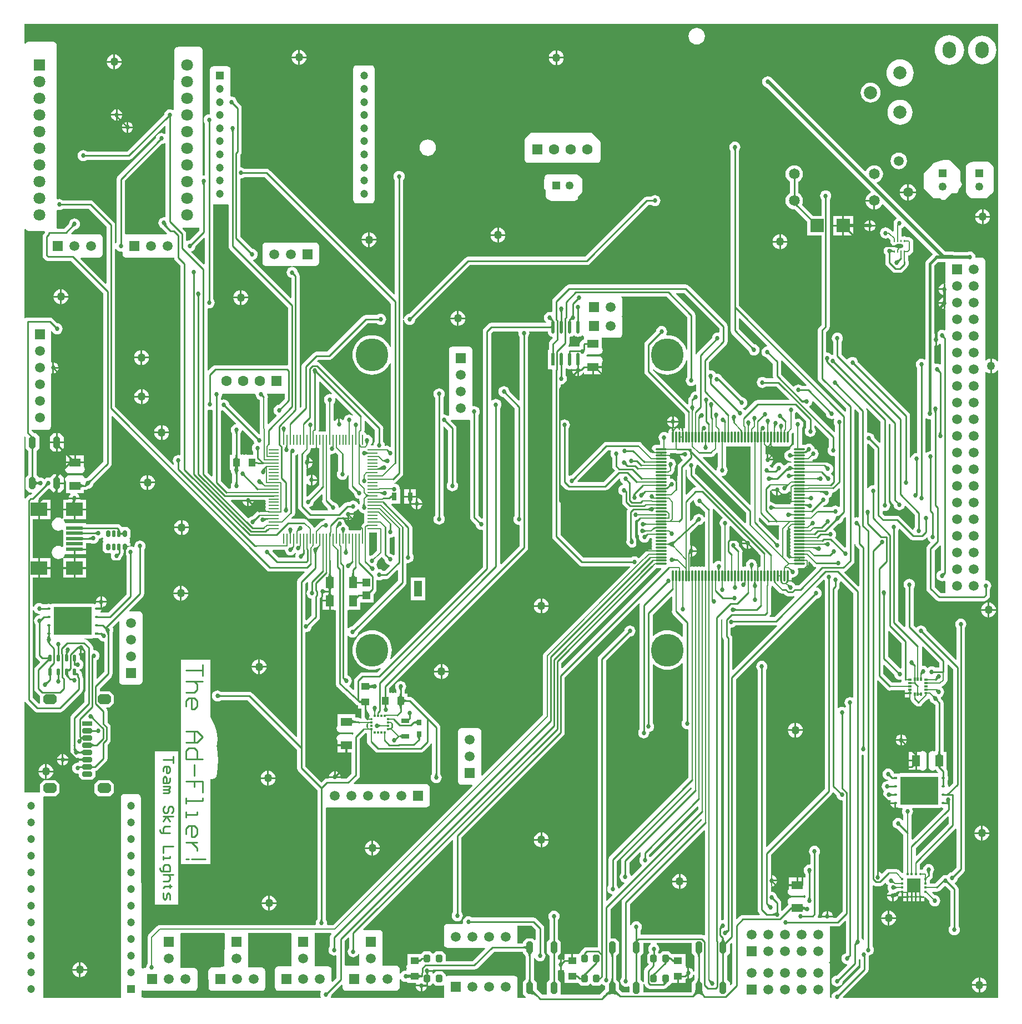
<source format=gtl>
%FSLAX25Y25*%
%MOIN*%
G70*
G01*
G75*
G04 Layer_Physical_Order=1*
G04 Layer_Color=255*
%ADD10C,0.01000*%
%ADD11C,0.00689*%
%ADD12C,0.00669*%
%ADD13C,0.00827*%
%ADD14C,0.01575*%
%ADD15C,0.00787*%
%ADD16O,0.07087X0.01181*%
%ADD17O,0.01181X0.07087*%
%ADD18R,0.04921X0.06693*%
%ADD19R,0.09843X0.07874*%
%ADD20R,0.09843X0.01969*%
%ADD21O,0.04724X0.02362*%
%ADD22R,0.00984X0.01378*%
%ADD23O,0.00984X0.01378*%
%ADD24R,0.04724X0.04724*%
%ADD25R,0.04724X0.09449*%
G04:AMPARAMS|DCode=26|XSize=70.87mil|YSize=43.31mil|CornerRadius=0mil|HoleSize=0mil|Usage=FLASHONLY|Rotation=270.000|XOffset=0mil|YOffset=0mil|HoleType=Round|Shape=Octagon|*
%AMOCTAGOND26*
4,1,8,-0.01083,-0.03543,0.01083,-0.03543,0.02165,-0.02461,0.02165,0.02461,0.01083,0.03543,-0.01083,0.03543,-0.02165,0.02461,-0.02165,-0.02461,-0.01083,-0.03543,0.0*
%
%ADD26OCTAGOND26*%

%ADD27R,0.05118X0.04134*%
%ADD28R,0.04134X0.05118*%
G04:AMPARAMS|DCode=29|XSize=39.37mil|YSize=25.59mil|CornerRadius=0mil|HoleSize=0mil|Usage=FLASHONLY|Rotation=270.000|XOffset=0mil|YOffset=0mil|HoleType=Round|Shape=Octagon|*
%AMOCTAGOND29*
4,1,8,-0.00640,-0.01969,0.00640,-0.01969,0.01280,-0.01329,0.01280,0.01329,0.00640,0.01969,-0.00640,0.01969,-0.01280,0.01329,-0.01280,-0.01329,-0.00640,-0.01969,0.0*
%
%ADD29OCTAGOND29*%

G04:AMPARAMS|DCode=30|XSize=39.37mil|YSize=19.69mil|CornerRadius=0mil|HoleSize=0mil|Usage=FLASHONLY|Rotation=270.000|XOffset=0mil|YOffset=0mil|HoleType=Round|Shape=Octagon|*
%AMOCTAGOND30*
4,1,8,-0.00492,-0.01969,0.00492,-0.01969,0.00984,-0.01476,0.00984,0.01476,0.00492,0.01969,-0.00492,0.01969,-0.00984,0.01476,-0.00984,-0.01476,-0.00492,-0.01969,0.0*
%
%ADD30OCTAGOND30*%

%ADD31R,0.05906X0.03150*%
G04:AMPARAMS|DCode=32|XSize=59.06mil|YSize=31.5mil|CornerRadius=0mil|HoleSize=0mil|Usage=FLASHONLY|Rotation=180.000|XOffset=0mil|YOffset=0mil|HoleType=Round|Shape=Octagon|*
%AMOCTAGOND32*
4,1,8,-0.02953,0.00787,-0.02953,-0.00787,-0.02165,-0.01575,0.02165,-0.01575,0.02953,-0.00787,0.02953,0.00787,0.02165,0.01575,-0.02165,0.01575,-0.02953,0.00787,0.0*
%
%ADD32OCTAGOND32*%

G04:AMPARAMS|DCode=33|XSize=78.74mil|YSize=57.09mil|CornerRadius=0mil|HoleSize=0mil|Usage=FLASHONLY|Rotation=180.000|XOffset=0mil|YOffset=0mil|HoleType=Round|Shape=Octagon|*
%AMOCTAGOND33*
4,1,8,-0.03937,0.01427,-0.03937,-0.01427,-0.02510,-0.02854,0.02510,-0.02854,0.03937,-0.01427,0.03937,0.01427,0.02510,0.02854,-0.02510,0.02854,-0.03937,0.01427,0.0*
%
%ADD33OCTAGOND33*%

G04:AMPARAMS|DCode=34|XSize=47.24mil|YSize=39.37mil|CornerRadius=0mil|HoleSize=0mil|Usage=FLASHONLY|Rotation=90.000|XOffset=0mil|YOffset=0mil|HoleType=Round|Shape=Octagon|*
%AMOCTAGOND34*
4,1,8,0.00984,0.02362,-0.00984,0.02362,-0.01969,0.01378,-0.01969,-0.01378,-0.00984,-0.02362,0.00984,-0.02362,0.01969,-0.01378,0.01969,0.01378,0.00984,0.02362,0.0*
%
%ADD34OCTAGOND34*%

%ADD35O,0.02087X0.07795*%
%ADD36R,0.02087X0.07795*%
%ADD37O,0.06102X0.00984*%
%ADD38O,0.00984X0.06102*%
%ADD39O,0.01772X0.01181*%
%ADD40R,0.01772X0.01181*%
%ADD41R,0.01181X0.01772*%
%ADD42R,0.02165X0.04134*%
%ADD43O,0.02165X0.04134*%
%ADD44R,0.01969X0.01575*%
%ADD45O,0.01969X0.01575*%
%ADD46O,0.02232X0.01181*%
%ADD47R,0.02232X0.01181*%
%ADD48R,0.01181X0.02232*%
%ADD49O,0.01181X0.01575*%
%ADD50R,0.01181X0.01575*%
%ADD51R,0.01575X0.01181*%
%ADD52R,0.07874X0.07874*%
%ADD53R,0.06693X0.04921*%
%ADD54R,0.03150X0.04724*%
%ADD55R,0.03150X0.03543*%
%ADD56R,0.04724X0.03150*%
%ADD57C,0.00650*%
%ADD58C,0.01969*%
%ADD59C,0.02362*%
%ADD60R,0.23000X0.17000*%
%ADD61R,0.05906X0.05906*%
%ADD62C,0.05906*%
%ADD63R,0.04724X0.04724*%
%ADD64C,0.04724*%
%ADD65C,0.07087*%
%ADD66R,0.07087X0.07087*%
%ADD67R,0.05906X0.05906*%
%ADD68C,0.06496*%
%ADD69R,0.06299X0.06299*%
%ADD70C,0.06299*%
%ADD71O,0.07874X0.09843*%
%ADD72C,0.07874*%
%ADD73R,0.04921X0.04921*%
%ADD74C,0.04921*%
%ADD75R,0.04921X0.04921*%
%ADD76C,0.19685*%
%ADD77C,0.02701*%
%ADD78C,0.05000*%
G36*
X492265Y308414D02*
Y297553D01*
X491721Y297285D01*
X491205Y297681D01*
X490398Y298015D01*
X489532Y298129D01*
X488665Y298015D01*
X487858Y297681D01*
X487360Y297299D01*
X482450D01*
X482218Y297859D01*
X482676Y298317D01*
X483299Y298399D01*
X484106Y298733D01*
X484799Y299265D01*
X485331Y299958D01*
X485666Y300766D01*
X485780Y301632D01*
X485666Y302499D01*
X485736Y302668D01*
X486037Y302792D01*
X486730Y303324D01*
X487262Y304017D01*
X487596Y304825D01*
X487710Y305691D01*
X487708Y305709D01*
X487982Y305965D01*
X488945Y306157D01*
X489762Y306702D01*
X491705Y308646D01*
X492265Y308414D01*
D02*
G37*
G36*
X147483Y301097D02*
X147501Y301076D01*
X147311Y300124D01*
X147502Y299164D01*
X147519Y299140D01*
X147502Y299116D01*
X147311Y298155D01*
X147502Y297195D01*
X147519Y297171D01*
X147502Y297147D01*
X147311Y296187D01*
X147502Y295227D01*
X147519Y295203D01*
X147502Y295179D01*
X147411Y294719D01*
X147842D01*
X147922Y294598D01*
X147387D01*
X147387Y294598D01*
X144397D01*
X143550Y294767D01*
X142587Y294575D01*
X141770Y294030D01*
X139442Y291701D01*
X139389Y291691D01*
X138815Y291615D01*
X138008Y291281D01*
X137315Y290749D01*
X136872Y290720D01*
X126640Y300953D01*
X126872Y301513D01*
X129278D01*
X129437Y301544D01*
X133212D01*
X133530Y301182D01*
X133577Y301544D01*
X140178D01*
X140225Y301182D01*
X140543Y301544D01*
X146814D01*
X147483Y301097D01*
D02*
G37*
G36*
X181625Y304751D02*
Y301738D01*
X181457Y300890D01*
X181648Y299927D01*
X182194Y299110D01*
X184667Y296638D01*
X184748Y296016D01*
X184878Y295703D01*
X184541Y295199D01*
X175424D01*
X173696Y296927D01*
X173771Y297148D01*
X174578Y297483D01*
X175272Y298015D01*
X175804Y298708D01*
X176138Y299516D01*
X176220Y300138D01*
X181065Y304983D01*
X181625Y304751D01*
D02*
G37*
G36*
X404784Y301363D02*
X404734Y300982D01*
X404848Y300115D01*
X405183Y299308D01*
X405715Y298615D01*
X406408Y298083D01*
X407215Y297748D01*
X407838Y297667D01*
X411162Y294343D01*
Y291225D01*
X410567Y291106D01*
X410381Y291556D01*
X409849Y292249D01*
X409156Y292781D01*
X408348Y293115D01*
X407482Y293229D01*
X406615Y293115D01*
X405808Y292781D01*
X405115Y292249D01*
X404583Y291556D01*
X404248Y290748D01*
X404186Y290274D01*
X402795Y288998D01*
X402239Y289242D01*
Y299630D01*
X404241Y301631D01*
X404784Y301363D01*
D02*
G37*
G36*
X522665Y346739D02*
Y301582D01*
X522857Y300619D01*
X523402Y299802D01*
X524667Y298538D01*
X524748Y297916D01*
X525083Y297108D01*
X525615Y296415D01*
X526308Y295883D01*
X527115Y295548D01*
X527982Y295434D01*
X528848Y295548D01*
X529656Y295883D01*
X530349Y296415D01*
X530881Y297108D01*
X531215Y297916D01*
X531216Y297920D01*
X531790Y298114D01*
X537165Y292739D01*
Y284990D01*
X536783Y284492D01*
X536509Y283831D01*
X535915Y283713D01*
X528345Y291282D01*
X527528Y291828D01*
X526565Y292020D01*
X519376D01*
X517972Y293424D01*
Y294589D01*
X518427Y294989D01*
X519132Y294896D01*
X519999Y295010D01*
X520806Y295345D01*
X521499Y295877D01*
X522031Y296570D01*
X522366Y297377D01*
X522480Y298244D01*
X522366Y299110D01*
X522031Y299918D01*
X521649Y300416D01*
Y346963D01*
X522209Y347195D01*
X522665Y346739D01*
D02*
G37*
G36*
X3299Y339319D02*
Y332555D01*
X4916Y330938D01*
Y316653D01*
X3299Y315036D01*
Y308146D01*
X5366Y306079D01*
X7027D01*
X7259Y305519D01*
X6439Y304699D01*
X6382D01*
X5419Y304507D01*
X4602Y303962D01*
X3402Y302762D01*
X3161Y302401D01*
X2581Y302577D01*
Y339567D01*
X2795Y339656D01*
X3299Y339319D01*
D02*
G37*
G36*
X121415Y355248D02*
X122038Y355167D01*
X129747Y347458D01*
X129552Y346884D01*
X129013Y346813D01*
X128206Y346478D01*
X127512Y345946D01*
X126980Y345253D01*
X126646Y344446D01*
X126532Y343579D01*
X126646Y342713D01*
X126980Y341905D01*
X127332Y341447D01*
X127362Y341402D01*
Y328526D01*
X125844D01*
Y319471D01*
X126366D01*
X126532Y319282D01*
X126646Y318415D01*
X126980Y317608D01*
X127332Y317149D01*
X127362Y317104D01*
Y312160D01*
X127332Y312114D01*
X126980Y311656D01*
X126646Y310848D01*
X126532Y309982D01*
X126646Y309116D01*
X126743Y308882D01*
X126406Y308378D01*
X125182D01*
X120599Y312961D01*
Y355041D01*
X121103Y355378D01*
X121415Y355248D01*
D02*
G37*
G36*
X509538Y335217D02*
X512938Y331817D01*
Y310790D01*
X512482Y310390D01*
X512182Y310429D01*
X511315Y310315D01*
X510508Y309981D01*
X509815Y309449D01*
X509283Y308756D01*
X509193Y308540D01*
X508599Y308658D01*
Y334881D01*
X509055Y335280D01*
X509538Y335217D01*
D02*
G37*
G36*
X360185Y314232D02*
X360299Y313366D01*
X360634Y312558D01*
X361166Y311865D01*
X361859Y311333D01*
X361978Y311284D01*
X361899Y310683D01*
X361766Y310665D01*
X360959Y310331D01*
X360265Y309799D01*
X359733Y309105D01*
X359399Y308298D01*
X359285Y307432D01*
X359399Y306565D01*
X359733Y305758D01*
X360265Y305064D01*
X360959Y304532D01*
X361515Y304302D01*
Y300303D01*
X361706Y299340D01*
X362252Y298523D01*
X364602Y296173D01*
X364815Y296031D01*
X364357Y295345D01*
X364165Y294382D01*
Y277188D01*
X364148Y277148D01*
X364034Y276282D01*
X364148Y275415D01*
X364483Y274608D01*
X365015Y273915D01*
X365708Y273383D01*
X366515Y273048D01*
X367382Y272934D01*
X368248Y273048D01*
X369056Y273383D01*
X369749Y273915D01*
X370281Y274608D01*
X370615Y275415D01*
X370729Y276282D01*
X370615Y277148D01*
X370281Y277956D01*
X369929Y278414D01*
X369763Y278663D01*
X369749Y278649D01*
X369709Y278679D01*
X369312Y279274D01*
X369199Y279844D01*
Y289098D01*
X369582Y289434D01*
X370448Y289548D01*
X371141Y289836D01*
X371515Y289349D01*
X370983Y288656D01*
X370648Y287848D01*
X370534Y286982D01*
X370648Y286116D01*
X370983Y285308D01*
X371122Y285127D01*
X370683Y284556D01*
X370348Y283748D01*
X370234Y282882D01*
X370348Y282015D01*
X370683Y281208D01*
X371215Y280515D01*
X371633Y280194D01*
X371589Y280088D01*
X371475Y279222D01*
X371589Y278356D01*
X371923Y277548D01*
X372455Y276855D01*
X373148Y276323D01*
X373956Y275989D01*
X374822Y275875D01*
X375689Y275989D01*
X376496Y276323D01*
X377189Y276855D01*
X377721Y277548D01*
X378056Y278356D01*
X378068Y278453D01*
X379377D01*
X379404Y278245D01*
X379535Y277929D01*
X379404Y277613D01*
X379316Y276945D01*
X379404Y276277D01*
X379535Y275960D01*
X379404Y275644D01*
X379316Y274976D01*
X379404Y274308D01*
X379535Y273992D01*
X379404Y273676D01*
X379316Y273008D01*
X379404Y272340D01*
X379535Y272024D01*
X379404Y271707D01*
X379382Y271539D01*
X379798D01*
X379829Y271499D01*
X379377D01*
X379377Y271499D01*
X377610D01*
X376680Y271314D01*
X375892Y270788D01*
X375782Y270622D01*
X371780Y266621D01*
X371349Y266649D01*
X370656Y267181D01*
X369848Y267515D01*
X368982Y267629D01*
X368115Y267515D01*
X367308Y267181D01*
X366810Y266799D01*
X338324D01*
X324499Y280624D01*
Y310461D01*
X325079Y310637D01*
X325102Y310602D01*
X327702Y308002D01*
X328519Y307457D01*
X329482Y307265D01*
X329482Y307265D01*
X351381D01*
X352345Y307457D01*
X353161Y308002D01*
X353161Y308002D01*
X353161Y308002D01*
X359483Y314324D01*
X360185Y314232D01*
D02*
G37*
G36*
X400365Y319724D02*
Y316389D01*
X400557Y315426D01*
X401102Y314610D01*
X405961Y309751D01*
X405732Y309199D01*
X404769Y309007D01*
X403953Y308462D01*
X400209Y304717D01*
X399648Y304949D01*
Y319705D01*
X399970Y320007D01*
X400365Y319724D01*
D02*
G37*
G36*
X454483Y307583D02*
X454982D01*
Y304300D01*
X455348Y304348D01*
X456156Y304683D01*
X456849Y305215D01*
X457239Y305724D01*
X457358Y305633D01*
X458166Y305298D01*
X459032Y305184D01*
X459898Y305298D01*
X460706Y305633D01*
X461399Y306165D01*
X461830Y306727D01*
X462390Y306494D01*
X462387Y306472D01*
X462475Y305804D01*
X462606Y305488D01*
X462475Y305172D01*
X462387Y304504D01*
X462475Y303836D01*
X462606Y303520D01*
X462475Y303203D01*
X462387Y302535D01*
X462475Y301867D01*
X462606Y301551D01*
X462475Y301235D01*
X462453Y301067D01*
X462869D01*
X463143Y300710D01*
X463330Y300567D01*
X463143Y300424D01*
X462869Y300067D01*
X462453D01*
X462475Y299899D01*
X462606Y299583D01*
X462475Y299266D01*
X462448Y299058D01*
X453634D01*
X453415Y299102D01*
X453195Y299249D01*
X453194Y299262D01*
Y299262D01*
X452966Y299413D01*
X452488Y299781D01*
X451680Y300115D01*
X450814Y300229D01*
X450399Y300593D01*
Y307078D01*
X450892Y307431D01*
X451166Y307338D01*
X451134Y307582D01*
X451200Y308082D01*
X454483D01*
Y307583D01*
D02*
G37*
G36*
X224965Y279372D02*
Y268588D01*
X224421Y268320D01*
X223885Y268731D01*
X223078Y269066D01*
X222455Y269148D01*
X221919Y269683D01*
Y278516D01*
X222282Y278834D01*
X223148Y278948D01*
X223956Y279283D01*
X224421Y279640D01*
X224965Y279372D01*
D02*
G37*
G36*
X214152Y271073D02*
X211405Y268326D01*
X211382Y268329D01*
X210515Y268215D01*
X210244Y268103D01*
X209740Y268440D01*
Y281867D01*
X214152D01*
Y271073D01*
D02*
G37*
G36*
X159034Y271582D02*
X159148Y270715D01*
X159483Y269908D01*
X160015Y269215D01*
X160708Y268683D01*
X161515Y268348D01*
X162382Y268234D01*
X163248Y268348D01*
X164056Y268683D01*
X164749Y269215D01*
X165032Y269583D01*
X165533Y269483D01*
X165649Y269203D01*
X165343Y268465D01*
X165229Y267598D01*
X165261Y267355D01*
X164862Y266899D01*
X155324D01*
X151597Y270626D01*
X151515Y271248D01*
X151833Y271724D01*
X158910D01*
X159034Y271582D01*
D02*
G37*
G36*
X421861Y291023D02*
X421759Y290513D01*
X421066Y289981D01*
X420534Y289288D01*
X420199Y288480D01*
X420085Y287614D01*
X420199Y286748D01*
X420534Y285940D01*
X421004Y285327D01*
Y265095D01*
X420500Y264758D01*
X420362Y264815D01*
X419496Y264929D01*
X418630Y264815D01*
X417822Y264481D01*
X417129Y263949D01*
X416597Y263256D01*
X416019Y263495D01*
Y295029D01*
X416107Y295474D01*
X415987Y296075D01*
X416522Y296361D01*
X421861Y291023D01*
D02*
G37*
G36*
X462415Y284611D02*
X462475Y284151D01*
X462606Y283835D01*
X462475Y283518D01*
X462387Y282850D01*
X462475Y282182D01*
X462606Y281866D01*
X462475Y281550D01*
X462387Y280882D01*
X462475Y280214D01*
X462606Y279897D01*
X462475Y279581D01*
X462387Y278913D01*
X462475Y278245D01*
X462606Y277929D01*
X462475Y277613D01*
X462387Y276945D01*
X462475Y276277D01*
X462606Y275960D01*
X462475Y275644D01*
X462387Y274976D01*
X462475Y274308D01*
X462606Y273992D01*
X462475Y273676D01*
X462387Y273008D01*
X462475Y272340D01*
X462606Y272024D01*
X462475Y271707D01*
X462387Y271039D01*
X462475Y270371D01*
X462606Y270055D01*
X462475Y269739D01*
X462387Y269071D01*
X462475Y268403D01*
X462606Y268087D01*
X462475Y267770D01*
X462453Y267602D01*
X462869D01*
X463143Y267245D01*
X463678Y266835D01*
X464240Y266602D01*
X462453D01*
X462432Y266758D01*
X461951Y266389D01*
X461794Y266454D01*
X460410Y267838D01*
Y283376D01*
X461840Y284806D01*
X462415Y284611D01*
D02*
G37*
G36*
X495965Y291113D02*
Y273150D01*
X495405Y272918D01*
X489351Y278973D01*
X489531Y279208D01*
X489866Y280015D01*
X489980Y280882D01*
X489866Y281748D01*
X489531Y282556D01*
X488999Y283249D01*
X488306Y283781D01*
X488229Y284169D01*
X491322Y287262D01*
X491375Y287273D01*
X491948Y287348D01*
X492756Y287683D01*
X493449Y288215D01*
X493981Y288908D01*
X494315Y289716D01*
X494391Y290289D01*
X494401Y290342D01*
X495405Y291346D01*
X495965Y291113D01*
D02*
G37*
G36*
X203354Y295862D02*
X203583Y295308D01*
X204115Y294615D01*
X204808Y294083D01*
X205615Y293748D01*
X206390Y293647D01*
X206743Y293154D01*
X206563Y292250D01*
X206754Y291290D01*
X206770Y291266D01*
X206754Y291242D01*
X206563Y290282D01*
X206754Y289321D01*
X206770Y289297D01*
X206754Y289273D01*
X206563Y288313D01*
X206641Y287924D01*
X205757Y287041D01*
X205714Y287012D01*
X205203Y286247D01*
X205024Y285345D01*
Y283855D01*
X204715Y283393D01*
X204555Y283262D01*
X203659Y283440D01*
X202699Y283249D01*
X202675Y283233D01*
X202650Y283249D01*
X201690Y283440D01*
X200730Y283249D01*
X200706Y283233D01*
X200682Y283249D01*
X199722Y283440D01*
X198762Y283249D01*
X198738Y283233D01*
X198713Y283249D01*
X197753Y283440D01*
X197327Y283840D01*
X197348Y284000D01*
X197234Y284866D01*
X196899Y285674D01*
X196367Y286367D01*
X195674Y286899D01*
X195217Y287088D01*
X195229Y287182D01*
X195115Y288048D01*
X194781Y288856D01*
X194249Y289549D01*
X193556Y290081D01*
X192748Y290415D01*
X192719Y290540D01*
X193262Y290902D01*
X193602Y291242D01*
X194207Y291203D01*
X194650Y290625D01*
X195343Y290093D01*
X196151Y289759D01*
X196517Y289710D01*
Y292993D01*
X197016D01*
Y293492D01*
X200299D01*
X200251Y293859D01*
X200201Y293978D01*
X200504Y294503D01*
X200848Y294548D01*
X201656Y294883D01*
X202349Y295415D01*
X202752Y295941D01*
X203354Y295862D01*
D02*
G37*
G36*
X503565Y353939D02*
Y291420D01*
X503109Y291020D01*
X502282Y291129D01*
X501455Y291020D01*
X500999Y291420D01*
Y355714D01*
X501559Y355945D01*
X503565Y353939D01*
D02*
G37*
G36*
X435814Y293841D02*
Y287808D01*
X435254Y287577D01*
X405399Y317432D01*
Y320010D01*
X405781Y320508D01*
X406115Y321316D01*
X406229Y322182D01*
X406164Y322679D01*
X406708Y322947D01*
X435814Y293841D01*
D02*
G37*
G36*
X448002Y286976D02*
X448819Y286430D01*
X449782Y286239D01*
X450226Y286327D01*
X453938D01*
X454382Y286239D01*
X454826Y286327D01*
X455774D01*
X456060Y285792D01*
X455738Y285311D01*
X455553Y284382D01*
Y277988D01*
X455282Y277749D01*
X454993Y277630D01*
X443578Y289045D01*
Y290608D01*
X444138Y290840D01*
X448002Y286976D01*
D02*
G37*
G36*
X166931Y328791D02*
Y297616D01*
X166931Y297616D01*
X166931D01*
X167122Y296653D01*
X167668Y295836D01*
X172602Y290902D01*
X173419Y290357D01*
X174382Y290165D01*
X183115D01*
X183155Y289560D01*
X182816Y289515D01*
X182008Y289181D01*
X181450Y288753D01*
X180719Y288607D01*
X179902Y288062D01*
X179451Y287386D01*
X176896Y284831D01*
X176315Y285007D01*
X176310Y285035D01*
X175799Y285800D01*
X172790Y288809D01*
X172338Y289485D01*
X171522Y290030D01*
X170559Y290222D01*
X163349D01*
X163117Y290782D01*
X163786Y291451D01*
X164462Y291902D01*
X165007Y292719D01*
X165199Y293682D01*
Y328076D01*
X165456Y328183D01*
X166149Y328715D01*
X166357Y328986D01*
X166931Y328791D01*
D02*
G37*
G36*
X355065Y330811D02*
X354748Y330048D01*
X354634Y329182D01*
X354748Y328315D01*
X355083Y327508D01*
X355465Y327010D01*
Y321882D01*
X355657Y320919D01*
X356202Y320102D01*
X357172Y319132D01*
X350339Y312299D01*
X334882D01*
X334822Y312368D01*
X334618Y312859D01*
X353075Y331315D01*
X354728D01*
X355065Y330811D01*
D02*
G37*
G36*
X484022Y353193D02*
X484104Y352571D01*
X484438Y351764D01*
X484970Y351070D01*
X485664Y350538D01*
X486471Y350204D01*
X487337Y350090D01*
X488204Y350204D01*
X488486Y350321D01*
X488915Y349892D01*
X488648Y349248D01*
X488534Y348382D01*
X488648Y347516D01*
X488983Y346708D01*
X489365Y346210D01*
Y342435D01*
X488805Y342203D01*
X473854Y357154D01*
X473972Y357748D01*
X474056Y357783D01*
X474749Y358315D01*
X475281Y359008D01*
X475615Y359816D01*
X475729Y360682D01*
X476440Y360775D01*
X484022Y353193D01*
D02*
G37*
G36*
X158865Y362282D02*
X155280Y358697D01*
X154658Y358615D01*
X153851Y358281D01*
X153157Y357749D01*
X152625Y357056D01*
X152291Y356248D01*
X152177Y355382D01*
X152291Y354516D01*
X152625Y353708D01*
X153157Y353015D01*
X153851Y352483D01*
X153999Y352421D01*
X154117Y351827D01*
X149343Y347053D01*
X148783Y347284D01*
X148742Y362595D01*
X148899Y363382D01*
X148707Y364345D01*
X148162Y365162D01*
X148071Y365252D01*
X148171Y365365D01*
X158865D01*
Y362282D01*
D02*
G37*
G36*
X141408Y365008D02*
X141522Y364142D01*
X141857Y363334D01*
X142389Y362641D01*
X143082Y362109D01*
X143889Y361774D01*
X144028Y361756D01*
X144083Y341033D01*
X143523Y340800D01*
X125597Y358726D01*
X125515Y359348D01*
X125181Y360156D01*
X124649Y360849D01*
X123956Y361381D01*
X123148Y361715D01*
X122282Y361829D01*
X121415Y361715D01*
X121103Y361586D01*
X120599Y361923D01*
Y362810D01*
X120981Y363308D01*
X121315Y364116D01*
X121429Y364982D01*
X121765Y365365D01*
X141095D01*
X141408Y365008D01*
D02*
G37*
G36*
X213065Y343529D02*
Y336554D01*
X212683Y336056D01*
X212348Y335248D01*
X212234Y334382D01*
X212013Y334129D01*
X210930D01*
X210640Y334482D01*
Y334855D01*
X210660Y334903D01*
X210660Y334903D01*
X210661Y334903D01*
X210661Y334903D01*
D01*
X210661D01*
X210661Y334903D01*
X210801Y335113D01*
X211181Y335608D01*
X211515Y336416D01*
X211629Y337282D01*
X211515Y338148D01*
X211181Y338956D01*
X210649Y339649D01*
X209956Y340181D01*
X209148Y340515D01*
X208282Y340629D01*
X208053Y340599D01*
X207945Y341143D01*
X207401Y341957D01*
X206667Y342448D01*
X206661Y342479D01*
X206661D01*
X206661Y342479D01*
X206840Y343382D01*
Y348962D01*
X207400Y349194D01*
X213065Y343529D01*
D02*
G37*
G36*
X516615Y348728D02*
Y336050D01*
X516055Y335818D01*
X513097Y338776D01*
X513015Y339399D01*
X512681Y340206D01*
X512149Y340899D01*
X511456Y341431D01*
X510648Y341766D01*
X509782Y341880D01*
X509055Y341784D01*
X508599Y342184D01*
Y354982D01*
X508407Y355945D01*
X508129Y356361D01*
X508598Y356746D01*
X516615Y348728D01*
D02*
G37*
G36*
X200002Y352702D02*
X199602Y352246D01*
X199427Y352381D01*
X198620Y352715D01*
X197753Y352829D01*
X196887Y352715D01*
X196080Y352381D01*
X195386Y351849D01*
X194854Y351156D01*
X194520Y350348D01*
X194449Y349814D01*
X193886Y349381D01*
X193862Y349371D01*
X193174Y349899D01*
X192367Y350234D01*
X192000Y350282D01*
Y346999D01*
X191000D01*
Y350282D01*
X190634Y350234D01*
X189826Y349899D01*
X189133Y349367D01*
X188865Y349017D01*
X188290Y349212D01*
Y359400D01*
X188309Y359415D01*
X188841Y360108D01*
X189176Y360915D01*
X189290Y361782D01*
X189176Y362648D01*
X189148Y362716D01*
X189652Y363053D01*
X200002Y352702D01*
D02*
G37*
G36*
X400565Y385319D02*
Y375361D01*
X400183Y374863D01*
X399848Y374056D01*
X399734Y373189D01*
X399848Y372323D01*
X400183Y371515D01*
X400715Y370822D01*
X401408Y370290D01*
X402215Y369956D01*
X403082Y369842D01*
X403948Y369956D01*
X404756Y370290D01*
X405449Y370822D01*
X405507Y370898D01*
X406081Y370703D01*
Y366896D01*
X405748Y366604D01*
X404881Y366490D01*
X404074Y366155D01*
X403381Y365623D01*
X402849Y364930D01*
X402514Y364123D01*
X402488Y363921D01*
X401968Y363402D01*
X401423Y362585D01*
X401231Y361622D01*
X401319Y361178D01*
Y359325D01*
X401112Y359054D01*
X400506Y359014D01*
X379899Y379622D01*
Y379743D01*
X380449Y379997D01*
X381619Y378998D01*
X383204Y378027D01*
X384922Y377315D01*
X386729Y376881D01*
X388583Y376735D01*
X390436Y376881D01*
X392244Y377315D01*
X393961Y378027D01*
X395547Y378998D01*
X396960Y380205D01*
X398167Y381619D01*
X399139Y383204D01*
X399850Y384922D01*
X399963Y385390D01*
X400565Y385319D01*
D02*
G37*
G36*
X587183Y384833D02*
X586608Y384638D01*
X586187Y385187D01*
X585254Y385903D01*
X584167Y386354D01*
X583500Y386441D01*
Y381999D01*
Y377559D01*
X584167Y377647D01*
X585254Y378097D01*
X586187Y378813D01*
X586608Y379362D01*
X587183Y379167D01*
Y2581D01*
X494333D01*
X494101Y3141D01*
X508862Y17902D01*
X509407Y18719D01*
X509599Y19682D01*
X509599Y19682D01*
X509599Y19682D01*
Y19682D01*
Y27308D01*
X509734Y27634D01*
X509795Y28102D01*
X510148Y28148D01*
X510956Y28483D01*
X511649Y29015D01*
X512181Y29708D01*
X512515Y30516D01*
X512629Y31382D01*
X512515Y32248D01*
X512181Y33056D01*
X511799Y33554D01*
Y69888D01*
X512333Y70174D01*
X512856Y69824D01*
X513819Y69633D01*
X516181D01*
X516630Y69722D01*
X517144Y69824D01*
X517144Y69824D01*
X517144Y69824D01*
X517490Y70056D01*
X517960Y70370D01*
X519368Y71778D01*
X519963Y71659D01*
X520101Y71326D01*
X520633Y70633D01*
X521242Y70165D01*
X521048Y69697D01*
X520934Y68831D01*
X521048Y67965D01*
X521383Y67157D01*
X521684Y66765D01*
X521633Y66379D01*
X521101Y65686D01*
X520767Y64878D01*
X520718Y64512D01*
X527282D01*
X527348Y64012D01*
X527308Y63713D01*
X529272D01*
Y66272D01*
X532528D01*
Y66272D01*
Y68831D01*
Y71390D01*
Y74244D01*
X540332D01*
X540500Y74222D01*
X540795Y73963D01*
Y73949D01*
Y68831D01*
Y66272D01*
Y65976D01*
X540795D01*
Y63712D01*
X543017D01*
X543059Y63670D01*
Y62878D01*
X543619Y63110D01*
X545848Y60882D01*
X545948Y60115D01*
X546283Y59308D01*
X546815Y58615D01*
X547508Y58083D01*
X548315Y57748D01*
X549182Y57634D01*
X550048Y57748D01*
X550856Y58083D01*
X551549Y58615D01*
X552081Y59308D01*
X552415Y60115D01*
X552529Y60982D01*
X552415Y61848D01*
X552081Y62656D01*
X551549Y63349D01*
X550856Y63881D01*
X550048Y64215D01*
X549282Y64316D01*
X547756Y65842D01*
X547988Y66402D01*
X549938D01*
X550382Y66314D01*
X551345Y66506D01*
X552162Y67051D01*
X554849Y69738D01*
X555500Y69653D01*
X555755Y69686D01*
X558483Y66958D01*
Y45672D01*
X558101Y45174D01*
X557767Y44366D01*
X557653Y43500D01*
X557767Y42634D01*
X558101Y41826D01*
X558633Y41133D01*
X559326Y40601D01*
X560134Y40267D01*
X561000Y40153D01*
X561867Y40267D01*
X562674Y40601D01*
X563367Y41133D01*
X563899Y41826D01*
X564234Y42634D01*
X564348Y43500D01*
X564234Y44366D01*
X563899Y45174D01*
X563517Y45672D01*
Y68000D01*
X563325Y68963D01*
X562780Y69780D01*
X561193Y71367D01*
X561256Y71683D01*
X561949Y72215D01*
X562481Y72908D01*
X562815Y73716D01*
X562897Y74338D01*
X566662Y78102D01*
X567207Y78919D01*
X567399Y79882D01*
Y224810D01*
X567781Y225308D01*
X568115Y226115D01*
X568229Y226982D01*
X568115Y227848D01*
X567781Y228656D01*
X567249Y229349D01*
X566556Y229881D01*
X565748Y230215D01*
X564882Y230329D01*
X564015Y230215D01*
X563208Y229881D01*
X562515Y229349D01*
X561983Y228656D01*
X561648Y227848D01*
X561534Y226982D01*
X561648Y226115D01*
X561983Y225308D01*
X562365Y224810D01*
Y205850D01*
X561805Y205618D01*
X544297Y223126D01*
X544215Y223748D01*
X543881Y224556D01*
X543349Y225249D01*
X542656Y225781D01*
X541848Y226115D01*
X540982Y226229D01*
X540115Y226115D01*
X539308Y225781D01*
X538615Y225249D01*
X538443Y225025D01*
X537838Y224985D01*
X536499Y226324D01*
Y248610D01*
X536881Y249108D01*
X537215Y249916D01*
X537329Y250782D01*
X537215Y251648D01*
X536881Y252456D01*
X536349Y253149D01*
X535656Y253681D01*
X534848Y254015D01*
X533982Y254129D01*
X533115Y254015D01*
X532308Y253681D01*
X531615Y253149D01*
X531083Y252456D01*
X530748Y251648D01*
X530634Y250782D01*
X530748Y249916D01*
X531083Y249108D01*
X531465Y248610D01*
Y225486D01*
X530905Y225255D01*
X527199Y228961D01*
Y283069D01*
X527581Y283567D01*
X527771Y284025D01*
X528365Y284143D01*
X534406Y278102D01*
X535223Y277557D01*
X536186Y277365D01*
X541582D01*
X542545Y277557D01*
X543362Y278102D01*
X544239Y278979D01*
X544813Y278785D01*
X544848Y278516D01*
X545183Y277708D01*
X545715Y277015D01*
X546408Y276483D01*
X546622Y276394D01*
X546740Y275800D01*
X545002Y274062D01*
X544457Y273245D01*
X544265Y272282D01*
Y248382D01*
X544265Y248382D01*
X544265D01*
X544457Y247419D01*
X545002Y246602D01*
X550202Y241402D01*
X550202Y241402D01*
X550202D01*
X550202Y241402D01*
X550202D01*
X550202Y241402D01*
Y241402D01*
Y241402D01*
D01*
D01*
X550202D01*
Y241402D01*
X551019Y240857D01*
X551982Y240665D01*
X578682D01*
X579645Y240857D01*
X580462Y241402D01*
X581662Y242602D01*
X582207Y243419D01*
X582399Y244382D01*
Y247828D01*
X582781Y248326D01*
X583115Y249133D01*
X583229Y250000D01*
X583115Y250866D01*
X582781Y251674D01*
X582249Y252367D01*
X581556Y252899D01*
X580748Y253233D01*
X579882Y253347D01*
X579507Y253676D01*
Y378362D01*
X580051Y378631D01*
X580747Y378097D01*
X581834Y377647D01*
X582500Y377559D01*
Y381999D01*
Y386441D01*
X581834Y386354D01*
X580747Y385903D01*
X580051Y385369D01*
X579507Y385638D01*
Y445000D01*
X579354Y445768D01*
X578919Y446419D01*
X578268Y446854D01*
X577500Y447007D01*
X574058D01*
X573729Y447382D01*
X573615Y448248D01*
X573281Y449056D01*
X572749Y449749D01*
X572056Y450281D01*
X571248Y450615D01*
X570382Y450729D01*
X569516Y450615D01*
X568899Y450360D01*
X561107D01*
X560522Y450602D01*
X559700Y450711D01*
X555546D01*
X514249Y492007D01*
X514259Y492036D01*
X515528Y492562D01*
X516618Y493398D01*
X517454Y494487D01*
X517980Y495756D01*
X518159Y497118D01*
X517980Y498480D01*
X517454Y499749D01*
X516618Y500839D01*
X515528Y501675D01*
X514259Y502201D01*
X512897Y502380D01*
X511536Y502201D01*
X510267Y501675D01*
X509177Y500839D01*
X508341Y499749D01*
X508013Y498957D01*
X507418Y498838D01*
X451510Y554746D01*
X451388Y554840D01*
X451367Y554867D01*
X450674Y555399D01*
X449866Y555734D01*
X449000Y555848D01*
X448134Y555734D01*
X447326Y555399D01*
X446633Y554867D01*
X446101Y554174D01*
X445767Y553367D01*
X445653Y552500D01*
X445767Y551634D01*
X446101Y550826D01*
X446633Y550133D01*
X447326Y549601D01*
X447913Y549358D01*
X510821Y486450D01*
X510703Y485855D01*
X510267Y485675D01*
X509177Y484839D01*
X508341Y483749D01*
X507815Y482480D01*
X507702Y481618D01*
X512898D01*
Y481119D01*
X513398D01*
Y475923D01*
X514259Y476036D01*
X515528Y476562D01*
X516618Y477398D01*
X517454Y478487D01*
X517635Y478924D01*
X518229Y479042D01*
X526310Y470961D01*
X526270Y470356D01*
X525633Y469867D01*
X525101Y469174D01*
X524767Y468366D01*
X524653Y467500D01*
X524715Y467023D01*
X524636Y466831D01*
X524700Y466678D01*
X524668Y466516D01*
Y463009D01*
X524108Y462777D01*
X523449Y463436D01*
X522687Y463945D01*
X522163Y464049D01*
X522092Y464143D01*
X521398Y464675D01*
X520591Y465009D01*
X519725Y465123D01*
X518858Y465009D01*
X518051Y464675D01*
X517357Y464143D01*
X516825Y463449D01*
X516491Y462642D01*
X516377Y461775D01*
X516491Y460909D01*
X516825Y460102D01*
X517357Y459408D01*
X518051Y458876D01*
X518858Y458542D01*
X519725Y458428D01*
X520591Y458542D01*
X521376Y458867D01*
X522606Y457636D01*
X522539Y457295D01*
Y456902D01*
X522729Y455942D01*
X523273Y455128D01*
X523583Y454921D01*
X523563Y454315D01*
X523190Y454100D01*
X522866Y454234D01*
X522000Y454348D01*
X521134Y454234D01*
X520326Y453899D01*
X519633Y453367D01*
X519101Y452674D01*
X518767Y451866D01*
X518653Y451000D01*
X518767Y450134D01*
X519101Y449326D01*
X519483Y448828D01*
Y443913D01*
X519483Y443913D01*
X519483D01*
X519675Y442950D01*
X520220Y442134D01*
X523802Y438552D01*
X524619Y438006D01*
X525582Y437815D01*
X528182D01*
X529145Y438006D01*
X529962Y438552D01*
X529962Y438552D01*
X529962Y438552D01*
X532733Y441323D01*
X533278Y442139D01*
X533470Y443103D01*
X533470Y443103D01*
X533470Y443103D01*
Y443103D01*
Y444662D01*
X533301Y445509D01*
Y448294D01*
X534001Y448433D01*
X534763Y448942D01*
X535661Y449840D01*
X536170Y450601D01*
X536348Y451500D01*
Y456500D01*
X536348Y456500D01*
X536348Y456500D01*
X536259Y456947D01*
X536170Y457399D01*
X536169Y457399D01*
X536169Y457399D01*
X535904Y457797D01*
X535661Y458161D01*
X535660Y458161D01*
X535660Y458161D01*
X535062Y458759D01*
X534676Y459017D01*
X534300Y459268D01*
X534300Y459268D01*
X534300Y459268D01*
X533848Y459358D01*
X533401Y459447D01*
X532162D01*
X531913Y459613D01*
X530953Y459804D01*
X529993Y459613D01*
X529969Y459597D01*
X529944Y459613D01*
X529364Y459729D01*
Y464473D01*
X529674Y464601D01*
X530367Y465133D01*
X530856Y465770D01*
X531461Y465810D01*
X548062Y449209D01*
X547803Y448871D01*
X547706Y448637D01*
X544316Y445247D01*
X543875Y444672D01*
X543597Y444001D01*
X543502Y443282D01*
Y386021D01*
X542958Y385753D01*
X542856Y385831D01*
X542048Y386166D01*
X541182Y386280D01*
X540315Y386166D01*
X539508Y385831D01*
X538815Y385299D01*
X538283Y384606D01*
X537948Y383799D01*
X537834Y382932D01*
X537948Y382066D01*
X538283Y381259D01*
X538665Y380760D01*
Y329965D01*
X538282Y329629D01*
X537416Y329515D01*
X536608Y329181D01*
X535915Y328649D01*
X535383Y327956D01*
X535048Y327148D01*
X535004Y326809D01*
X534399Y326849D01*
Y352012D01*
X534207Y352975D01*
X533662Y353792D01*
X503127Y384326D01*
X503046Y384948D01*
X502711Y385756D01*
X502179Y386449D01*
X501486Y386981D01*
X500678Y387315D01*
X499812Y387429D01*
X498946Y387315D01*
X498138Y386981D01*
X497445Y386449D01*
X496978Y385840D01*
X496373Y385800D01*
X493299Y388874D01*
Y396410D01*
X493681Y396908D01*
X494015Y397715D01*
X494129Y398582D01*
X494015Y399448D01*
X493681Y400256D01*
X493149Y400949D01*
X492456Y401481D01*
X491648Y401815D01*
X490782Y401929D01*
X489916Y401815D01*
X489108Y401481D01*
X488415Y400949D01*
X487883Y400256D01*
X487548Y399448D01*
X487434Y398582D01*
X487548Y397715D01*
X487883Y396908D01*
X488265Y396410D01*
Y388765D01*
X487906Y388450D01*
X487302Y388509D01*
X486888Y389049D01*
X486195Y389581D01*
X485388Y389915D01*
X484521Y390029D01*
X484099Y390400D01*
Y402339D01*
X485562Y403802D01*
X486107Y404619D01*
X486299Y405582D01*
X486299Y405582D01*
X486299Y405582D01*
Y405582D01*
Y481910D01*
X486681Y482408D01*
X487015Y483216D01*
X487129Y484082D01*
X487015Y484948D01*
X486681Y485756D01*
X486149Y486449D01*
X485456Y486981D01*
X484648Y487315D01*
X483782Y487429D01*
X482915Y487315D01*
X482108Y486981D01*
X481415Y486449D01*
X480883Y485756D01*
X480548Y484948D01*
X480434Y484082D01*
X480548Y483216D01*
X480883Y482408D01*
X481265Y481910D01*
Y472024D01*
X476162D01*
X469503Y478682D01*
X469948Y479756D01*
X470128Y481118D01*
X469948Y482480D01*
X469423Y483749D01*
X468587Y484839D01*
X467497Y485675D01*
X467383Y485722D01*
Y492515D01*
X467497Y492562D01*
X468587Y493398D01*
X469423Y494487D01*
X469948Y495756D01*
X470128Y497118D01*
X469948Y498480D01*
X469423Y499749D01*
X468587Y500839D01*
X467497Y501675D01*
X466228Y502201D01*
X464866Y502380D01*
X463504Y502201D01*
X462235Y501675D01*
X461146Y500839D01*
X460310Y499749D01*
X459784Y498480D01*
X459605Y497118D01*
X459784Y495756D01*
X460310Y494487D01*
X461146Y493398D01*
X462235Y492562D01*
X462349Y492515D01*
Y485722D01*
X462235Y485675D01*
X461146Y484839D01*
X460310Y483749D01*
X459784Y482480D01*
X459605Y481118D01*
X459784Y479756D01*
X460310Y478487D01*
X461146Y477398D01*
X462235Y476562D01*
X463504Y476036D01*
X464866Y475857D01*
X465170Y475897D01*
X472602Y468464D01*
Y460213D01*
X481265D01*
Y406624D01*
X479802Y405162D01*
X479257Y404345D01*
X479065Y403382D01*
Y374382D01*
X479065Y374382D01*
X479065D01*
X479257Y373419D01*
X479802Y372602D01*
X495965Y356439D01*
Y354722D01*
X495405Y354490D01*
X431699Y418196D01*
Y511204D01*
X431729Y511249D01*
X432081Y511708D01*
X432415Y512515D01*
X432529Y513382D01*
X432415Y514248D01*
X432081Y515056D01*
X431549Y515749D01*
X430856Y516281D01*
X430048Y516615D01*
X429182Y516729D01*
X428315Y516615D01*
X427508Y516281D01*
X426815Y515749D01*
X426283Y515056D01*
X425948Y514248D01*
X425834Y513382D01*
X425948Y512515D01*
X426283Y511708D01*
X426635Y511249D01*
X426665Y511204D01*
Y417153D01*
Y403133D01*
X426857Y402170D01*
X427402Y401354D01*
X437390Y391366D01*
X437401Y391313D01*
X437476Y390739D01*
X437811Y389932D01*
X438343Y389239D01*
X439036Y388707D01*
X439843Y388372D01*
X440710Y388258D01*
X441576Y388372D01*
X442383Y388707D01*
X443077Y389239D01*
X443609Y389932D01*
X443943Y390739D01*
X444057Y391606D01*
X443943Y392472D01*
X443609Y393279D01*
X443077Y393973D01*
X442383Y394505D01*
X441576Y394839D01*
X441003Y394915D01*
X440949Y394925D01*
X431699Y404176D01*
Y410285D01*
X432259Y410517D01*
X448519Y394256D01*
X448324Y393682D01*
X447816Y393615D01*
X447008Y393281D01*
X446315Y392749D01*
X445783Y392056D01*
X445448Y391248D01*
X445334Y390382D01*
X445448Y389515D01*
X445783Y388708D01*
X446315Y388015D01*
X447008Y387483D01*
X447816Y387148D01*
X448438Y387067D01*
X452065Y383439D01*
Y375867D01*
X452224Y375067D01*
X451839Y374599D01*
X447954D01*
X447456Y374981D01*
X446648Y375315D01*
X445782Y375429D01*
X444915Y375315D01*
X444108Y374981D01*
X443415Y374449D01*
X442883Y373756D01*
X442548Y372948D01*
X442434Y372082D01*
X442548Y371216D01*
X442883Y370408D01*
X443415Y369715D01*
X444108Y369183D01*
X444915Y368848D01*
X445782Y368734D01*
X446648Y368848D01*
X447456Y369183D01*
X447954Y369565D01*
X454324D01*
X461803Y362086D01*
X461571Y361526D01*
X442868D01*
X441905Y361334D01*
X441089Y360789D01*
X435712Y355412D01*
X435107Y355452D01*
X434649Y356049D01*
X433956Y356581D01*
X433959Y356610D01*
X434248Y356648D01*
X435056Y356983D01*
X435749Y357515D01*
X436281Y358208D01*
X436615Y359015D01*
X436729Y359882D01*
X436615Y360748D01*
X436281Y361556D01*
X435749Y362249D01*
X435056Y362781D01*
X434248Y363115D01*
X433626Y363197D01*
X421432Y375391D01*
X421281Y375756D01*
X420749Y376449D01*
X420056Y376981D01*
X419248Y377315D01*
X418382Y377429D01*
X417831Y377357D01*
X417681Y377718D01*
X417149Y378411D01*
X416456Y378943D01*
X415648Y379278D01*
X414782Y379392D01*
X414197Y379315D01*
X413741Y379714D01*
Y384282D01*
X424162Y394702D01*
X424707Y395519D01*
X424899Y396482D01*
X424899Y396482D01*
X424899Y396482D01*
Y396482D01*
Y405682D01*
X424707Y406645D01*
X424162Y407462D01*
X401562Y430062D01*
X400745Y430607D01*
X399782Y430799D01*
X329682D01*
X328719Y430607D01*
X327902Y430062D01*
X320302Y422462D01*
X319757Y421645D01*
X319565Y420682D01*
Y414464D01*
X319061Y414127D01*
X318848Y414215D01*
X317982Y414329D01*
X317115Y414215D01*
X316308Y413881D01*
X315615Y413349D01*
X315083Y412656D01*
X314748Y411848D01*
X314634Y410982D01*
X314748Y410115D01*
X315083Y409308D01*
X315615Y408615D01*
X315930Y408373D01*
X315735Y407799D01*
X282882D01*
X281919Y407607D01*
X281102Y407062D01*
X278602Y404562D01*
X278057Y403745D01*
X277865Y402782D01*
Y290660D01*
X277409Y290260D01*
X277126Y290297D01*
X275299Y292124D01*
Y352310D01*
X275681Y352808D01*
X276015Y353615D01*
X276129Y354482D01*
X276015Y355348D01*
X275681Y356156D01*
X275149Y356849D01*
X274456Y357381D01*
X273648Y357715D01*
X272782Y357829D01*
X271963Y357722D01*
X271507Y358121D01*
Y391500D01*
X271354Y392268D01*
X270919Y392919D01*
X270268Y393354D01*
X269500Y393507D01*
X259500D01*
X258732Y393354D01*
X258081Y392919D01*
X257646Y392268D01*
X257493Y391500D01*
Y352266D01*
X256949Y351849D01*
X256256Y352381D01*
X255448Y352715D01*
X254582Y352829D01*
X254199Y353165D01*
Y363010D01*
X254581Y363508D01*
X254915Y364316D01*
X255029Y365182D01*
X254915Y366048D01*
X254581Y366856D01*
X254049Y367549D01*
X253356Y368081D01*
X252548Y368415D01*
X251682Y368529D01*
X250816Y368415D01*
X250008Y368081D01*
X249315Y367549D01*
X248783Y366856D01*
X248448Y366048D01*
X248334Y365182D01*
X248448Y364316D01*
X248783Y363508D01*
X249165Y363010D01*
Y292254D01*
X248783Y291756D01*
X248448Y290948D01*
X248334Y290082D01*
X248448Y289215D01*
X248783Y288408D01*
X249315Y287715D01*
X250008Y287183D01*
X250816Y286848D01*
X251682Y286734D01*
X252548Y286848D01*
X253356Y287183D01*
X254049Y287715D01*
X254581Y288408D01*
X254915Y289215D01*
X255029Y290082D01*
X254915Y290948D01*
X254581Y291756D01*
X254199Y292254D01*
Y345514D01*
X254759Y345745D01*
X257065Y343439D01*
Y312254D01*
X256683Y311756D01*
X256348Y310948D01*
X256234Y310082D01*
X256348Y309215D01*
X256683Y308408D01*
X257215Y307715D01*
X257908Y307183D01*
X258716Y306848D01*
X259582Y306734D01*
X260448Y306848D01*
X261256Y307183D01*
X261949Y307715D01*
X262481Y308408D01*
X262815Y309215D01*
X262929Y310082D01*
X262815Y310948D01*
X262481Y311756D01*
X262099Y312254D01*
Y344482D01*
X261907Y345445D01*
X261362Y346262D01*
X258528Y349095D01*
X258814Y349629D01*
X259500Y349493D01*
X269500D01*
X269796Y349552D01*
X270265Y349167D01*
Y291082D01*
X270457Y290119D01*
X271002Y289302D01*
X273567Y286738D01*
X273648Y286116D01*
X273983Y285308D01*
X274515Y284615D01*
X275208Y284083D01*
X276015Y283748D01*
X276882Y283634D01*
X277409Y283704D01*
X277865Y283304D01*
Y261324D01*
X222644Y206103D01*
X222140Y206440D01*
X222685Y207756D01*
X223119Y209564D01*
X223265Y211417D01*
X223119Y213271D01*
X222685Y215078D01*
X221973Y216796D01*
X221002Y218381D01*
X219795Y219795D01*
X218381Y221002D01*
X216796Y221973D01*
X215078Y222685D01*
X213271Y223119D01*
X211417Y223265D01*
X209564Y223119D01*
X207756Y222685D01*
X206039Y221973D01*
X204453Y221002D01*
X203040Y219795D01*
X201832Y218381D01*
X200861Y216796D01*
X200150Y215078D01*
X199716Y213271D01*
X199570Y211417D01*
X199716Y209564D01*
X200150Y207756D01*
X200861Y206039D01*
X201832Y204453D01*
X203040Y203040D01*
X204453Y201832D01*
X206039Y200861D01*
X207756Y200150D01*
X209564Y199716D01*
X211417Y199570D01*
X213271Y199716D01*
X215078Y200150D01*
X216395Y200695D01*
X216732Y200191D01*
X214558Y198017D01*
X205595D01*
X204631Y197825D01*
X203815Y197280D01*
X201202Y194667D01*
X200657Y193851D01*
X200465Y192887D01*
Y187719D01*
X199910Y187474D01*
X197485Y189679D01*
X197556Y190083D01*
X198249Y190615D01*
X198781Y191308D01*
X199115Y192115D01*
X199229Y192982D01*
X199115Y193848D01*
X198781Y194656D01*
X198249Y195349D01*
X197556Y195881D01*
X196748Y196215D01*
X196628Y196231D01*
Y219867D01*
X197202Y220061D01*
X197315Y219915D01*
X198008Y219383D01*
X198816Y219048D01*
X199682Y218934D01*
X200548Y219048D01*
X201356Y219383D01*
X202049Y219915D01*
X202581Y220608D01*
X202915Y221415D01*
X202997Y222038D01*
X231262Y250302D01*
X231807Y251119D01*
X231999Y252082D01*
Y263356D01*
X232455Y263756D01*
X233000Y263684D01*
X233867Y263798D01*
X234674Y264133D01*
X235367Y264665D01*
X235899Y265358D01*
X236234Y266165D01*
X236348Y267032D01*
X236234Y267898D01*
X235899Y268706D01*
X235517Y269204D01*
Y284964D01*
X235325Y285927D01*
X234780Y286743D01*
X222916Y298607D01*
X223148Y299167D01*
X228324D01*
Y307829D01*
X228324D01*
X228126Y308055D01*
X228129Y308082D01*
X228015Y308948D01*
X227681Y309756D01*
X227149Y310449D01*
X226456Y310981D01*
X225648Y311315D01*
X224782Y311429D01*
X224767Y311545D01*
X224936Y311578D01*
X225752Y312124D01*
X229362Y315733D01*
X229907Y316549D01*
X230099Y317513D01*
Y409572D01*
X230704Y409611D01*
X230767Y409134D01*
X231101Y408326D01*
X231633Y407633D01*
X232326Y407101D01*
X233134Y406767D01*
X234000Y406653D01*
X234866Y406767D01*
X235674Y407101D01*
X236367Y407633D01*
X236899Y408326D01*
X237234Y409134D01*
X237316Y409756D01*
X270043Y442483D01*
X340300D01*
X341263Y442675D01*
X342080Y443220D01*
X377461Y478601D01*
X379093D01*
X379508Y478283D01*
X380315Y477948D01*
X381182Y477834D01*
X382048Y477948D01*
X382856Y478283D01*
X383549Y478815D01*
X384081Y479508D01*
X384415Y480315D01*
X384529Y481182D01*
X384415Y482048D01*
X384081Y482856D01*
X383549Y483549D01*
X382856Y484081D01*
X382048Y484415D01*
X381182Y484529D01*
X380315Y484415D01*
X379508Y484081D01*
X378927Y483635D01*
X376418D01*
X375455Y483444D01*
X374639Y482898D01*
X339258Y447517D01*
X269000D01*
X268037Y447325D01*
X267220Y446780D01*
X233756Y413315D01*
X233134Y413234D01*
X232326Y412899D01*
X231633Y412367D01*
X231101Y411674D01*
X230767Y410866D01*
X230704Y410389D01*
X230099Y410429D01*
Y493589D01*
X230481Y494087D01*
X230815Y494894D01*
X230929Y495761D01*
X230815Y496627D01*
X230481Y497435D01*
X229949Y498128D01*
X229256Y498660D01*
X228448Y498994D01*
X227582Y499108D01*
X226715Y498994D01*
X225908Y498660D01*
X225215Y498128D01*
X224683Y497435D01*
X224348Y496627D01*
X224234Y495761D01*
X224348Y494894D01*
X224683Y494087D01*
X225065Y493589D01*
Y425050D01*
X224505Y424818D01*
X149662Y499662D01*
X148845Y500207D01*
X147882Y500399D01*
X134754D01*
X134256Y500781D01*
X133448Y501115D01*
X132582Y501229D01*
X132199Y501565D01*
Y508611D01*
X132362Y508774D01*
X132907Y509590D01*
X133099Y510554D01*
X133099Y510554D01*
X133099Y510554D01*
Y510554D01*
Y536721D01*
X132907Y537684D01*
X132362Y538501D01*
X130197Y540665D01*
X130115Y541288D01*
X129781Y542095D01*
X129249Y542788D01*
X128556Y543320D01*
X127748Y543655D01*
X126882Y543769D01*
X126444Y544153D01*
Y559736D01*
X126276Y560581D01*
X125797Y561297D01*
X125081Y561776D01*
X124236Y561944D01*
X116236D01*
X115391Y561776D01*
X114675Y561297D01*
X114197Y560581D01*
X114029Y559736D01*
Y533309D01*
X113573Y532909D01*
X113482Y532921D01*
X112616Y532807D01*
X111808Y532472D01*
X111115Y531940D01*
X110583Y531247D01*
X110248Y530440D01*
X110134Y529573D01*
X110248Y528707D01*
X110583Y527900D01*
X110965Y527401D01*
Y496578D01*
X110509Y496178D01*
X110182Y496221D01*
X109963Y496192D01*
X109507Y496592D01*
Y571500D01*
X109354Y572268D01*
X108919Y572919D01*
X108268Y573354D01*
X107500Y573507D01*
X95000D01*
X95000D01*
D01*
X94618Y573431D01*
X94236Y573356D01*
X93733Y573149D01*
X93408Y572933D01*
X93084Y572719D01*
X93083Y572717D01*
X93081Y572716D01*
X92863Y572391D01*
X92646Y572070D01*
X92646Y572067D01*
X92644Y572065D01*
X92568Y571685D01*
X92490Y571303D01*
X92320Y535733D01*
X91776Y535466D01*
X91556Y535635D01*
X90748Y535970D01*
X89882Y536084D01*
X89016Y535970D01*
X88208Y535635D01*
X87515Y535103D01*
X86983Y534410D01*
X86648Y533603D01*
X86567Y532980D01*
X64285Y510699D01*
X40154D01*
X39656Y511081D01*
X38848Y511415D01*
X37982Y511529D01*
X37115Y511415D01*
X36308Y511081D01*
X35615Y510549D01*
X35083Y509856D01*
X34748Y509048D01*
X34634Y508182D01*
X34748Y507315D01*
X35083Y506508D01*
X35615Y505815D01*
X36308Y505283D01*
X37115Y504948D01*
X37982Y504834D01*
X38848Y504948D01*
X39656Y505283D01*
X40154Y505665D01*
X65328D01*
X66291Y505857D01*
X67107Y506402D01*
X86805Y526100D01*
X87365Y525868D01*
Y521445D01*
X86821Y521177D01*
X86556Y521381D01*
X85748Y521715D01*
X84882Y521829D01*
X84016Y521715D01*
X83208Y521381D01*
X82515Y520849D01*
X81983Y520156D01*
X81648Y519348D01*
X81567Y518726D01*
X58702Y495862D01*
X58157Y495045D01*
X57965Y494082D01*
Y456172D01*
X57591Y455685D01*
X57402Y455749D01*
X57017Y455908D01*
Y466664D01*
X57017Y466664D01*
X57017Y466664D01*
Y466664D01*
X57017D01*
X57017Y466664D01*
X56825Y467627D01*
X56280Y468443D01*
X44062Y480662D01*
X43245Y481207D01*
X42282Y481399D01*
X25664D01*
X25166Y481781D01*
X24359Y482115D01*
X23492Y482229D01*
X22626Y482115D01*
X22511Y482068D01*
X22007Y482405D01*
Y574500D01*
X21854Y575268D01*
X21419Y575919D01*
X20768Y576354D01*
X20000Y576507D01*
X5000D01*
X4232Y576354D01*
X3581Y575919D01*
X3161Y575292D01*
X2581Y575468D01*
Y587183D01*
X587183D01*
Y384833D01*
D02*
G37*
G36*
X472221Y370555D02*
X471989Y369995D01*
X469558D01*
X469060Y370377D01*
X468252Y370711D01*
X467386Y370825D01*
X466519Y370711D01*
X465712Y370377D01*
X465019Y369845D01*
X464927Y369726D01*
X464322Y369686D01*
X457099Y376909D01*
Y384482D01*
X457006Y384949D01*
X457540Y385235D01*
X472221Y370555D01*
D02*
G37*
G36*
X299204Y402309D02*
X299134Y401782D01*
X299248Y400915D01*
X299583Y400108D01*
X299965Y399610D01*
Y361368D01*
X299405Y361137D01*
X293797Y366744D01*
X293715Y367367D01*
X293381Y368174D01*
X292849Y368867D01*
X292156Y369399D01*
X291348Y369734D01*
X290482Y369848D01*
X289616Y369734D01*
X288808Y369399D01*
X288115Y368867D01*
X287583Y368174D01*
X287248Y367367D01*
X287134Y366500D01*
X287248Y365634D01*
X287583Y364826D01*
X288115Y364133D01*
X288808Y363601D01*
X289616Y363267D01*
X290238Y363185D01*
X297065Y356358D01*
Y292054D01*
X296683Y291556D01*
X296348Y290748D01*
X296234Y289882D01*
X296348Y289016D01*
X296683Y288208D01*
X297215Y287515D01*
X297908Y286983D01*
X298715Y286648D01*
X299582Y286534D01*
X299965Y286198D01*
Y274024D01*
X288859Y262918D01*
X288299Y263150D01*
Y356610D01*
X288681Y357108D01*
X289015Y357915D01*
X289129Y358782D01*
X289015Y359648D01*
X288681Y360456D01*
X288149Y361149D01*
X287456Y361681D01*
X286648Y362015D01*
X285782Y362129D01*
X284915Y362015D01*
X284108Y361681D01*
X283442Y361170D01*
X282899Y361438D01*
Y401739D01*
X283924Y402765D01*
X298804D01*
X299204Y402309D01*
D02*
G37*
G36*
X187213Y365492D02*
X186876Y364987D01*
X186809Y365015D01*
X185942Y365129D01*
X185076Y365015D01*
X184268Y364681D01*
X183575Y364149D01*
X183043Y363456D01*
X182709Y362648D01*
X182595Y361782D01*
X182709Y360915D01*
X183043Y360108D01*
X183575Y359415D01*
X183594Y359400D01*
Y342616D01*
X183014Y342501D01*
X182989Y342485D01*
X182965Y342501D01*
X182005Y342692D01*
X181045Y342501D01*
X181021Y342485D01*
X180997Y342501D01*
X180037Y342692D01*
X179786Y342642D01*
X179357Y343071D01*
X179499Y343782D01*
Y372413D01*
X180059Y372645D01*
X187213Y365492D01*
D02*
G37*
G36*
X419036Y329664D02*
Y321569D01*
X418565Y320956D01*
X418231Y320148D01*
X418133Y319409D01*
X417559Y319214D01*
X409969Y326805D01*
X410201Y327365D01*
X415027D01*
X415990Y327557D01*
X416807Y328102D01*
X417059Y328479D01*
X418476Y329896D01*
X419036Y329664D01*
D02*
G37*
G36*
X58115Y451633D02*
X58808Y451101D01*
X59615Y450767D01*
X60482Y450653D01*
X61037Y450726D01*
X61493Y450326D01*
Y449000D01*
X61646Y448232D01*
X62081Y447581D01*
X62732Y447146D01*
X63500Y446993D01*
X92554D01*
X92565Y446982D01*
X92565Y446982D01*
D01*
X92757Y446019D01*
X93302Y445202D01*
X96165Y442339D01*
Y328847D01*
X95709Y328447D01*
X95082Y328529D01*
X94216Y328415D01*
X93408Y328081D01*
X92715Y327549D01*
X92183Y326856D01*
X91848Y326048D01*
X91734Y325182D01*
X91848Y324316D01*
X92183Y323508D01*
X92392Y323236D01*
X92235Y322650D01*
X92005Y322555D01*
X57017Y357543D01*
Y452092D01*
X57402Y452251D01*
X57591Y452316D01*
X58115Y451633D01*
D02*
G37*
G36*
X113215Y355648D02*
X114082Y355534D01*
X114948Y355648D01*
X115061Y355695D01*
X115565Y355358D01*
Y315787D01*
X115005Y315554D01*
X112499Y318061D01*
Y355400D01*
X113003Y355736D01*
X113215Y355648D01*
D02*
G37*
G36*
X393402Y329589D02*
X393472Y329575D01*
X393534Y329538D01*
X393935Y329483D01*
X394332Y329404D01*
X395664D01*
X396034Y328982D01*
X396090Y329403D01*
X399383D01*
Y328482D01*
X396100D01*
X396148Y328116D01*
X396483Y327308D01*
X397015Y326615D01*
X397708Y326083D01*
X397766Y326059D01*
X397885Y325464D01*
X395352Y322931D01*
X394806Y322115D01*
X394615Y321151D01*
Y313003D01*
X394040Y312808D01*
X393549Y313449D01*
X392856Y313981D01*
X392048Y314315D01*
X391182Y314429D01*
X390403Y314327D01*
X390384Y314346D01*
X390296Y315014D01*
X390165Y315331D01*
X390296Y315647D01*
X390318Y315815D01*
X389902D01*
X389807Y315939D01*
X390313Y316039D01*
X390351Y316065D01*
X390351Y316065D01*
X390630Y316252D01*
X391101Y316566D01*
X392199Y317665D01*
X392199Y317665D01*
X392726Y318453D01*
X392910Y319382D01*
X392910Y319382D01*
Y320775D01*
X393014Y320929D01*
X393381Y321408D01*
X393715Y322216D01*
X393829Y323082D01*
X393715Y323948D01*
X393381Y324756D01*
X392849Y325449D01*
X392156Y325981D01*
X391348Y326315D01*
X390482Y326429D01*
X390350Y326412D01*
X390296Y326825D01*
X390165Y327142D01*
X390296Y327458D01*
X390318Y327626D01*
X389902D01*
X389628Y327983D01*
X389093Y328393D01*
X388531Y328626D01*
X390318D01*
X390296Y328794D01*
X390165Y329110D01*
X390296Y329426D01*
X390318Y329594D01*
X388531D01*
X388675Y329654D01*
X390326D01*
X390326Y329654D01*
X393304D01*
X393402Y329589D01*
D02*
G37*
G36*
X471965Y349029D02*
Y344954D01*
X471583Y344456D01*
X471248Y343648D01*
X471134Y342782D01*
X471248Y341915D01*
X471583Y341108D01*
X472115Y340415D01*
X472808Y339883D01*
X473616Y339548D01*
X474482Y339434D01*
X475348Y339548D01*
X476156Y339883D01*
X476849Y340415D01*
X477381Y341108D01*
X477715Y341915D01*
X477829Y342782D01*
X477715Y343648D01*
X477381Y344456D01*
X476999Y344954D01*
Y346098D01*
X477559Y346330D01*
X485765Y338124D01*
Y333404D01*
X485383Y332906D01*
X485048Y332099D01*
X484934Y331232D01*
X485048Y330366D01*
X485383Y329558D01*
X485915Y328865D01*
X486608Y328333D01*
X487416Y327999D01*
X488282Y327885D01*
X488909Y327967D01*
X489365Y327568D01*
Y313609D01*
X488861Y313272D01*
X488515Y313416D01*
X488629Y314282D01*
X488515Y315148D01*
X488181Y315956D01*
X487649Y316649D01*
X486956Y317181D01*
X486756Y317264D01*
Y317283D01*
X487449Y317815D01*
X487981Y318508D01*
X488315Y319316D01*
X488429Y320182D01*
X488315Y321048D01*
X487981Y321856D01*
X487449Y322549D01*
X486756Y323081D01*
X485948Y323415D01*
X485375Y323491D01*
X485322Y323501D01*
X484823Y324000D01*
X484007Y324546D01*
X483043Y324737D01*
X482599Y324649D01*
X475876D01*
X475643Y325209D01*
X476282Y325848D01*
X477048Y325948D01*
X477856Y326283D01*
X478549Y326815D01*
X479081Y327508D01*
X479415Y328315D01*
X479529Y329182D01*
X479415Y330048D01*
X479081Y330856D01*
X478549Y331549D01*
X477856Y332081D01*
X477048Y332415D01*
X476966Y332426D01*
X476915Y332812D01*
X476581Y333619D01*
X476049Y334313D01*
X475356Y334845D01*
X474548Y335179D01*
X473682Y335293D01*
X472816Y335179D01*
X472008Y334845D01*
X471600Y334532D01*
X471542Y334556D01*
X470874Y334644D01*
X469510D01*
Y344695D01*
X469981Y345308D01*
X470315Y346115D01*
X470429Y346982D01*
X470315Y347848D01*
X469981Y348656D01*
X469449Y349349D01*
X468756Y349881D01*
X467948Y350215D01*
X467082Y350329D01*
X466216Y350215D01*
X465815Y350049D01*
X465310Y350386D01*
Y353195D01*
X465781Y353808D01*
X465984Y354298D01*
X466578Y354416D01*
X471965Y349029D01*
D02*
G37*
G36*
X140166Y337038D02*
X140248Y336416D01*
X140583Y335608D01*
X140676Y335487D01*
X140215Y335133D01*
X139683Y334439D01*
X139348Y333632D01*
X139234Y332766D01*
X139348Y331899D01*
X139683Y331092D01*
X140065Y330594D01*
Y328526D01*
X136723D01*
X136427Y328723D01*
X135505Y328907D01*
X134584Y328723D01*
X134505Y328671D01*
X134427Y328723D01*
X133505Y328907D01*
X132865Y328779D01*
X132396Y329164D01*
Y341402D01*
X132426Y341447D01*
X132778Y341905D01*
X133113Y342713D01*
X133184Y343252D01*
X133758Y343447D01*
X140166Y337038D01*
D02*
G37*
G36*
X438513Y333704D02*
X438721Y333676D01*
Y298845D01*
X438161Y298613D01*
X421258Y315516D01*
X421464Y315934D01*
X422331Y316048D01*
X423138Y316383D01*
X423831Y316915D01*
X424363Y317608D01*
X424698Y318415D01*
X424812Y319282D01*
X424698Y320148D01*
X424363Y320956D01*
X423893Y321569D01*
Y333676D01*
X424101Y333704D01*
X424417Y333835D01*
X424733Y333704D01*
X425401Y333616D01*
X426069Y333704D01*
X426386Y333835D01*
X426702Y333704D01*
X427370Y333616D01*
X428038Y333704D01*
X428354Y333835D01*
X428670Y333704D01*
X429338Y333616D01*
X430006Y333704D01*
X430323Y333835D01*
X430639Y333704D01*
X431307Y333616D01*
X431975Y333704D01*
X432291Y333835D01*
X432607Y333704D01*
X433275Y333616D01*
X433943Y333704D01*
X434260Y333835D01*
X434576Y333704D01*
X435244Y333616D01*
X435912Y333704D01*
X436228Y333835D01*
X436544Y333704D01*
X437212Y333616D01*
X437880Y333704D01*
X438197Y333835D01*
X438513Y333704D01*
D02*
G37*
G36*
X464653Y341674D02*
Y334603D01*
X464300Y334556D01*
X463678Y334298D01*
X463143Y333888D01*
X462733Y333353D01*
X462475Y332731D01*
X462387Y332063D01*
X462404Y331935D01*
X462035Y331454D01*
X461315Y331359D01*
X460508Y331025D01*
X459815Y330493D01*
X459283Y329800D01*
X458948Y328992D01*
X458834Y328126D01*
X458948Y327259D01*
X459283Y326452D01*
X459815Y325759D01*
X460508Y325227D01*
X461315Y324892D01*
X462035Y324798D01*
X462404Y324317D01*
X462453Y324689D01*
X462869D01*
X463143Y324332D01*
X463330Y324189D01*
X463143Y324046D01*
X462983Y323837D01*
X462424Y323911D01*
X462387Y324188D01*
X462282Y323929D01*
X461415Y323815D01*
X460608Y323481D01*
X459915Y322949D01*
X459634Y322583D01*
X459607Y322577D01*
X459111Y322246D01*
X458581Y322356D01*
Y322356D01*
X458581Y322356D01*
D01*
X458049Y323049D01*
X457356Y323581D01*
X456548Y323915D01*
X455682Y324029D01*
X454815Y323915D01*
X454008Y323581D01*
X453315Y323049D01*
X452783Y322356D01*
X452448Y321548D01*
X452389Y321099D01*
X450971D01*
X450549Y321649D01*
X449856Y322181D01*
X449728Y322234D01*
X449749Y322392D01*
X450556Y322727D01*
X451249Y323259D01*
X451781Y323952D01*
X452116Y324760D01*
X452164Y325126D01*
X448881D01*
Y325625D01*
X448382D01*
Y328908D01*
X448016Y328859D01*
X447515Y329194D01*
Y333676D01*
X447515Y333676D01*
Y334128D01*
X447555Y334098D01*
Y333681D01*
X447723Y333704D01*
X448039Y333835D01*
X448355Y333704D01*
X449023Y333616D01*
X449691Y333704D01*
X450008Y333835D01*
X450324Y333704D01*
X450492Y333681D01*
Y334098D01*
X450849Y334371D01*
X450992Y334558D01*
X451135Y334371D01*
X451492Y334098D01*
Y333681D01*
X451660Y333704D01*
X451976Y333835D01*
X452292Y333704D01*
X452960Y333616D01*
X453628Y333704D01*
X453945Y333835D01*
X454261Y333704D01*
X454929Y333616D01*
X455597Y333704D01*
X455913Y333835D01*
X456229Y333704D01*
X456897Y333616D01*
X457565Y333704D01*
X457882Y333835D01*
X458198Y333704D01*
X458866Y333616D01*
X459534Y333704D01*
X459850Y333835D01*
X460166Y333704D01*
X460835Y333616D01*
X461503Y333704D01*
X462125Y333961D01*
X462660Y334372D01*
X463070Y334906D01*
X463328Y335529D01*
X463416Y336197D01*
Y341229D01*
X464093Y341906D01*
X464653Y341674D01*
D02*
G37*
G36*
X178262Y333291D02*
X178568Y333086D01*
Y332656D01*
X179028Y332747D01*
X179052Y332763D01*
X179077Y332747D01*
X179657Y332632D01*
Y310693D01*
X172661Y303697D01*
X172420Y303666D01*
X171965Y304065D01*
Y311061D01*
X172539Y311256D01*
X172633Y311133D01*
X173326Y310601D01*
X174134Y310267D01*
X174500Y310218D01*
Y313499D01*
Y316782D01*
X174134Y316734D01*
X173326Y316399D01*
X172633Y315867D01*
X172539Y315744D01*
X171965Y315939D01*
Y320358D01*
X172298Y320650D01*
X171965Y320694D01*
Y323997D01*
Y327302D01*
X172298Y327346D01*
X171965Y327638D01*
Y328206D01*
X172213Y328578D01*
X173830Y330195D01*
X174341Y330960D01*
X174521Y331863D01*
X174511Y331913D01*
Y332632D01*
X175091Y332747D01*
X175115Y332763D01*
X175140Y332747D01*
X176100Y332556D01*
X177060Y332747D01*
X177084Y332763D01*
X177108Y332747D01*
X177568Y332656D01*
Y333086D01*
X177874Y333291D01*
X178068Y333582D01*
X178262Y333291D01*
D02*
G37*
G36*
X190965Y328600D02*
Y319054D01*
X190583Y318556D01*
X190248Y317748D01*
X190134Y316882D01*
X190248Y316016D01*
X190583Y315208D01*
X191115Y314515D01*
X191808Y313983D01*
X192615Y313648D01*
X193482Y313534D01*
X194348Y313648D01*
X195156Y313983D01*
X195849Y314515D01*
X196381Y315208D01*
X196715Y316016D01*
X196768Y316419D01*
X197373Y316379D01*
Y310490D01*
X197205Y309642D01*
X197396Y308679D01*
X197942Y307862D01*
X200466Y305338D01*
X200548Y304715D01*
X200883Y303908D01*
X201415Y303215D01*
X202108Y302683D01*
X202916Y302348D01*
X203782Y302234D01*
X204124Y299639D01*
Y299409D01*
X204104Y299361D01*
D01*
X204103Y299361D01*
X204103Y299361D01*
D01*
X204103D01*
X204103Y299361D01*
X203963Y299151D01*
X203711Y298823D01*
X203110Y298902D01*
X202881Y299456D01*
X202349Y300149D01*
X201656Y300681D01*
X200848Y301015D01*
X199982Y301129D01*
X199116Y301015D01*
X198308Y300681D01*
X197810Y300299D01*
X196582D01*
X195619Y300107D01*
X194802Y299562D01*
X192030Y296790D01*
X191329Y296882D01*
X191215Y297748D01*
X190881Y298556D01*
X190349Y299249D01*
X189656Y299781D01*
X188848Y300115D01*
X188226Y300197D01*
X186322Y302101D01*
Y328688D01*
X186778Y329088D01*
X187182Y329034D01*
X188048Y329148D01*
X188856Y329483D01*
X189549Y330015D01*
X189550Y330015D01*
X190965Y328600D01*
D02*
G37*
G36*
X544608Y350383D02*
X545415Y350048D01*
X546282Y349934D01*
X546609Y349977D01*
X547065Y349578D01*
Y331165D01*
X546682Y330829D01*
X545816Y330715D01*
X545008Y330381D01*
X544315Y329849D01*
X544273Y329794D01*
X543699Y329989D01*
Y350395D01*
X544242Y350663D01*
X544608Y350383D01*
D02*
G37*
G36*
X490267Y124238D02*
X490348Y123616D01*
X490683Y122808D01*
X491215Y122115D01*
X491908Y121583D01*
X492716Y121248D01*
X493582Y121134D01*
X493915Y120842D01*
Y54475D01*
X490039Y50599D01*
X488473D01*
X488073Y51054D01*
X488064Y50982D01*
X481500D01*
X481490Y51054D01*
X481091Y50599D01*
X479168D01*
X478883Y51134D01*
X479407Y51919D01*
X479599Y52882D01*
Y88410D01*
X479981Y88908D01*
X480315Y89715D01*
X480429Y90582D01*
X480315Y91448D01*
X479981Y92256D01*
X479449Y92949D01*
X478756Y93481D01*
X477948Y93815D01*
X477082Y93929D01*
X476216Y93815D01*
X475408Y93481D01*
X474715Y92949D01*
X474183Y92256D01*
X473848Y91448D01*
X473734Y90582D01*
X473848Y89715D01*
X474183Y88908D01*
X474565Y88410D01*
Y83012D01*
X474109Y82613D01*
X473982Y82629D01*
X473115Y82515D01*
X472308Y82181D01*
X471615Y81649D01*
X471083Y80956D01*
X470748Y80148D01*
X470634Y79282D01*
X470748Y78416D01*
X471083Y77608D01*
X471435Y77149D01*
X471465Y77104D01*
Y74868D01*
X467286D01*
Y70438D01*
X466787D01*
Y69939D01*
X461471D01*
Y67986D01*
X461060Y67372D01*
X460877Y66451D01*
X461060Y65529D01*
X461583Y64748D01*
X462364Y64226D01*
X463286Y64042D01*
X470286D01*
X470996Y64184D01*
X471465Y63799D01*
Y63128D01*
X471435Y63083D01*
X471134Y62691D01*
X470286Y62859D01*
X463286D01*
X462364Y62676D01*
X461583Y62154D01*
X461060Y61372D01*
X460877Y60451D01*
X461060Y59529D01*
X461439Y58962D01*
X461321Y58368D01*
X461133Y58242D01*
X457748Y54857D01*
X457387Y54880D01*
X457099Y55000D01*
Y59582D01*
X456907Y60545D01*
X456362Y61362D01*
X454497Y63226D01*
X454415Y63848D01*
X454081Y64656D01*
X453549Y65349D01*
X452856Y65881D01*
X452048Y66215D01*
X451182Y66329D01*
X450799Y66665D01*
Y69298D01*
X451182Y69634D01*
X450799Y69685D01*
Y72981D01*
Y76279D01*
X451182Y76330D01*
X450799Y76665D01*
Y88339D01*
X487462Y125002D01*
X488007Y125819D01*
X488528Y125977D01*
X490267Y124238D01*
D02*
G37*
G36*
X372140Y239160D02*
X371965Y238282D01*
Y163954D01*
X371583Y163456D01*
X371248Y162648D01*
X371134Y161782D01*
X371248Y160916D01*
X371583Y160108D01*
X372115Y159415D01*
X372808Y158883D01*
X373616Y158548D01*
X374482Y158434D01*
X375348Y158548D01*
X376156Y158883D01*
X376849Y159415D01*
X377381Y160108D01*
X377715Y160916D01*
X377829Y161782D01*
X377780Y162156D01*
X378248Y162217D01*
X379056Y162552D01*
X379749Y163084D01*
X380281Y163777D01*
X380615Y164584D01*
X380729Y165451D01*
X380615Y166317D01*
X380281Y167124D01*
X379899Y167622D01*
Y202577D01*
X380449Y202831D01*
X381619Y201832D01*
X383204Y200861D01*
X384922Y200150D01*
X386729Y199716D01*
X388583Y199570D01*
X390436Y199716D01*
X392244Y200150D01*
X393961Y200861D01*
X395547Y201832D01*
X396960Y203040D01*
X397396Y203550D01*
X397965Y203341D01*
Y169354D01*
X397583Y168856D01*
X397248Y168048D01*
X397134Y167182D01*
X397248Y166315D01*
X397583Y165508D01*
X398115Y164815D01*
X398808Y164283D01*
X399616Y163948D01*
X400482Y163834D01*
X400864Y163885D01*
X401319Y163485D01*
Y134719D01*
X354102Y87502D01*
X353557Y86685D01*
X353365Y85722D01*
Y70254D01*
X352983Y69756D01*
X352648Y68948D01*
X352534Y68082D01*
X352648Y67216D01*
X352983Y66408D01*
X353515Y65715D01*
X354208Y65183D01*
X355015Y64848D01*
X355427Y64794D01*
X355622Y64220D01*
X352459Y61057D01*
X351899Y61289D01*
Y205039D01*
X366426Y219566D01*
X367048Y219648D01*
X367856Y219983D01*
X368549Y220515D01*
X369081Y221208D01*
X369415Y222016D01*
X369529Y222882D01*
X369415Y223748D01*
X369081Y224556D01*
X368549Y225249D01*
X367856Y225781D01*
X367048Y226115D01*
X366182Y226229D01*
X365316Y226115D01*
X364508Y225781D01*
X363815Y225249D01*
X363283Y224556D01*
X362948Y223748D01*
X362866Y223126D01*
X347602Y207862D01*
X347057Y207045D01*
X346865Y206082D01*
Y33099D01*
X340157D01*
X339194Y32907D01*
X338377Y32362D01*
X337177Y31162D01*
X336632Y30345D01*
X336627Y30322D01*
X335216Y28911D01*
X332000D01*
Y24875D01*
X331000D01*
Y28911D01*
X326973D01*
Y25636D01*
X326429Y25368D01*
X326389Y25399D01*
X325581Y25734D01*
X325215Y25782D01*
Y22499D01*
Y19218D01*
X325581Y19267D01*
X325882Y19391D01*
X326414Y19285D01*
X326605Y19183D01*
X326775Y18328D01*
X326973Y18033D01*
Y11589D01*
X335217D01*
X336988Y9817D01*
X340925D01*
X342500Y11392D01*
X344075Y9817D01*
X348012D01*
X349047Y10852D01*
X349615Y10815D01*
X350308Y10283D01*
X351115Y9948D01*
X351366Y9915D01*
Y7807D01*
X348166Y4608D01*
X324886D01*
X324701Y5055D01*
X324701D01*
X324701Y5055D01*
Y11945D01*
X323084Y13562D01*
Y19038D01*
X323588Y19375D01*
X323848Y19267D01*
X324215Y19218D01*
Y22499D01*
Y25782D01*
X323848Y25734D01*
X323588Y25626D01*
X323084Y25962D01*
Y27848D01*
X324701Y29465D01*
Y36354D01*
X323084Y37971D01*
Y49510D01*
X323466Y50008D01*
X323800Y50815D01*
X323914Y51682D01*
X323800Y52548D01*
X323466Y53356D01*
X322934Y54049D01*
X322241Y54581D01*
X321433Y54915D01*
X320567Y55029D01*
X319701Y54915D01*
X318893Y54581D01*
X318200Y54049D01*
X317668Y53356D01*
X317333Y52548D01*
X317219Y51682D01*
X317333Y50815D01*
X317668Y50008D01*
X318050Y49510D01*
Y37971D01*
X316433Y36354D01*
Y29465D01*
X318050Y27848D01*
Y13562D01*
X316433Y11945D01*
Y5055D01*
X316433Y5055D01*
X316433Y5055D01*
X316248Y4608D01*
X313452D01*
X310134Y7926D01*
Y11945D01*
X308566Y13513D01*
X308517Y13759D01*
Y26504D01*
X309111Y26622D01*
X309283Y26208D01*
X309815Y25515D01*
X310508Y24983D01*
X311315Y24648D01*
X312182Y24534D01*
X313048Y24648D01*
X313856Y24983D01*
X314549Y25515D01*
X315081Y26208D01*
X315415Y27016D01*
X315529Y27882D01*
X315415Y28748D01*
X315081Y29556D01*
X314699Y30054D01*
Y44382D01*
X314699Y44382D01*
X314699Y44382D01*
Y44382D01*
X314699D01*
X314699Y44382D01*
X314507Y45345D01*
X313962Y46162D01*
X309962Y50162D01*
X309145Y50707D01*
X308182Y50899D01*
X271354D01*
X270856Y51281D01*
X270048Y51615D01*
X269182Y51729D01*
X268316Y51615D01*
X267508Y51281D01*
X266815Y50749D01*
X266283Y50056D01*
X265948Y49248D01*
X265834Y48382D01*
X265948Y47515D01*
X265950Y47511D01*
X265613Y47007D01*
X256500D01*
X255732Y46854D01*
X255081Y46419D01*
X254646Y45768D01*
X254493Y45000D01*
Y34959D01*
Y34959D01*
D01*
Y34959D01*
Y34959D01*
X254554Y34653D01*
X254646Y34191D01*
X254646Y34191D01*
Y34191D01*
X254760Y33915D01*
Y33915D01*
Y33915D01*
X254760Y33915D01*
X254979Y33587D01*
X255195Y33264D01*
X255195D01*
Y33264D01*
X255325Y33177D01*
X255846Y32829D01*
X256614Y32676D01*
X278924D01*
X279156Y32116D01*
X271739Y24699D01*
X255480D01*
Y28714D01*
X253512Y30683D01*
X249575D01*
X248303Y29411D01*
X247697D01*
X246425Y30683D01*
X242488D01*
X240717Y28911D01*
X232472D01*
Y22467D01*
X232275Y22172D01*
X232091Y21250D01*
X232275Y20328D01*
X232327Y20250D01*
X232275Y20172D01*
X232091Y19250D01*
X231755Y18891D01*
X231467Y18929D01*
X230600Y18815D01*
X229793Y18481D01*
X229100Y17949D01*
X228581Y17273D01*
X228270Y17379D01*
X228007Y17488D01*
Y20000D01*
X227854Y20768D01*
X227419Y21419D01*
X226768Y21854D01*
X226000Y22007D01*
X217674D01*
Y41382D01*
X217521Y42150D01*
X217086Y42801D01*
X216435Y43236D01*
X215667Y43389D01*
X206241D01*
X206009Y43949D01*
X259423Y97364D01*
X259983Y97132D01*
Y54172D01*
X259601Y53674D01*
X259267Y52867D01*
X259153Y52000D01*
X259267Y51134D01*
X259601Y50326D01*
X260133Y49633D01*
X260826Y49101D01*
X261634Y48767D01*
X262500Y48653D01*
X263367Y48767D01*
X264174Y49101D01*
X264867Y49633D01*
X265399Y50326D01*
X265734Y51134D01*
X265848Y52000D01*
X265734Y52867D01*
X265399Y53674D01*
X265017Y54172D01*
Y98958D01*
X326280Y160220D01*
X326825Y161037D01*
X327017Y162000D01*
Y194858D01*
X371605Y239446D01*
X372140Y239160D01*
D02*
G37*
G36*
X421657Y229789D02*
X421615Y229577D01*
Y219582D01*
X421615Y219582D01*
X421615D01*
X421806Y218619D01*
X422352Y217802D01*
X422736Y217418D01*
Y49801D01*
X422280Y49401D01*
X422067Y49429D01*
X421404Y49342D01*
X420948Y49742D01*
Y229578D01*
X421468Y229890D01*
X421657Y229789D01*
D02*
G37*
G36*
X411162Y103060D02*
Y40405D01*
X410627Y40119D01*
X410345Y40307D01*
X409382Y40499D01*
X372584D01*
Y43135D01*
X372966Y43633D01*
X373300Y44440D01*
X373414Y45307D01*
X373300Y46173D01*
X372966Y46981D01*
X372434Y47674D01*
X371741Y48206D01*
X370933Y48540D01*
X370067Y48654D01*
X369200Y48540D01*
X368393Y48206D01*
X367700Y47674D01*
X367168Y46981D01*
X366893Y46318D01*
X366299Y46436D01*
Y58990D01*
X410602Y103292D01*
X411162Y103060D01*
D02*
G37*
G36*
X495915Y48564D02*
Y29455D01*
X495615Y29415D01*
X494808Y29081D01*
X494115Y28549D01*
X493583Y27856D01*
X493248Y27048D01*
X493134Y26182D01*
X493248Y25315D01*
X493583Y24508D01*
X494115Y23815D01*
X494808Y23283D01*
X495615Y22948D01*
X496326Y22855D01*
X496521Y22281D01*
X490338Y16097D01*
X489715Y16015D01*
X488908Y15681D01*
X488215Y15149D01*
X487683Y14456D01*
X487348Y13648D01*
X487234Y12782D01*
X487348Y11915D01*
X487683Y11108D01*
X488215Y10415D01*
X488908Y9883D01*
X489715Y9548D01*
X490582Y9434D01*
X491448Y9548D01*
X492256Y9883D01*
X492949Y10415D01*
X493481Y11108D01*
X493815Y11915D01*
X493897Y12538D01*
X502962Y21602D01*
X503507Y22419D01*
X503699Y23382D01*
Y25781D01*
X504050Y25954D01*
X504565Y25634D01*
Y20724D01*
X490338Y6497D01*
X489715Y6415D01*
X488908Y6081D01*
X488215Y5549D01*
X487683Y4856D01*
X487348Y4048D01*
X487234Y3182D01*
X487253Y3037D01*
X486860Y2589D01*
X486293Y2802D01*
Y22451D01*
X486140Y23219D01*
X485705Y23870D01*
Y24031D01*
X485705Y24031D01*
X486140Y24682D01*
X486293Y25451D01*
Y45450D01*
X486387Y45565D01*
X491082D01*
X492045Y45757D01*
X492862Y46302D01*
X492862Y46302D01*
X492862Y46302D01*
X495355Y48796D01*
X495915Y48564D01*
D02*
G37*
G36*
X403288Y128776D02*
Y128347D01*
X361602Y86662D01*
X361057Y85845D01*
X360865Y84882D01*
Y77454D01*
X360483Y76956D01*
X360148Y76148D01*
X360034Y75282D01*
X360148Y74415D01*
X360483Y73608D01*
X361015Y72915D01*
X361708Y72383D01*
X362515Y72048D01*
X362662Y72029D01*
X362857Y71455D01*
X359744Y68342D01*
X359170Y68537D01*
X359115Y68948D01*
X358781Y69756D01*
X358399Y70254D01*
Y84679D01*
X402728Y129008D01*
X403288Y128776D01*
D02*
G37*
G36*
X557565Y111414D02*
Y107165D01*
X538371Y87971D01*
X537810Y88203D01*
Y92451D01*
X557005Y111645D01*
X557565Y111414D01*
D02*
G37*
G36*
X482851Y253519D02*
X483165Y253110D01*
Y127824D01*
X448459Y93118D01*
X447899Y93350D01*
Y199410D01*
X448281Y199908D01*
X448615Y200715D01*
X448729Y201582D01*
X448615Y202448D01*
X448281Y203256D01*
X447749Y203949D01*
X447056Y204481D01*
X446248Y204815D01*
X445382Y204929D01*
X444516Y204815D01*
X443708Y204481D01*
X443015Y203949D01*
X442483Y203256D01*
X442148Y202448D01*
X442034Y201582D01*
X442148Y200715D01*
X442483Y199908D01*
X442865Y199410D01*
Y55482D01*
X442865Y55482D01*
X442865D01*
X443057Y54519D01*
X443602Y53702D01*
X444296Y53009D01*
X444064Y52448D01*
X434031D01*
X433068Y52257D01*
X432252Y51711D01*
X430359Y49818D01*
X429799Y50050D01*
Y193822D01*
X478214Y242237D01*
X478836Y242319D01*
X479643Y242653D01*
X480337Y243185D01*
X480869Y243879D01*
X481203Y244686D01*
X481317Y245552D01*
X481203Y246419D01*
X480869Y247226D01*
X480337Y247919D01*
X479643Y248451D01*
X478836Y248786D01*
X477970Y248900D01*
X477843Y249156D01*
X482246Y253559D01*
X482851Y253519D01*
D02*
G37*
G36*
X407225Y117373D02*
Y115823D01*
X378526Y87124D01*
X377921Y87164D01*
X377699Y87454D01*
Y88639D01*
X406665Y117605D01*
X407225Y117373D01*
D02*
G37*
G36*
X372691Y89811D02*
X372665Y89682D01*
Y87454D01*
X372283Y86956D01*
X371948Y86148D01*
X371834Y85282D01*
X371948Y84416D01*
X372283Y83608D01*
X372815Y82915D01*
X373300Y82543D01*
X373340Y81938D01*
X367209Y75807D01*
X366635Y76002D01*
X366615Y76148D01*
X366281Y76956D01*
X365899Y77454D01*
Y83839D01*
X372156Y90097D01*
X372691Y89811D01*
D02*
G37*
G36*
X562365Y104054D02*
Y80924D01*
X559338Y77897D01*
X558715Y77815D01*
X557908Y77481D01*
X557215Y76949D01*
X556683Y76256D01*
X556629Y76125D01*
X556366Y76234D01*
X555500Y76348D01*
X554634Y76234D01*
X553826Y75899D01*
X553133Y75367D01*
X552601Y74674D01*
X552555Y74563D01*
X549251Y71259D01*
X546307D01*
Y71390D01*
Y73401D01*
X546818Y73912D01*
X547280Y74220D01*
X547825Y75037D01*
X548017Y76000D01*
Y77504D01*
X548047Y77549D01*
X548399Y78008D01*
X548734Y78816D01*
X548848Y79682D01*
X548734Y80548D01*
X548399Y81356D01*
X547867Y82049D01*
X547174Y82581D01*
X546367Y82915D01*
X545500Y83029D01*
X544634Y82915D01*
X543826Y82581D01*
X543133Y82049D01*
X542601Y81356D01*
X542267Y80548D01*
X542168Y79797D01*
X541643Y79494D01*
X541168Y79690D01*
X540500Y79778D01*
X540370Y79892D01*
Y82851D01*
X561805Y104286D01*
X562365Y104054D01*
D02*
G37*
G36*
X378733Y35080D02*
X378797Y34891D01*
X378115Y34367D01*
X377583Y33674D01*
X377248Y32866D01*
X377134Y32000D01*
X377248Y31134D01*
X377583Y30326D01*
X377821Y30016D01*
X376520Y28714D01*
Y23990D01*
X377713Y22797D01*
X375402Y20487D01*
X374857Y19670D01*
X374665Y18707D01*
Y12273D01*
X374105Y12041D01*
X372584Y13562D01*
Y27848D01*
X374201Y29465D01*
Y35465D01*
X378574D01*
X378733Y35080D01*
D02*
G37*
G36*
X186952Y41011D02*
X186802Y40862D01*
X186257Y40045D01*
X186065Y39082D01*
Y33554D01*
X185683Y33056D01*
X185348Y32248D01*
X185234Y31382D01*
X185348Y30516D01*
X185683Y29708D01*
X186215Y29015D01*
X186908Y28483D01*
X187715Y28148D01*
X188582Y28034D01*
X189448Y28148D01*
X189479Y28161D01*
X189983Y27824D01*
Y14643D01*
X187616Y12275D01*
X187056Y12507D01*
Y19452D01*
X186903Y20220D01*
X186468Y20871D01*
X186419Y20919D01*
X185768Y21354D01*
X185000Y21507D01*
X176889D01*
Y41382D01*
X177045Y41572D01*
X186720D01*
X186952Y41011D01*
D02*
G37*
G36*
X244957Y9817D02*
X246425D01*
X248000Y11392D01*
X249575Y9817D01*
X253512D01*
X253933Y10238D01*
X254493Y10006D01*
Y2581D01*
X186841D01*
X186581Y3108D01*
X186915Y3915D01*
X186997Y4538D01*
X193099Y10640D01*
X193659Y10408D01*
Y8882D01*
X193812Y8114D01*
X194247Y7463D01*
X194898Y7028D01*
X195667Y6875D01*
X225667D01*
X226435Y7028D01*
X227086Y7463D01*
X227419Y7796D01*
X227854Y8447D01*
X228007Y9215D01*
Y13676D01*
X228270Y13785D01*
X228581Y13891D01*
X229100Y13215D01*
X229793Y12683D01*
X230600Y12348D01*
X231467Y12234D01*
X232016Y12307D01*
X232472Y11907D01*
Y11589D01*
X237520D01*
X237857Y11084D01*
X237767Y10866D01*
X237718Y10500D01*
X243957D01*
Y14149D01*
X244957D01*
Y9817D01*
D02*
G37*
G36*
X409193Y109881D02*
Y109003D01*
X362002Y61812D01*
X361457Y60995D01*
X361265Y60032D01*
Y14854D01*
X360883Y14356D01*
X360548Y13548D01*
X360434Y12682D01*
X360548Y11816D01*
X360883Y11008D01*
X361415Y10315D01*
X362108Y9783D01*
X362915Y9448D01*
X363782Y9334D01*
X364648Y9448D01*
X365429Y9772D01*
X365933Y9435D01*
Y6099D01*
X361461D01*
X360596Y6964D01*
X360596Y6964D01*
X360596D01*
X359634Y7926D01*
Y11945D01*
X358066Y13513D01*
X358017Y13759D01*
Y27651D01*
X358066Y27896D01*
X359634Y29465D01*
Y36354D01*
X357567Y38421D01*
X354499D01*
Y55978D01*
X408633Y110113D01*
X409193Y109881D01*
D02*
G37*
G36*
X427615Y35264D02*
Y11075D01*
X426761Y10220D01*
X426201Y10452D01*
Y11945D01*
X424584Y13562D01*
Y27848D01*
X426201Y29465D01*
Y34641D01*
X427055Y35496D01*
X427615Y35264D01*
D02*
G37*
G36*
X403366Y29465D02*
X404934Y27897D01*
X404983Y27651D01*
Y18564D01*
X404389Y18446D01*
X404108Y19124D01*
X403576Y19817D01*
X402882Y20349D01*
X402075Y20684D01*
X401709Y20732D01*
Y17449D01*
Y14169D01*
X402075Y14217D01*
X402882Y14551D01*
X403576Y15083D01*
X404108Y15777D01*
X404389Y16455D01*
X404983Y16337D01*
Y13759D01*
X404934Y13513D01*
X403366Y11945D01*
Y7365D01*
X403318Y7122D01*
X403318D01*
X403345Y7089D01*
X403212Y6421D01*
X402997Y6099D01*
X374201D01*
Y10923D01*
X374804Y10983D01*
X374857Y10719D01*
X375402Y9902D01*
X376602Y8702D01*
X377419Y8157D01*
X378382Y7965D01*
X386382D01*
X387345Y8157D01*
X388162Y8702D01*
X388910Y9451D01*
X388910Y9451D01*
Y9451D01*
X389276Y9817D01*
X389512D01*
X391283Y11588D01*
X394500D01*
Y15625D01*
X395500D01*
Y11588D01*
X399527D01*
Y14009D01*
X400032Y14346D01*
X400342Y14217D01*
X400708Y14169D01*
Y17449D01*
Y20732D01*
X400342Y20684D01*
X400341Y20684D01*
X399872Y21068D01*
X399908Y21250D01*
X399725Y22172D01*
X399527Y22467D01*
Y28911D01*
X391283D01*
X389512Y30683D01*
X385575D01*
X384303Y29411D01*
X383697D01*
X383121Y29987D01*
X383381Y30326D01*
X383715Y31134D01*
X383829Y32000D01*
X383715Y32866D01*
X383381Y33674D01*
X382849Y34367D01*
X382166Y34891D01*
X382231Y35080D01*
X382390Y35465D01*
X403366D01*
Y29465D01*
D02*
G37*
G36*
X506382Y148534D02*
X506765Y148198D01*
Y37275D01*
X506170Y37157D01*
X505881Y37856D01*
X505411Y38468D01*
Y148202D01*
X505867Y148602D01*
X506382Y148534D01*
D02*
G37*
G36*
X309665Y43339D02*
Y37615D01*
X309105Y37383D01*
X308067Y38421D01*
X303933D01*
X301866Y36354D01*
Y35426D01*
X298783D01*
Y44776D01*
D01*
Y44776D01*
D01*
Y44776D01*
X298630Y45544D01*
X298537Y45768D01*
X298589Y45865D01*
X307139D01*
X309665Y43339D01*
D02*
G37*
G36*
X197565Y38713D02*
Y32554D01*
X197183Y32056D01*
X196848Y31248D01*
X196734Y30382D01*
X196848Y29515D01*
X197183Y28708D01*
X197715Y28015D01*
X198408Y27483D01*
X199215Y27148D01*
X200082Y27034D01*
X200948Y27148D01*
X201756Y27483D01*
X202449Y28015D01*
X202981Y28708D01*
X203065Y28911D01*
X203660Y28793D01*
Y22007D01*
X196000D01*
X195486Y21905D01*
X195017Y22289D01*
Y36958D01*
X197005Y38945D01*
X197565Y38713D01*
D02*
G37*
G36*
X301866Y29465D02*
X303434Y27896D01*
X303483Y27651D01*
Y13759D01*
X303434Y13513D01*
X301866Y11945D01*
Y5055D01*
X303780Y3141D01*
X303548Y2581D01*
X298783D01*
Y13817D01*
X298630Y14585D01*
X298195Y15236D01*
X297544Y15671D01*
X296776Y15824D01*
X256614D01*
X256267Y15755D01*
X255949Y15692D01*
X255692Y15903D01*
X255480Y16220D01*
Y16510D01*
X253512Y18478D01*
X249575D01*
X248303Y17207D01*
X247901D01*
X247564Y17711D01*
X247690Y18015D01*
X247738Y18382D01*
X244456D01*
Y19382D01*
X247739D01*
X247761Y19209D01*
X248161Y19665D01*
X272782D01*
X273745Y19857D01*
X274562Y20402D01*
X274562Y20402D01*
X274562Y20402D01*
X284552Y30393D01*
X301866D01*
Y29465D01*
D02*
G37*
G36*
X162875Y41382D02*
Y21507D01*
X155000D01*
X154232Y21354D01*
X153581Y20919D01*
X153146Y20268D01*
X152993Y19500D01*
Y8930D01*
X153146Y8162D01*
X153581Y7511D01*
X153629Y7463D01*
X154280Y7028D01*
X155049Y6875D01*
X180411D01*
X180748Y6371D01*
X180448Y5648D01*
X180334Y4782D01*
X180448Y3915D01*
X180783Y3108D01*
X180523Y2581D01*
X74832D01*
X73005Y2938D01*
X72989Y6875D01*
X72989D01*
Y6875D01*
X73219Y7214D01*
X73522Y7377D01*
X73714Y7249D01*
X74034Y7032D01*
X74040Y7031D01*
X74045Y7028D01*
X74424Y6952D01*
X74801Y6875D01*
X74807Y6876D01*
X74813Y6875D01*
X104382D01*
X105023Y7002D01*
X105150Y7028D01*
X105801Y7463D01*
X105919Y7581D01*
X106354Y8232D01*
X106507Y9000D01*
Y18500D01*
X106354Y19268D01*
X105919Y19919D01*
X105268Y20354D01*
X104500Y20507D01*
X96693D01*
X96308Y20976D01*
X96389Y21382D01*
Y41382D01*
X96545Y41572D01*
X122445D01*
X122870Y41139D01*
X122501Y21470D01*
X119914Y21007D01*
X115433D01*
X115423Y21005D01*
X115412Y21007D01*
X115039Y20929D01*
X114665Y20854D01*
X114656Y20848D01*
X114646Y20846D01*
X114331Y20631D01*
X114014Y20419D01*
X114008Y20410D01*
X113999Y20404D01*
X113575Y19971D01*
X113569Y19962D01*
X113560Y19955D01*
X113355Y19634D01*
X113147Y19315D01*
X113145Y19304D01*
X113139Y19295D01*
X113073Y18919D01*
X113002Y18545D01*
X113005Y18535D01*
X113003Y18524D01*
X113208Y8839D01*
X113288Y8477D01*
X113361Y8114D01*
X113373Y8096D01*
X113377Y8075D01*
X113590Y7771D01*
X113796Y7463D01*
X113814Y7451D01*
X113826Y7433D01*
X114139Y7233D01*
X114447Y7028D01*
X114468Y7023D01*
X114487Y7012D01*
X114852Y6947D01*
X115215Y6875D01*
X145215D01*
X145983Y7028D01*
X146634Y7463D01*
X147069Y8114D01*
X147222Y8882D01*
Y18785D01*
X147095Y19426D01*
X147069Y19553D01*
X146634Y20204D01*
X146419Y20419D01*
X145768Y20854D01*
X145000Y21007D01*
X137197D01*
X136889Y21382D01*
Y41382D01*
X137045Y41572D01*
X162719D01*
X162875Y41382D01*
D02*
G37*
G36*
X553454Y116815D02*
X554173Y116720D01*
X554173Y115933D01*
X535812Y97571D01*
X535251Y97803D01*
Y101294D01*
X535340Y101738D01*
X535251Y102182D01*
Y112236D01*
X535722Y112849D01*
X536056Y113656D01*
X536170Y114523D01*
X536056Y115389D01*
X535722Y116197D01*
X535868Y116493D01*
X551500D01*
X552268Y116646D01*
X552878Y117053D01*
X553454Y116815D01*
D02*
G37*
G36*
X552865Y274013D02*
Y259322D01*
X552815Y259315D01*
X552008Y258981D01*
X551315Y258449D01*
X550783Y257756D01*
X550448Y256948D01*
X550334Y256082D01*
X550448Y255216D01*
X550783Y254408D01*
X551315Y253715D01*
X552008Y253183D01*
X552815Y252848D01*
X553682Y252734D01*
X554548Y252848D01*
X554989Y253031D01*
X555493Y252694D01*
Y245699D01*
X553024D01*
X549299Y249424D01*
Y271239D01*
X552305Y274246D01*
X552865Y274013D01*
D02*
G37*
G36*
X500377Y245427D02*
Y183130D01*
X499873Y182794D01*
X499299Y183032D01*
X498432Y183146D01*
X497566Y183032D01*
X496759Y182697D01*
X496065Y182165D01*
X495533Y181472D01*
X495199Y180665D01*
X495085Y179798D01*
X495199Y178932D01*
X495533Y178124D01*
X495884Y177667D01*
X495746Y177077D01*
X495372Y176892D01*
X495256Y176981D01*
X494448Y177315D01*
X493582Y177429D01*
X492716Y177315D01*
X491908Y176981D01*
X491442Y176624D01*
X490899Y176892D01*
Y247339D01*
X491262Y247702D01*
X491262Y247702D01*
X491262Y247702D01*
X491807Y248519D01*
X491999Y249482D01*
Y251510D01*
X492381Y252008D01*
X492587Y252505D01*
X493181Y252623D01*
X500377Y245427D01*
D02*
G37*
G36*
X182000Y243218D02*
X181500Y243152D01*
X181588Y243076D01*
Y241498D01*
X186018D01*
Y240999D01*
X186517D01*
Y235683D01*
X188470D01*
X189083Y235273D01*
X189594Y235171D01*
Y191163D01*
X189606Y191103D01*
X189597Y191043D01*
X189702Y190624D01*
X189786Y190200D01*
X189820Y190149D01*
X189834Y190091D01*
X190091Y189743D01*
X190332Y189383D01*
X190382Y189350D01*
X190418Y189301D01*
X202415Y178394D01*
X202785Y178171D01*
X202854Y178125D01*
Y176221D01*
X204865D01*
Y172082D01*
Y171282D01*
X204959Y170811D01*
X204835Y170660D01*
X204467Y170414D01*
X204045Y170695D01*
X203082Y170887D01*
X201291D01*
X201197Y170906D01*
Y172799D01*
X190567D01*
Y165918D01*
X190157Y165304D01*
X189973Y164382D01*
X190157Y163460D01*
X190679Y162679D01*
X191460Y162157D01*
X192382Y161973D01*
X199382D01*
X200027Y162102D01*
X200313Y161567D01*
X199802Y161056D01*
X199596Y160748D01*
X199382Y160790D01*
X192382D01*
X191460Y160607D01*
X190679Y160085D01*
X190157Y159304D01*
X189973Y158382D01*
X190157Y157460D01*
X190567Y156846D01*
Y154894D01*
X195883D01*
Y154395D01*
X196382D01*
Y149965D01*
X199065D01*
Y137424D01*
X196039Y134399D01*
X192691D01*
X192291Y134854D01*
X192282Y134782D01*
X185718D01*
X185709Y134854D01*
X185309Y134399D01*
X184382D01*
X183419Y134207D01*
X182602Y133662D01*
X180982Y132041D01*
X171399Y141624D01*
Y152618D01*
X171399Y152618D01*
X171399Y152618D01*
Y152618D01*
Y221798D01*
X171782Y222134D01*
X172648Y222248D01*
X173456Y222583D01*
X174149Y223115D01*
X174681Y223808D01*
X175015Y224616D01*
X175097Y225238D01*
X179280Y229420D01*
X179825Y230237D01*
X180017Y231200D01*
X180017Y231200D01*
X180017Y231200D01*
Y231200D01*
Y242529D01*
X180277Y242919D01*
X180537Y243307D01*
X180634Y243267D01*
X181000Y243218D01*
Y246501D01*
X182000D01*
Y243218D01*
D02*
G37*
G36*
X172865Y252013D02*
Y247654D01*
X172483Y247156D01*
X172148Y246348D01*
X172034Y245482D01*
X172148Y244616D01*
X172483Y243808D01*
X173015Y243115D01*
X173708Y242583D01*
X174515Y242248D01*
X174983Y242187D01*
Y232243D01*
X171959Y229218D01*
X171399Y229450D01*
Y251339D01*
X172305Y252245D01*
X172865Y252013D01*
D02*
G37*
G36*
X455529Y246379D02*
X455781Y246002D01*
X456597Y245457D01*
X457560Y245265D01*
X458708D01*
X459603Y244370D01*
X460420Y243824D01*
X461383Y243633D01*
X463744D01*
X464539Y243791D01*
X464825Y243256D01*
X452868Y231299D01*
X450292D01*
X450060Y231859D01*
X450376Y232175D01*
X450922Y232992D01*
X451113Y233955D01*
X451025Y234399D01*
Y249003D01*
X451267Y249366D01*
X451353Y249798D01*
X451933Y249974D01*
X455529Y246379D01*
D02*
G37*
G36*
X501757Y274319D02*
X502302Y273502D01*
X503865Y271939D01*
Y249850D01*
X503305Y249618D01*
X494984Y257940D01*
X495160Y258520D01*
X495345Y258557D01*
X496162Y259102D01*
X500262Y263202D01*
X500807Y264019D01*
X500999Y264982D01*
Y275036D01*
X501602Y275095D01*
X501757Y274319D01*
D02*
G37*
G36*
X411162Y288539D02*
Y261552D01*
X410954Y261524D01*
X410638Y261393D01*
X410321Y261524D01*
X409653Y261612D01*
X408985Y261524D01*
X408669Y261393D01*
X408353Y261524D01*
X407685Y261612D01*
X407017Y261524D01*
X406701Y261393D01*
X406384Y261524D01*
X405716Y261612D01*
X405048Y261524D01*
X404732Y261393D01*
X404416Y261524D01*
X403748Y261612D01*
X403080Y261524D01*
X402764Y261393D01*
X402447Y261524D01*
X402279Y261546D01*
Y261130D01*
X402240Y261100D01*
Y261552D01*
X402239Y261552D01*
Y265547D01*
Y267185D01*
X402695Y267585D01*
X402579Y267600D01*
Y270881D01*
Y274164D01*
X402695Y274179D01*
X402239Y274579D01*
Y281658D01*
X407560Y286538D01*
X407655Y286557D01*
X408348Y286648D01*
X409156Y286983D01*
X409849Y287515D01*
X410381Y288208D01*
X410567Y288657D01*
X411162Y288539D01*
D02*
G37*
G36*
X434544Y278339D02*
X434515Y277890D01*
X433983Y277197D01*
X433648Y276390D01*
X433600Y276023D01*
X436860D01*
X436883Y276000D01*
Y275524D01*
X437359D01*
X437382Y275501D01*
Y272241D01*
X437748Y272290D01*
X438556Y272624D01*
X439249Y273156D01*
X439698Y273185D01*
X444626Y268257D01*
Y261552D01*
X444418Y261524D01*
X444102Y261393D01*
X443786Y261524D01*
X443618Y261546D01*
Y261130D01*
X443261Y260857D01*
X443118Y260670D01*
X442975Y260857D01*
X442618Y261130D01*
Y261547D01*
X442882Y261581D01*
X442453Y262010D01*
X442528Y262582D01*
X442414Y263448D01*
X442080Y264256D01*
X441548Y264949D01*
X440855Y265481D01*
X440047Y265815D01*
X439181Y265929D01*
X438314Y265815D01*
X437507Y265481D01*
X436814Y264949D01*
X436282Y264256D01*
X435947Y263448D01*
X435833Y262582D01*
X435909Y262010D01*
X435480Y261581D01*
X435244Y261612D01*
X434576Y261524D01*
X434260Y261393D01*
X433943Y261524D01*
X433735Y261552D01*
Y270038D01*
X433824Y270482D01*
X433632Y271445D01*
X433087Y272262D01*
X431564Y273784D01*
X431629Y274282D01*
X431515Y275148D01*
X431181Y275956D01*
X430649Y276649D01*
X429956Y277181D01*
X429148Y277515D01*
X428282Y277629D01*
X427416Y277515D01*
X426608Y277181D01*
X426405Y277025D01*
X425861Y277293D01*
Y285327D01*
X426317Y285921D01*
X426922Y285961D01*
X434544Y278339D01*
D02*
G37*
G36*
X217472Y267088D02*
X217623Y266861D01*
X218896Y265588D01*
X218978Y264966D01*
X219312Y264159D01*
X219844Y263465D01*
X220537Y262933D01*
X221345Y262599D01*
X221633Y262561D01*
X221827Y261987D01*
X218939Y259099D01*
X217954D01*
X217456Y259481D01*
X216648Y259815D01*
X215782Y259929D01*
X215363Y259874D01*
X214882Y260243D01*
X214771Y261093D01*
X214436Y261900D01*
X213904Y262594D01*
X213796Y262677D01*
X214281Y263308D01*
X214615Y264116D01*
X214729Y264982D01*
X214726Y265005D01*
X216868Y267147D01*
X217472Y267088D01*
D02*
G37*
G36*
X226965Y259213D02*
Y253124D01*
X199438Y225597D01*
X198816Y225515D01*
X198008Y225181D01*
X197315Y224649D01*
X197202Y224502D01*
X196628Y224697D01*
Y235213D01*
X196927Y235273D01*
X197541Y235683D01*
X204422D01*
Y239848D01*
X212218D01*
Y244950D01*
X213362Y246094D01*
X213907Y246911D01*
X214099Y247874D01*
Y253141D01*
X214603Y253478D01*
X214915Y253348D01*
X215782Y253234D01*
X216648Y253348D01*
X217456Y253683D01*
X217954Y254065D01*
X219982D01*
X220945Y254257D01*
X221762Y254802D01*
X226405Y259446D01*
X226965Y259213D01*
D02*
G37*
G36*
X476019Y262346D02*
X476271Y261970D01*
X477087Y261424D01*
X477856Y261272D01*
X478032Y260691D01*
X467639Y250299D01*
X465618D01*
X465463Y250674D01*
X464931Y251367D01*
X464237Y251899D01*
X463430Y252234D01*
X463316Y252431D01*
X463328Y252458D01*
X463416Y253126D01*
Y254662D01*
X463871Y255062D01*
X464082Y255034D01*
X464948Y255148D01*
X465756Y255483D01*
X466449Y256015D01*
X466981Y256708D01*
X467315Y257516D01*
X467429Y258382D01*
X467315Y259248D01*
X466981Y260056D01*
X467241Y260584D01*
X470874D01*
X471542Y260672D01*
X472164Y260930D01*
X472699Y261340D01*
X473109Y261875D01*
X473367Y262497D01*
X473455Y263165D01*
X473367Y263833D01*
X473236Y264149D01*
X473314Y264338D01*
X473909Y264457D01*
X476019Y262346D01*
D02*
G37*
G36*
X560365Y199939D02*
Y131743D01*
X558032Y129410D01*
X557347Y129500D01*
X557252Y130219D01*
X556974Y130890D01*
X556887Y131004D01*
Y132996D01*
X556974Y133110D01*
X557252Y133781D01*
X557347Y134500D01*
X557252Y135220D01*
X556974Y135890D01*
X556887Y136004D01*
Y138482D01*
X556695Y139445D01*
X556417Y139861D01*
Y150315D01*
X554524D01*
X554505Y150409D01*
Y179756D01*
X554314Y180719D01*
X553768Y181536D01*
X552970Y182334D01*
X552955Y182371D01*
X552957Y182374D01*
X552957D01*
X552899Y182667D01*
X552826Y183221D01*
X553174Y183365D01*
X553867Y183897D01*
X554399Y184590D01*
X554734Y185397D01*
X554848Y186264D01*
X554734Y187130D01*
X554399Y187937D01*
X553867Y188631D01*
X553174Y189163D01*
X553180Y189227D01*
X553393Y189269D01*
X554180Y189795D01*
X554180Y189795D01*
X554180Y189795D01*
X556099Y191714D01*
X556099Y191714D01*
X556415Y192187D01*
X556626Y192502D01*
X556810Y193431D01*
X556811Y193431D01*
X556810Y193431D01*
Y193431D01*
Y197938D01*
X556899Y198382D01*
Y202613D01*
X557459Y202846D01*
X560365Y199939D01*
D02*
G37*
G36*
X524966Y196638D02*
X525048Y196016D01*
X525383Y195208D01*
X525915Y194515D01*
X526608Y193983D01*
X527416Y193648D01*
X528282Y193534D01*
X529148Y193648D01*
X529148Y193648D01*
X529165Y193481D01*
X529165Y193481D01*
X529165D01*
X529357Y192518D01*
X529364Y192508D01*
X529078Y191973D01*
X523513D01*
X518399Y197087D01*
Y202414D01*
X518959Y202645D01*
X524966Y196638D01*
D02*
G37*
G36*
X8583Y234708D02*
X9115Y234015D01*
X9808Y233483D01*
X10616Y233148D01*
X11482Y233034D01*
X11690Y233062D01*
X11797Y232847D01*
X11511Y232312D01*
X10915Y232234D01*
X10108Y231899D01*
X9415Y231367D01*
X8883Y230674D01*
X8548Y229867D01*
X8434Y229000D01*
X8548Y228134D01*
X8883Y227326D01*
X9265Y226828D01*
Y208182D01*
X9457Y207219D01*
X10002Y206402D01*
X11602Y204802D01*
X11840Y204644D01*
X11899Y204040D01*
X9302Y201443D01*
X8757Y200627D01*
X8565Y199664D01*
Y188382D01*
X8565Y188382D01*
X8565D01*
X8757Y187419D01*
X9302Y186602D01*
X11656Y184248D01*
X11965Y184042D01*
Y179474D01*
X11965Y179474D01*
X11965Y179474D01*
X11905Y179331D01*
X11310Y179213D01*
X7699Y182824D01*
Y235289D01*
X8293Y235407D01*
X8583Y234708D01*
D02*
G37*
G36*
X316962Y402398D02*
X317066Y401612D01*
X317369Y400879D01*
X317852Y400250D01*
X318481Y399767D01*
X319214Y399464D01*
X319763Y399391D01*
X319958Y398817D01*
X318220Y397080D01*
X317675Y396263D01*
X317483Y395300D01*
Y391709D01*
X316988D01*
Y379977D01*
X319095D01*
X319480Y379508D01*
X319465Y379432D01*
Y279582D01*
X319657Y278619D01*
X320202Y277802D01*
X335502Y262502D01*
X335502Y262502D01*
X335502D01*
X335502Y262502D01*
X335502D01*
X335502Y262502D01*
Y262502D01*
Y262502D01*
D01*
D01*
X335502D01*
Y262502D01*
X336319Y261957D01*
X337282Y261765D01*
X366132D01*
X366364Y261205D01*
X314783Y209623D01*
X314256Y208835D01*
X314071Y207906D01*
Y172540D01*
X277567Y136036D01*
X277007Y136268D01*
Y162500D01*
X276854Y163268D01*
X276419Y163919D01*
X275768Y164354D01*
X275000Y164507D01*
X265000D01*
X264232Y164354D01*
X263581Y163919D01*
X263146Y163268D01*
X262993Y162500D01*
Y132500D01*
X263146Y131732D01*
X263581Y131081D01*
X264232Y130646D01*
X265000Y130493D01*
X271232D01*
X271464Y129933D01*
X187960Y46429D01*
X184651D01*
X184251Y46885D01*
X184329Y47482D01*
X184215Y48348D01*
X183881Y49156D01*
X183529Y49614D01*
X183499Y49660D01*
Y116615D01*
X183967Y116999D01*
X184000Y116993D01*
X244000D01*
X244768Y117146D01*
X245419Y117581D01*
X245854Y118232D01*
X246007Y119000D01*
Y129000D01*
X245854Y129768D01*
X245419Y130419D01*
X244768Y130854D01*
X244000Y131007D01*
X200559D01*
X200327Y131567D01*
X203362Y134602D01*
X203907Y135419D01*
X204099Y136382D01*
X204099Y136382D01*
X204099Y136382D01*
Y136382D01*
Y158234D01*
X207413Y161548D01*
X208028D01*
Y161417D01*
X208453D01*
Y156826D01*
X208365Y156382D01*
X208557Y155419D01*
X209102Y154602D01*
X213177Y150527D01*
X213994Y149982D01*
X214957Y149790D01*
X229509D01*
X229886Y149865D01*
X240482D01*
X241445Y150057D01*
X242262Y150602D01*
X246262Y154602D01*
X246785Y155385D01*
X247365Y155209D01*
Y137060D01*
X247335Y137014D01*
X246983Y136556D01*
X246648Y135748D01*
X246534Y134882D01*
X246648Y134016D01*
X246983Y133208D01*
X247515Y132515D01*
X248208Y131983D01*
X249015Y131648D01*
X249882Y131534D01*
X250748Y131648D01*
X251556Y131983D01*
X252249Y132515D01*
X252781Y133208D01*
X253115Y134016D01*
X253229Y134882D01*
X253115Y135748D01*
X252781Y136556D01*
X252429Y137014D01*
X252399Y137060D01*
Y164982D01*
X252399Y164982D01*
X252399Y164982D01*
Y164982D01*
X252399D01*
X252399Y164982D01*
X252207Y165945D01*
X251662Y166762D01*
X246262Y172162D01*
X235762Y182662D01*
X234945Y183207D01*
X233982Y183399D01*
X232543D01*
Y185409D01*
X231025D01*
Y187304D01*
X231055Y187349D01*
X231407Y187808D01*
X231741Y188616D01*
X231855Y189482D01*
X231741Y190348D01*
X231407Y191156D01*
X230875Y191849D01*
X230182Y192381D01*
X229374Y192715D01*
X228508Y192829D01*
X227642Y192715D01*
X226834Y192381D01*
X226141Y191849D01*
X225609Y191156D01*
X225274Y190348D01*
X225160Y189482D01*
X225274Y188616D01*
X225609Y187808D01*
X225961Y187349D01*
X225991Y187304D01*
Y186048D01*
X225522Y185663D01*
X224882Y185790D01*
X223960Y185607D01*
X223882Y185555D01*
X223804Y185607D01*
X222882Y185790D01*
X222241Y185663D01*
X221773Y186048D01*
Y188713D01*
X304262Y271202D01*
X304807Y272019D01*
X304999Y272982D01*
X304999Y272982D01*
X304999Y272982D01*
Y272982D01*
Y399610D01*
X305381Y400108D01*
X305715Y400915D01*
X305829Y401782D01*
X305715Y402648D01*
X305793Y402765D01*
X316962D01*
Y402398D01*
D02*
G37*
G36*
X520602Y187765D02*
X521419Y187219D01*
X522382Y187027D01*
X522826Y187116D01*
X531244D01*
Y186985D01*
Y186107D01*
X534330D01*
Y185608D01*
X534590D01*
Y183048D01*
X534590D01*
Y181995D01*
X534710D01*
X534824Y181419D01*
X535370Y180602D01*
X537670Y178302D01*
X538486Y177757D01*
X539450Y177565D01*
X539607D01*
X540571Y177757D01*
X541387Y178302D01*
X541639Y178679D01*
X543790Y180830D01*
X545846Y182372D01*
X545938D01*
X546289Y182021D01*
X546356Y181508D01*
X546691Y180700D01*
X547223Y180007D01*
X547916Y179475D01*
X548723Y179141D01*
X549093Y179092D01*
X549417Y178769D01*
Y178769D01*
D01*
Y178769D01*
X549417Y178769D01*
X549417Y178769D01*
X549417D01*
Y178769D01*
X549417Y178769D01*
Y178769D01*
X549417D01*
D01*
D01*
D01*
D01*
D01*
D01*
X549417Y178769D01*
D01*
X549471Y178714D01*
Y151001D01*
X548937Y150715D01*
X548922Y150725D01*
X548000Y150909D01*
X547078Y150725D01*
X546297Y150203D01*
X545775Y149422D01*
X545592Y148500D01*
Y141500D01*
X545775Y140578D01*
X546297Y139797D01*
X547078Y139275D01*
X548000Y139092D01*
X548922Y139275D01*
X549367Y139572D01*
X549961Y139454D01*
X550209Y139084D01*
X551225Y138067D01*
X550993Y137507D01*
X528500D01*
X527732Y137354D01*
X527585Y137256D01*
X524578D01*
X524497Y137866D01*
X524163Y138674D01*
X523631Y139367D01*
X522937Y139899D01*
X522130Y140234D01*
X521264Y140348D01*
X520397Y140234D01*
X519590Y139899D01*
X518897Y139367D01*
X518365Y138674D01*
X518030Y137866D01*
X517916Y137000D01*
X518030Y136134D01*
X518365Y135326D01*
X518897Y134633D01*
X519590Y134101D01*
X520397Y133767D01*
X520971Y133691D01*
X521257Y133156D01*
X521085Y132808D01*
X520782Y132848D01*
X519915Y132734D01*
X519108Y132399D01*
X518415Y131867D01*
X517883Y131174D01*
X517548Y130367D01*
X517434Y129500D01*
X517548Y128634D01*
X517883Y127826D01*
X518415Y127133D01*
X518655Y126949D01*
X518734Y126347D01*
X518601Y126174D01*
X518267Y125366D01*
X518153Y124500D01*
X518267Y123634D01*
X518601Y122826D01*
X519133Y122133D01*
X519826Y121601D01*
X520634Y121267D01*
X521500Y121153D01*
X522367Y121267D01*
X522675Y121394D01*
X523044Y120913D01*
X523026Y120890D01*
X522748Y120220D01*
X522719Y120000D01*
X525631D01*
Y119501D01*
X526130D01*
Y116760D01*
X526546Y116815D01*
X527122Y117053D01*
X527732Y116646D01*
X528500Y116493D01*
X529501D01*
X529838Y115989D01*
X529589Y115389D01*
X529475Y114523D01*
X529589Y113656D01*
X529924Y112849D01*
X530394Y112236D01*
Y109586D01*
X529820Y109391D01*
X529546Y109749D01*
X528853Y110281D01*
X528045Y110615D01*
X527179Y110729D01*
X526312Y110615D01*
X525505Y110281D01*
X524812Y109749D01*
X524280Y109056D01*
X523945Y108248D01*
X523831Y107382D01*
X523945Y106516D01*
X524280Y105708D01*
X524812Y105015D01*
X525505Y104483D01*
X526312Y104148D01*
X526935Y104067D01*
X530394Y100607D01*
Y79756D01*
X530264D01*
Y77683D01*
X529704Y77451D01*
X527938Y79217D01*
X527150Y79744D01*
X526221Y79929D01*
X521944D01*
X521500Y80017D01*
X520537Y79825D01*
X519720Y79280D01*
X517781Y77340D01*
X517367Y77367D01*
X516674Y77899D01*
X515867Y78234D01*
X515500Y78282D01*
Y75029D01*
X515471Y74999D01*
X514667D01*
Y78304D01*
X515000Y78348D01*
X514667Y78640D01*
Y192908D01*
X515227Y193140D01*
X520602Y187765D01*
D02*
G37*
G36*
X47269Y218158D02*
X47801Y217465D01*
X48494Y216933D01*
X49302Y216598D01*
X50168Y216484D01*
X50502Y216192D01*
Y198261D01*
X46359Y194118D01*
X45799Y194350D01*
Y205076D01*
X46056Y205183D01*
X46749Y205715D01*
X47281Y206408D01*
X47615Y207215D01*
X47729Y208082D01*
X47615Y208948D01*
X47281Y209756D01*
X46749Y210449D01*
X46056Y210981D01*
X45248Y211315D01*
X44382Y211429D01*
X44255Y211413D01*
X43799Y211812D01*
Y212882D01*
X43607Y213845D01*
X43062Y214662D01*
X40211Y217512D01*
X39395Y218058D01*
X38432Y218249D01*
X38557Y218375D01*
X43118D01*
X43886Y218528D01*
X44033Y218626D01*
X47075D01*
X47269Y218158D01*
D02*
G37*
G36*
X551865Y203839D02*
Y200899D01*
X549572D01*
X549074Y201281D01*
X548267Y201615D01*
X547400Y201729D01*
X546534Y201615D01*
X545726Y201281D01*
X545033Y200749D01*
X544749Y200993D01*
X544749Y200993D01*
Y200993D01*
X544749Y200993D01*
Y200993D01*
X544056Y201525D01*
X543248Y201860D01*
X542382Y201974D01*
X542002Y201924D01*
X541547Y202323D01*
Y213038D01*
X541607Y213341D01*
X542187Y213517D01*
X551865Y203839D01*
D02*
G37*
G36*
X391477Y243398D02*
Y235126D01*
X391388Y234682D01*
X391580Y233719D01*
X392126Y232902D01*
X397965Y227063D01*
Y219494D01*
X397396Y219284D01*
X396960Y219795D01*
X395547Y221002D01*
X393961Y221973D01*
X392244Y222685D01*
X390436Y223119D01*
X388583Y223265D01*
X386729Y223119D01*
X384922Y222685D01*
X383204Y221973D01*
X381619Y221002D01*
X380449Y220003D01*
X379899Y220257D01*
Y232612D01*
X390917Y243630D01*
X391477Y243398D01*
D02*
G37*
G36*
X385064Y260024D02*
X325577Y200536D01*
X325017Y200768D01*
Y203681D01*
X380607Y259271D01*
X381280Y259720D01*
X381588Y260182D01*
X381990Y260584D01*
X384832D01*
X385064Y260024D01*
D02*
G37*
G36*
X454686Y225828D02*
X428330Y199471D01*
X427769Y199704D01*
Y218461D01*
X427769Y218461D01*
X427769Y218461D01*
Y218461D01*
X427769D01*
X427769Y218461D01*
X427578Y219424D01*
X427032Y220241D01*
X426648Y220624D01*
Y224542D01*
X426982Y224834D01*
X427848Y224948D01*
X428656Y225283D01*
X429349Y225815D01*
X429694Y226265D01*
X453910D01*
X454400Y226362D01*
X454686Y225828D01*
D02*
G37*
G36*
X529165Y215639D02*
Y200573D01*
X528709Y200173D01*
X528526Y200197D01*
X521299Y207424D01*
Y222713D01*
X521859Y222945D01*
X529165Y215639D01*
D02*
G37*
G36*
X337814Y400300D02*
X337845Y400250D01*
X338034Y399935D01*
X338054Y399920D01*
X338068Y399899D01*
X338486Y399459D01*
X338507Y399445D01*
X338521Y399423D01*
X338685Y399313D01*
Y397818D01*
X337870Y397656D01*
X337053Y397111D01*
X336827Y396884D01*
X336281Y396068D01*
X336090Y395105D01*
Y393566D01*
X336039Y393545D01*
X334035D01*
X333804Y393499D01*
X330000D01*
X329576Y393414D01*
X329239Y393919D01*
X329707Y394619D01*
X329899Y395582D01*
Y399271D01*
X330000Y399360D01*
X330786Y399464D01*
X331519Y399767D01*
X332148Y400250D01*
X332197Y400313D01*
X332803D01*
X332852Y400250D01*
X333481Y399767D01*
X334214Y399464D01*
X335000Y399360D01*
X335786Y399464D01*
X336519Y399767D01*
X337148Y400250D01*
X337203Y400321D01*
X337213Y400327D01*
X337814Y400300D01*
D02*
G37*
G36*
X110965Y458713D02*
Y443250D01*
X110405Y443018D01*
X102739Y450684D01*
X102767Y450767D01*
X103574Y451101D01*
X104267Y451633D01*
X104799Y452326D01*
X105134Y453134D01*
X105216Y453756D01*
X110405Y458946D01*
X110965Y458713D01*
D02*
G37*
G36*
X400565Y411339D02*
Y391846D01*
X399963Y391775D01*
X399850Y392244D01*
X399139Y393961D01*
X398167Y395547D01*
X396960Y396960D01*
X395547Y398167D01*
X393961Y399139D01*
X392244Y399850D01*
X390436Y400284D01*
X388583Y400430D01*
X388438Y400419D01*
X388081Y400909D01*
X388415Y401716D01*
X388529Y402582D01*
X388415Y403448D01*
X388081Y404256D01*
X387549Y404949D01*
X386856Y405481D01*
X386048Y405815D01*
X385182Y405929D01*
X384315Y405815D01*
X383508Y405481D01*
X382815Y404949D01*
X382283Y404256D01*
X381948Y403448D01*
X381867Y402826D01*
X375602Y396562D01*
X375057Y395745D01*
X374865Y394782D01*
Y378579D01*
X375057Y377616D01*
X375602Y376800D01*
X399351Y353051D01*
Y344623D01*
X399143Y344595D01*
X398827Y344464D01*
X398510Y344595D01*
X398342Y344618D01*
Y344201D01*
X397986Y343928D01*
X397575Y343393D01*
X397342Y342830D01*
Y344618D01*
X397174Y344595D01*
X396858Y344464D01*
X396542Y344595D01*
X396374Y344618D01*
Y342831D01*
X396141Y343393D01*
X395731Y343928D01*
X395374Y344201D01*
Y344618D01*
X395206Y344595D01*
X394889Y344464D01*
X394573Y344595D01*
X393905Y344683D01*
X393237Y344595D01*
X392921Y344464D01*
X392605Y344595D01*
X392437Y344618D01*
Y344201D01*
X392080Y343928D01*
X391670Y343393D01*
X391437Y342830D01*
Y344618D01*
X391269Y344595D01*
X390646Y344338D01*
X390112Y343927D01*
X389701Y343393D01*
X389443Y342770D01*
X389356Y342102D01*
Y341889D01*
X388812Y341621D01*
X388456Y341894D01*
X387648Y342229D01*
X386782Y342343D01*
X385915Y342229D01*
X385108Y341894D01*
X384415Y341362D01*
X383883Y340669D01*
X383548Y339861D01*
X383434Y338995D01*
X383548Y338129D01*
X383883Y337321D01*
X384373Y336682D01*
Y334644D01*
X381897D01*
X381229Y334556D01*
X380607Y334298D01*
X380072Y333888D01*
X379662Y333353D01*
X379404Y332731D01*
X379316Y332063D01*
X379404Y331395D01*
X379535Y331079D01*
X379404Y330762D01*
X379382Y330594D01*
X379798D01*
X380072Y330238D01*
X380607Y329827D01*
X381169Y329594D01*
X379382D01*
X379316Y330094D01*
X379323Y330144D01*
X379086Y330064D01*
X378687Y330011D01*
X373463Y335236D01*
X373211Y335612D01*
X372395Y336158D01*
X371431Y336349D01*
X352032D01*
X351069Y336158D01*
X350253Y335612D01*
X330938Y316297D01*
X330315Y316215D01*
X329903Y316044D01*
X329399Y316381D01*
Y344310D01*
X329781Y344808D01*
X330115Y345616D01*
X330229Y346482D01*
X330115Y347348D01*
X329781Y348156D01*
X329249Y348849D01*
X328556Y349381D01*
X327748Y349715D01*
X326882Y349829D01*
X326015Y349715D01*
X325208Y349381D01*
X325043Y349254D01*
X324499Y349522D01*
Y370512D01*
X324955Y370911D01*
X325000Y370905D01*
X325867Y371019D01*
X326674Y371354D01*
X327367Y371886D01*
X327899Y372579D01*
X328234Y373387D01*
X328348Y374253D01*
X328234Y375119D01*
X327899Y375927D01*
X327517Y376425D01*
Y380412D01*
X328061Y380680D01*
X328481Y380358D01*
X329214Y380054D01*
X330000Y379951D01*
X330786Y380054D01*
X331247Y380245D01*
X331728Y379876D01*
X331718Y379800D01*
X335001D01*
Y379301D01*
X335500D01*
Y376018D01*
X335866Y376067D01*
X336674Y376401D01*
X337367Y376933D01*
X337899Y377626D01*
X338091Y378089D01*
X338685Y377971D01*
Y376925D01*
X343500D01*
Y381356D01*
X343999D01*
Y381855D01*
X349315D01*
Y383807D01*
X349725Y384421D01*
X349909Y385343D01*
X349725Y386264D01*
X349203Y387046D01*
X348422Y387568D01*
X347500Y387751D01*
X340500D01*
X340355Y387722D01*
X339965Y388231D01*
X340497Y388924D01*
X340501Y388934D01*
X347500D01*
X348422Y389118D01*
X349203Y389640D01*
X349725Y390421D01*
X349909Y391343D01*
X349725Y392264D01*
X349315Y392878D01*
Y398835D01*
X359500D01*
X360268Y398988D01*
X360919Y399423D01*
X361354Y400074D01*
X361507Y400843D01*
Y410843D01*
X361358Y411593D01*
X361507Y412343D01*
Y422343D01*
X361354Y423111D01*
X360919Y423762D01*
X360919D01*
Y423762D01*
Y423762D01*
X360920Y423764D01*
X360920Y423765D01*
X388139D01*
X400565Y411339D01*
D02*
G37*
G36*
X3581Y463581D02*
X4232Y463146D01*
X5000Y462993D01*
X14608D01*
X14993Y462524D01*
X14906Y462087D01*
X14220Y461401D01*
X13675Y460585D01*
X13483Y459621D01*
Y448379D01*
X13483Y448379D01*
X13483Y448378D01*
X13580Y447891D01*
X13675Y447415D01*
X13675Y447415D01*
X13675Y447415D01*
X13956Y446995D01*
X14220Y446599D01*
X14220Y446599D01*
X14220Y446599D01*
X15099Y445720D01*
X15516Y445442D01*
X15915Y445175D01*
X15916Y445175D01*
X15916Y445175D01*
X16400Y445079D01*
X16879Y444983D01*
X30721D01*
X49983Y425721D01*
Y324473D01*
X40308Y314797D01*
X39915Y314745D01*
X39290Y314486D01*
X38755Y314772D01*
X38725Y314922D01*
X38203Y315703D01*
X37422Y316225D01*
X36500Y316409D01*
X29500D01*
X28578Y316225D01*
X27797Y315703D01*
X27275Y314922D01*
X27092Y314000D01*
X27275Y313078D01*
X27685Y312464D01*
Y305583D01*
X30123D01*
X30317Y305009D01*
X30133Y304867D01*
X29601Y304174D01*
X29267Y303366D01*
X29218Y303000D01*
X35782D01*
X35734Y303366D01*
X35399Y304174D01*
X34867Y304867D01*
X34174Y305399D01*
X34210Y305583D01*
X38315D01*
Y307476D01*
X38409Y307495D01*
X39082D01*
X40045Y307687D01*
X40735Y308148D01*
X40747Y308145D01*
X40962Y308188D01*
X41648Y308278D01*
X42456Y308613D01*
X43149Y309145D01*
X43681Y309838D01*
X44015Y310646D01*
X44091Y311219D01*
X44149Y311512D01*
X44149D01*
D01*
D01*
D01*
X44149Y311512D01*
X44149D01*
Y311512D01*
D01*
D01*
X44149D01*
X44149Y311512D01*
X54280Y321650D01*
X54280Y321650D01*
X54825Y322467D01*
X55017Y323430D01*
Y351632D01*
X55577Y351864D01*
X148189Y259252D01*
X149005Y258706D01*
X149969Y258515D01*
X170663D01*
X170895Y257955D01*
X167102Y254162D01*
X166557Y253345D01*
X166365Y252382D01*
Y159486D01*
X165805Y159255D01*
X139398Y185662D01*
X138581Y186207D01*
X137618Y186399D01*
X120660D01*
X120614Y186429D01*
X120156Y186781D01*
X119348Y187115D01*
X118482Y187229D01*
X117615Y187115D01*
X116808Y186781D01*
X116115Y186249D01*
X115583Y185556D01*
X115248Y184748D01*
X115134Y183882D01*
X115248Y183016D01*
X115583Y182208D01*
X116115Y181515D01*
X116808Y180983D01*
X117615Y180648D01*
X118482Y180534D01*
X119348Y180648D01*
X120156Y180983D01*
X120614Y181335D01*
X120660Y181365D01*
X136576D01*
X166365Y151576D01*
Y140582D01*
X166365Y140582D01*
X166365D01*
X166557Y139619D01*
X167102Y138802D01*
X178465Y127439D01*
Y49660D01*
X178435Y49614D01*
X178083Y49156D01*
X177748Y48348D01*
X177634Y47482D01*
X177713Y46885D01*
X177313Y46429D01*
X84000D01*
X84000Y46429D01*
X83071Y46244D01*
X82283Y45717D01*
X82283Y45717D01*
X77365Y40799D01*
X76838Y40011D01*
X76653Y39082D01*
Y23169D01*
X76183Y22556D01*
X75848Y21748D01*
X75734Y20882D01*
X75406Y20507D01*
X74500D01*
X74128Y20433D01*
X73755Y20364D01*
X73755D01*
X73355Y20238D01*
X73355Y20238D01*
X72931Y20890D01*
X72507Y123008D01*
X72430Y123388D01*
X72354Y123768D01*
X72352Y123772D01*
X72351Y123776D01*
X72134Y124098D01*
X71919Y124419D01*
X71916Y124422D01*
X71913Y124425D01*
X71590Y124639D01*
X71268Y124854D01*
X71264Y124855D01*
X71260Y124857D01*
X70881Y124931D01*
X70500Y125007D01*
X62500D01*
X61732Y124854D01*
X61081Y124419D01*
X60646Y123768D01*
X60493Y123000D01*
Y2581D01*
X14007D01*
Y123308D01*
X14376Y123677D01*
Y123677D01*
D01*
D01*
X14376D01*
Y123677D01*
D01*
X21364D01*
X23776Y126089D01*
Y130912D01*
X21364Y133323D01*
X14376D01*
X11965Y130912D01*
Y126089D01*
X11965Y126089D01*
X11965D01*
X11883Y126007D01*
X2581D01*
Y180187D01*
X3161Y180363D01*
X3402Y180002D01*
X8602Y174802D01*
X8602Y174802D01*
X8602D01*
X8602Y174802D01*
X8602D01*
X8602Y174802D01*
Y174802D01*
Y174802D01*
D01*
D01*
X8602D01*
Y174802D01*
X9419Y174257D01*
X10382Y174065D01*
X24082D01*
X25045Y174257D01*
X25862Y174802D01*
X37130Y186071D01*
X37676Y186887D01*
X37867Y187850D01*
Y194544D01*
X37867Y194545D01*
X37867Y194545D01*
X37768Y195043D01*
X37676Y195508D01*
X37676Y195508D01*
X37676Y195508D01*
X37401Y195918D01*
X37249Y196146D01*
Y196832D01*
X37058Y197795D01*
X36512Y198612D01*
X35841Y199060D01*
Y199134D01*
X35792Y199508D01*
X36456Y199783D01*
X37149Y200315D01*
X37681Y201008D01*
X38015Y201816D01*
X38129Y202682D01*
X38015Y203548D01*
X37681Y204356D01*
X37149Y205049D01*
X36456Y205581D01*
X35841Y205836D01*
Y207598D01*
X35736Y208395D01*
X35429Y209137D01*
X35733Y209649D01*
X35740Y209648D01*
X35740Y209648D01*
X35740Y209648D01*
X36106Y209600D01*
Y212883D01*
X37106D01*
Y209600D01*
X37473Y209648D01*
X38261Y209975D01*
X38765Y209638D01*
Y180324D01*
X30802Y172362D01*
X30257Y171545D01*
X30065Y170582D01*
Y150918D01*
X30065Y150918D01*
X30065D01*
X30190Y150288D01*
X30153Y150000D01*
X30267Y149134D01*
X30601Y148326D01*
X31133Y147633D01*
X31826Y147101D01*
X32634Y146767D01*
X33500Y146653D01*
X34367Y146767D01*
X34886Y146982D01*
X35390Y146645D01*
Y146161D01*
X40312D01*
Y145161D01*
X35390D01*
Y144190D01*
X34934Y143790D01*
X34500Y143848D01*
X33634Y143734D01*
X32826Y143399D01*
X32133Y142867D01*
X31601Y142174D01*
X31267Y141367D01*
X31153Y140500D01*
X31267Y139634D01*
X31601Y138826D01*
X32133Y138133D01*
X32826Y137601D01*
X33634Y137267D01*
X34500Y137153D01*
X34934Y137210D01*
X35390Y136810D01*
Y135228D01*
X37161Y133457D01*
X43461D01*
X45232Y135228D01*
Y138772D01*
D01*
X45265Y138881D01*
X45894Y139006D01*
X46711Y139551D01*
X51744Y144585D01*
X52290Y145402D01*
X52482Y146365D01*
X52482Y146365D01*
X52482Y146365D01*
Y146365D01*
Y154543D01*
X53614Y155676D01*
X54160Y156493D01*
X54352Y157456D01*
Y165157D01*
X54160Y166121D01*
X53614Y166937D01*
X52482Y168070D01*
Y174699D01*
X52290Y175662D01*
X51744Y176479D01*
X51720Y176503D01*
X51952Y177063D01*
X54041D01*
X56453Y179474D01*
Y184297D01*
X54041Y186709D01*
X47799D01*
Y188439D01*
X54798Y195439D01*
X54798Y195439D01*
X54798Y195439D01*
X55344Y196255D01*
X55535Y197219D01*
Y220516D01*
X55536D01*
X55535Y220521D01*
Y221649D01*
X55581Y221708D01*
X55915Y222516D01*
X56029Y223382D01*
X55915Y224248D01*
X55581Y225056D01*
X55466Y225206D01*
X58956Y228697D01*
X59517Y228465D01*
Y192644D01*
X59669Y191876D01*
X60104Y191225D01*
X60756Y190790D01*
X61524Y190637D01*
X71524D01*
X72292Y190790D01*
X72943Y191225D01*
X73378Y191876D01*
X73531Y192644D01*
Y232644D01*
X73378Y233412D01*
X72943Y234063D01*
X72292Y234498D01*
X71524Y234651D01*
X65702D01*
X65470Y235211D01*
X73862Y243602D01*
X74407Y244419D01*
X74599Y245382D01*
Y271710D01*
X74981Y272208D01*
X75315Y273015D01*
X75429Y273882D01*
X75315Y274748D01*
X74981Y275556D01*
X74449Y276249D01*
X73756Y276781D01*
X72948Y277115D01*
X72082Y277229D01*
X71215Y277115D01*
X70408Y276781D01*
X69715Y276249D01*
X69183Y275556D01*
X68848Y274748D01*
X68734Y273882D01*
X68795Y273419D01*
X68270Y273116D01*
X68056Y273281D01*
X67248Y273615D01*
X66382Y273729D01*
X66150Y273933D01*
Y273699D01*
X65515Y273616D01*
X64708Y273281D01*
X64270Y272945D01*
X63402D01*
Y271860D01*
X63148Y271248D01*
X63034Y270382D01*
X63148Y269515D01*
X63151Y269508D01*
X63152D01*
X63483Y268708D01*
X63865Y268210D01*
Y244724D01*
X53039Y233899D01*
X48548D01*
X48243Y234296D01*
X48171Y234442D01*
X48592Y234992D01*
X48870Y235663D01*
X48899Y235882D01*
X45987D01*
Y236882D01*
X48899D01*
X48933Y236622D01*
X49302Y237103D01*
X49648Y237148D01*
X50456Y237483D01*
X51149Y238015D01*
X51681Y238708D01*
X52015Y239515D01*
X52064Y239882D01*
X45500D01*
X45542Y239561D01*
X45173Y239080D01*
X45072Y239067D01*
X44496Y238828D01*
X43886Y239236D01*
X43118Y239389D01*
X20118D01*
X19350Y239236D01*
X18740Y238828D01*
X18164Y239067D01*
X17445Y239162D01*
X17051D01*
X16332Y239067D01*
X15926Y238899D01*
X13654D01*
X13156Y239281D01*
X12348Y239615D01*
X11482Y239729D01*
X10616Y239615D01*
X9808Y239281D01*
X9115Y238749D01*
X8583Y238056D01*
X8293Y237357D01*
X7699Y237475D01*
Y254874D01*
X10937D01*
Y260778D01*
Y266685D01*
X7699D01*
Y289913D01*
X10937D01*
Y295818D01*
Y301725D01*
X11376D01*
X11144Y302285D01*
X17122Y308262D01*
X17175Y308273D01*
X17748Y308348D01*
X17748Y308348D01*
Y308348D01*
X17866Y308146D01*
Y308146D01*
X17866Y308146D01*
X19933Y306079D01*
X21500D01*
Y311590D01*
Y317103D01*
X19933D01*
X17866Y315036D01*
X17866Y315036D01*
Y315036D01*
X17748Y314815D01*
X16882Y314929D01*
X16015Y314815D01*
X15208Y314481D01*
X14542Y313970D01*
X13864Y314490D01*
X13057Y314824D01*
X12191Y314938D01*
X11745Y314879D01*
X11567Y315036D01*
Y315036D01*
X11567Y315036D01*
X9950Y316653D01*
Y330938D01*
X11567Y332555D01*
Y339445D01*
X9500Y341512D01*
X8547D01*
X6999Y343061D01*
Y343493D01*
X16500D01*
X17268Y343646D01*
X17919Y344081D01*
X18354Y344732D01*
X18507Y345500D01*
Y377313D01*
X19011Y377650D01*
X19015Y377648D01*
X19382Y377600D01*
Y380881D01*
Y384164D01*
X19015Y384115D01*
X19011Y384114D01*
X18507Y384450D01*
Y402927D01*
X19102Y403045D01*
X19283Y402608D01*
X19815Y401915D01*
X20508Y401383D01*
X21316Y401048D01*
X22182Y400934D01*
X23048Y401048D01*
X23856Y401383D01*
X24549Y401915D01*
X25081Y402608D01*
X25415Y403415D01*
X25529Y404282D01*
X25415Y405148D01*
X25081Y405956D01*
X24549Y406649D01*
X23856Y407181D01*
X23048Y407515D01*
X22426Y407597D01*
X19662Y410362D01*
X18845Y410907D01*
X17882Y411099D01*
X4482D01*
X3519Y410907D01*
X3116Y410638D01*
X2581Y410924D01*
Y464032D01*
X3161Y464208D01*
X3581Y463581D01*
D02*
G37*
G36*
X419865Y404639D02*
Y402247D01*
X419409Y401847D01*
X418782Y401929D01*
X417915Y401815D01*
X417108Y401481D01*
X416415Y400949D01*
X415883Y400256D01*
X415548Y399448D01*
X415466Y398826D01*
X406819Y390178D01*
X406273Y389362D01*
X406202Y389005D01*
X405599Y389065D01*
Y412382D01*
X405407Y413345D01*
X404862Y414162D01*
X393818Y425205D01*
X394050Y425765D01*
X398739D01*
X419865Y404639D01*
D02*
G37*
G36*
X107665Y464857D02*
Y463324D01*
X101656Y457315D01*
X101034Y457234D01*
X100226Y456899D01*
X99699Y457159D01*
Y461223D01*
X99507Y462186D01*
X98962Y463002D01*
X97531Y464433D01*
X97763Y464993D01*
X107500D01*
X107665Y464857D01*
D02*
G37*
G36*
X554230Y444357D02*
X555493D01*
Y431742D01*
X555037Y431343D01*
X555493Y431283D01*
Y427999D01*
Y424717D01*
X555037Y424657D01*
X555493Y424258D01*
Y423422D01*
X555037Y423022D01*
X555482Y422964D01*
Y419681D01*
Y416400D01*
X555037Y416341D01*
X555493Y415942D01*
Y403576D01*
X554989Y403239D01*
X554366Y403497D01*
X553500Y403611D01*
X552634Y403497D01*
X551826Y403163D01*
X551133Y402631D01*
X550601Y401937D01*
X550267Y401130D01*
X550113Y401012D01*
X550249Y400994D01*
X550152Y400264D01*
X550266Y399397D01*
X550482Y398877D01*
Y397681D01*
Y394400D01*
X550848Y394448D01*
X551656Y394783D01*
X552321Y395294D01*
X552865Y395025D01*
Y383103D01*
X552321Y382835D01*
X552237Y382899D01*
X551430Y383234D01*
X550564Y383348D01*
X549697Y383234D01*
X549566Y383179D01*
X549062Y383516D01*
Y393996D01*
X549517Y394395D01*
X549482Y394400D01*
Y397681D01*
Y400964D01*
X549517Y400968D01*
X549062Y401368D01*
Y442131D01*
X551335Y444404D01*
X553876D01*
X554230Y444357D01*
D02*
G37*
G36*
X222783Y419421D02*
Y393561D01*
X222189Y393442D01*
X221973Y393961D01*
X221002Y395547D01*
X219795Y396960D01*
X218381Y398167D01*
X216796Y399139D01*
X215078Y399850D01*
X213271Y400284D01*
X211417Y400430D01*
X209564Y400284D01*
X207756Y399850D01*
X206039Y399139D01*
X204453Y398167D01*
X203040Y396960D01*
X201832Y395547D01*
X200861Y393961D01*
X200150Y392244D01*
X199716Y390436D01*
X199570Y388583D01*
X199716Y386729D01*
X200150Y384922D01*
X200861Y383204D01*
X201832Y381619D01*
X203040Y380205D01*
X204453Y378998D01*
X206039Y378027D01*
X207756Y377315D01*
X209564Y376881D01*
X211417Y376735D01*
X213271Y376881D01*
X215078Y377315D01*
X216796Y378027D01*
X218381Y378998D01*
X219795Y380205D01*
X221002Y381619D01*
X221973Y383204D01*
X222189Y383723D01*
X222783Y383605D01*
Y333432D01*
X222223Y333200D01*
X222023Y333400D01*
X221207Y333945D01*
X220244Y334137D01*
X219396Y333968D01*
X219292D01*
X218929Y334382D01*
X218815Y335248D01*
X218481Y336056D01*
X218099Y336554D01*
Y344351D01*
X218135Y344529D01*
X218134Y344532D01*
X218135Y344536D01*
X218040Y345013D01*
X217946Y345493D01*
X217944Y345496D01*
X217943Y345499D01*
X217672Y345905D01*
X217403Y346311D01*
X217400Y346313D01*
X217398Y346316D01*
X179942Y383771D01*
X179126Y384317D01*
X178163Y384508D01*
X178135Y384575D01*
X179043Y385483D01*
X185500D01*
X186463Y385675D01*
X187280Y386220D01*
X187280Y386220D01*
X187280Y386220D01*
X208543Y407483D01*
X214328D01*
X214826Y407101D01*
X215634Y406767D01*
X216500Y406653D01*
X217367Y406767D01*
X218174Y407101D01*
X218867Y407633D01*
X219399Y408326D01*
X219734Y409134D01*
X219848Y410000D01*
X219734Y410866D01*
X219399Y411674D01*
X218867Y412367D01*
X218174Y412899D01*
X217367Y413234D01*
X216500Y413348D01*
X215634Y413234D01*
X214826Y412899D01*
X214328Y412517D01*
X207500D01*
X206537Y412325D01*
X205720Y411780D01*
X184458Y390517D01*
X178000D01*
X177037Y390325D01*
X176220Y389780D01*
X169720Y383280D01*
X169175Y382463D01*
X168983Y381500D01*
Y357543D01*
X168459Y357018D01*
X167899Y357250D01*
Y436082D01*
X167707Y437045D01*
X167162Y437862D01*
X166697Y438326D01*
X166615Y438948D01*
X166281Y439756D01*
X165749Y440449D01*
X165056Y440981D01*
X164248Y441315D01*
X163382Y441429D01*
Y441564D01*
X163811Y441993D01*
X177500D01*
X178268Y442146D01*
X178919Y442581D01*
X179354Y443232D01*
X179507Y444000D01*
Y454000D01*
X179354Y454768D01*
X178919Y455419D01*
X178268Y455854D01*
X177500Y456007D01*
X147500D01*
X146732Y455854D01*
X146081Y455419D01*
X145646Y454768D01*
X145493Y454000D01*
Y444000D01*
X145646Y443232D01*
X146081Y442581D01*
X146732Y442146D01*
X147500Y441993D01*
X163026D01*
X163065Y441409D01*
D01*
X163066Y441388D01*
X162515Y441315D01*
X161708Y440981D01*
X161015Y440449D01*
X160483Y439756D01*
X160148Y438948D01*
X160034Y438082D01*
X160148Y437216D01*
X160483Y436408D01*
X161015Y435715D01*
X161708Y435183D01*
X162515Y434848D01*
X162865Y434802D01*
Y422987D01*
X162305Y422754D01*
X139875Y445184D01*
X140070Y445758D01*
X140130Y445766D01*
X140938Y446101D01*
X141631Y446633D01*
X142163Y447326D01*
X142497Y448134D01*
X142611Y449000D01*
X142497Y449866D01*
X142163Y450674D01*
X141631Y451367D01*
X140938Y451899D01*
X140130Y452233D01*
X139508Y452315D01*
X132199Y459624D01*
Y494198D01*
X132582Y494534D01*
X133448Y494648D01*
X134256Y494983D01*
X134754Y495365D01*
X146839D01*
X222783Y419421D01*
D02*
G37*
G36*
X51983Y465621D02*
Y431632D01*
X51423Y431400D01*
X36390Y446433D01*
X36622Y446993D01*
X47500D01*
X48268Y447146D01*
X48919Y447581D01*
X49354Y448232D01*
X49507Y449000D01*
Y459000D01*
X49354Y459768D01*
X48919Y460419D01*
X48268Y460854D01*
X47500Y461007D01*
X30959D01*
X30727Y461567D01*
X32984Y463825D01*
X33037Y463835D01*
X33610Y463911D01*
X34418Y464245D01*
X35111Y464777D01*
X35643Y465470D01*
X35978Y466278D01*
X36092Y467144D01*
X35978Y468011D01*
X35643Y468818D01*
X35111Y469511D01*
X34418Y470043D01*
X33610Y470378D01*
X32744Y470492D01*
X31878Y470378D01*
X31070Y470043D01*
X30377Y469511D01*
X29845Y468818D01*
X29511Y468011D01*
X29435Y467437D01*
X29425Y467384D01*
X26439Y464399D01*
X22365D01*
X21981Y464867D01*
X22007Y465000D01*
Y475359D01*
X22511Y475696D01*
X22626Y475648D01*
X23492Y475534D01*
X24359Y475648D01*
X25166Y475983D01*
X25664Y476365D01*
X41239D01*
X51983Y465621D01*
D02*
G37*
G36*
X125165Y478735D02*
Y453818D01*
X125165Y453818D01*
X125165D01*
X125357Y452855D01*
X125902Y452038D01*
X160865Y417076D01*
Y382781D01*
X160396Y382396D01*
X160382Y382399D01*
X117382D01*
X116419Y382207D01*
X115602Y381662D01*
X113059Y379118D01*
X112499Y379350D01*
Y416304D01*
X112955Y416704D01*
X113482Y416634D01*
X114348Y416748D01*
X115156Y417083D01*
X115849Y417615D01*
X116381Y418308D01*
X116715Y419115D01*
X116829Y419982D01*
X116715Y420848D01*
X116381Y421656D01*
X115999Y422154D01*
Y478834D01*
X116236Y479029D01*
X124236D01*
X124696Y479120D01*
X125165Y478735D01*
D02*
G37*
G36*
X87365Y515519D02*
Y471560D01*
X86909Y471160D01*
X86382Y471229D01*
X85515Y471115D01*
X84708Y470781D01*
X84015Y470249D01*
X83483Y469556D01*
X83148Y468748D01*
X83034Y467882D01*
X83148Y467016D01*
X83483Y466208D01*
X84015Y465515D01*
X84708Y464983D01*
X85072Y464832D01*
X88337Y461567D01*
X88105Y461007D01*
X63500D01*
X63467Y461001D01*
X62999Y461385D01*
Y493039D01*
X85126Y515167D01*
X85748Y515248D01*
X86556Y515583D01*
X86821Y515787D01*
X87365Y515519D01*
D02*
G37*
%LPC*%
G36*
X63982Y528464D02*
X63616Y528415D01*
X62808Y528081D01*
X62115Y527549D01*
X61583Y526856D01*
X61248Y526048D01*
X61200Y525682D01*
X63982D01*
Y528464D01*
D02*
G37*
G36*
X188500Y138564D02*
X188134Y138515D01*
X187326Y138181D01*
X186633Y137649D01*
X186101Y136956D01*
X185767Y136148D01*
X185718Y135782D01*
X188500D01*
Y138564D01*
D02*
G37*
G36*
X114131Y205469D02*
X96531D01*
Y82902D01*
X114131D01*
Y133777D01*
X114600Y134162D01*
X115500Y133983D01*
X116463Y134175D01*
X117280Y134720D01*
X117825Y135537D01*
X117916Y135991D01*
X117919Y135993D01*
X117919D01*
X117919Y135993D01*
X118232Y137407D01*
X118747Y141314D01*
X118919Y145250D01*
X118747Y149187D01*
X118232Y153094D01*
X118093Y153723D01*
X118321Y154869D01*
X118518Y157882D01*
X118321Y160895D01*
X117732Y163857D01*
X116761Y166716D01*
X115426Y169424D01*
X114131Y171361D01*
Y205469D01*
D02*
G37*
G36*
X189500Y138564D02*
Y135782D01*
X192282D01*
X192234Y136148D01*
X191899Y136956D01*
X191367Y137649D01*
X190674Y138181D01*
X189866Y138515D01*
X189500Y138564D01*
D02*
G37*
G36*
X537512Y150315D02*
X533583D01*
Y145500D01*
X537512D01*
Y150315D01*
D02*
G37*
G36*
X28870Y145161D02*
X26089D01*
Y142380D01*
X26455Y142428D01*
X27262Y142762D01*
X27956Y143294D01*
X28488Y143988D01*
X28822Y144795D01*
X28870Y145161D01*
D02*
G37*
G36*
X26089Y148943D02*
Y146161D01*
X28870D01*
X28822Y146528D01*
X28488Y147335D01*
X27956Y148029D01*
X27262Y148561D01*
X26455Y148895D01*
X26089Y148943D01*
D02*
G37*
G36*
X25089D02*
X24722Y148895D01*
X23915Y148561D01*
X23222Y148029D01*
X22690Y147335D01*
X22355Y146528D01*
X22307Y146161D01*
X25089D01*
Y148943D01*
D02*
G37*
G36*
Y145161D02*
X22307D01*
X22355Y144795D01*
X22690Y143988D01*
X23222Y143294D01*
X23915Y142762D01*
X24722Y142428D01*
X25089Y142380D01*
Y145161D01*
D02*
G37*
G36*
X16000Y142941D02*
Y139000D01*
X19941D01*
X19854Y139667D01*
X19403Y140754D01*
X18687Y141687D01*
X17754Y142403D01*
X16667Y142854D01*
X16000Y142941D01*
D02*
G37*
G36*
X15000D02*
X14334Y142854D01*
X13247Y142403D01*
X12313Y141687D01*
X11597Y140754D01*
X11147Y139667D01*
X11059Y139000D01*
X15000D01*
Y142941D01*
D02*
G37*
G36*
X537512Y144500D02*
X533583D01*
Y139685D01*
X537512D01*
Y144500D01*
D02*
G37*
G36*
X542000Y150909D02*
X541078Y150725D01*
X540464Y150315D01*
X538512D01*
Y144999D01*
Y139685D01*
X540464D01*
X541078Y139275D01*
X542000Y139092D01*
X542922Y139275D01*
X543703Y139797D01*
X544225Y140578D01*
X544409Y141500D01*
Y148500D01*
X544225Y149422D01*
X543703Y150203D01*
X542922Y150725D01*
X542000Y150909D01*
D02*
G37*
G36*
X313500Y101941D02*
Y98000D01*
X317441D01*
X317354Y98667D01*
X316903Y99754D01*
X316187Y100687D01*
X315254Y101403D01*
X314167Y101854D01*
X313500Y101941D01*
D02*
G37*
G36*
X312500D02*
X311834Y101854D01*
X310747Y101403D01*
X309813Y100687D01*
X309097Y99754D01*
X308647Y98667D01*
X308559Y98000D01*
X312500D01*
Y101941D01*
D02*
G37*
G36*
X578000Y105912D02*
Y101971D01*
X581941D01*
X581854Y102637D01*
X581403Y103724D01*
X580687Y104657D01*
X579754Y105374D01*
X578667Y105824D01*
X578000Y105912D01*
D02*
G37*
G36*
X577000D02*
X576334Y105824D01*
X575247Y105374D01*
X574313Y104657D01*
X573597Y103724D01*
X573147Y102637D01*
X573059Y101971D01*
X577000D01*
Y105912D01*
D02*
G37*
G36*
Y100970D02*
X573059D01*
X573147Y100304D01*
X573597Y99217D01*
X574313Y98283D01*
X575247Y97567D01*
X576334Y97117D01*
X577000Y97029D01*
Y100970D01*
D02*
G37*
G36*
X528382Y541769D02*
X526909Y541623D01*
X525492Y541194D01*
X524186Y540496D01*
X523042Y539557D01*
X522102Y538412D01*
X521405Y537107D01*
X520975Y535690D01*
X520830Y534216D01*
X520975Y532743D01*
X521405Y531326D01*
X522102Y530021D01*
X523042Y528876D01*
X524186Y527937D01*
X525492Y527239D01*
X526909Y526810D01*
X528382Y526664D01*
X529855Y526810D01*
X531272Y527239D01*
X532578Y527937D01*
X533722Y528876D01*
X534661Y530021D01*
X535359Y531326D01*
X535789Y532743D01*
X535934Y534216D01*
X535789Y535690D01*
X535359Y537107D01*
X534661Y538412D01*
X533722Y539557D01*
X532578Y540496D01*
X531272Y541194D01*
X529855Y541623D01*
X528382Y541769D01*
D02*
G37*
G36*
X64982Y528464D02*
Y525682D01*
X67764D01*
X67715Y526048D01*
X67381Y526856D01*
X66849Y527549D01*
X66156Y528081D01*
X65348Y528415D01*
X64982Y528464D01*
D02*
G37*
G36*
X581941Y100970D02*
X578000D01*
Y97029D01*
X578667Y97117D01*
X579754Y97567D01*
X580687Y98283D01*
X581403Y99217D01*
X581854Y100304D01*
X581941Y100970D01*
D02*
G37*
G36*
X19941Y138000D02*
X16000D01*
Y134059D01*
X16667Y134147D01*
X17754Y134597D01*
X18687Y135313D01*
X19403Y136247D01*
X19854Y137334D01*
X19941Y138000D01*
D02*
G37*
G36*
X15000D02*
X11059D01*
X11147Y137334D01*
X11597Y136247D01*
X12313Y135313D01*
X13247Y134597D01*
X14334Y134147D01*
X15000Y134059D01*
Y138000D01*
D02*
G37*
G36*
X149440Y138941D02*
Y135000D01*
X153381D01*
X153293Y135667D01*
X152843Y136754D01*
X152127Y137687D01*
X151193Y138403D01*
X150106Y138854D01*
X149440Y138941D01*
D02*
G37*
G36*
X148440D02*
X147773Y138854D01*
X146686Y138403D01*
X145753Y137687D01*
X145037Y136754D01*
X144586Y135667D01*
X144499Y135000D01*
X148440D01*
Y138941D01*
D02*
G37*
G36*
X54041Y133323D02*
X47053D01*
X44642Y130912D01*
Y126089D01*
X47053Y123677D01*
X54041D01*
X56453Y126089D01*
Y130912D01*
X54041Y133323D01*
D02*
G37*
G36*
X525130Y119000D02*
X522719D01*
X522748Y118781D01*
X523026Y118110D01*
X523468Y117535D01*
X524043Y117093D01*
X524714Y116815D01*
X525130Y116760D01*
Y119000D01*
D02*
G37*
G36*
X153381Y134000D02*
X149440D01*
Y130059D01*
X150106Y130147D01*
X151193Y130597D01*
X152127Y131313D01*
X152843Y132247D01*
X153293Y133334D01*
X153381Y134000D01*
D02*
G37*
G36*
X148440D02*
X144499D01*
X144586Y133334D01*
X145037Y132247D01*
X145753Y131313D01*
X146686Y130597D01*
X147773Y130147D01*
X148440Y130059D01*
Y134000D01*
D02*
G37*
G36*
X253500Y202941D02*
Y199000D01*
X257441D01*
X257354Y199667D01*
X256903Y200754D01*
X256187Y201687D01*
X255254Y202403D01*
X254167Y202854D01*
X253500Y202941D01*
D02*
G37*
G36*
X527626Y510031D02*
X526341Y509862D01*
X525144Y509366D01*
X524116Y508577D01*
X523327Y507549D01*
X522831Y506352D01*
X522662Y505067D01*
X522831Y503782D01*
X523327Y502585D01*
X524116Y501557D01*
X525144Y500768D01*
X526341Y500273D01*
X527626Y500103D01*
X528911Y500273D01*
X530108Y500768D01*
X531136Y501557D01*
X531925Y502585D01*
X532420Y503782D01*
X532590Y505067D01*
X532420Y506352D01*
X531925Y507549D01*
X531136Y508577D01*
X530108Y509366D01*
X528911Y509862D01*
X527626Y510031D01*
D02*
G37*
G36*
X533638Y491067D02*
Y486669D01*
X538036D01*
X537932Y487454D01*
X537436Y488651D01*
X536648Y489679D01*
X535619Y490468D01*
X534422Y490964D01*
X533638Y491067D01*
D02*
G37*
G36*
X252500Y202941D02*
X251834Y202854D01*
X250747Y202403D01*
X249813Y201687D01*
X249097Y200754D01*
X248647Y199667D01*
X248559Y199000D01*
X252500D01*
Y202941D01*
D02*
G37*
G36*
X342500Y522007D02*
X307500D01*
X306859Y521880D01*
X306732Y521854D01*
X306081Y521419D01*
X303581Y518919D01*
X303146Y518268D01*
X302993Y517500D01*
Y505882D01*
X303146Y505114D01*
X303581Y504463D01*
X304232Y504028D01*
X305000Y503875D01*
X346500D01*
X347268Y504028D01*
X347919Y504463D01*
X348354Y505114D01*
X348507Y505882D01*
Y516000D01*
X348354Y516768D01*
X347919Y517419D01*
X346419Y518919D01*
X346419Y518919D01*
X343919Y521419D01*
X343268Y521854D01*
X342500Y522007D01*
D02*
G37*
G36*
X143000Y200904D02*
X139059D01*
X139147Y200237D01*
X139597Y199150D01*
X140313Y198217D01*
X141247Y197501D01*
X142334Y197050D01*
X143000Y196963D01*
Y200904D01*
D02*
G37*
G36*
X147941D02*
X144000D01*
Y196963D01*
X144667Y197050D01*
X145754Y197501D01*
X146687Y198217D01*
X147403Y199150D01*
X147854Y200237D01*
X147941Y200904D01*
D02*
G37*
G36*
X532638Y491067D02*
X531853Y490964D01*
X530656Y490468D01*
X529628Y489679D01*
X528839Y488651D01*
X528343Y487454D01*
X528240Y486669D01*
X532638D01*
Y491067D01*
D02*
G37*
G36*
Y485669D02*
X528240D01*
X528343Y484885D01*
X528839Y483687D01*
X529628Y482659D01*
X530656Y481871D01*
X531853Y481375D01*
X532638Y481271D01*
Y485669D01*
D02*
G37*
G36*
X581000Y235000D02*
X577059D01*
X577147Y234334D01*
X577597Y233247D01*
X578313Y232313D01*
X579247Y231597D01*
X580334Y231147D01*
X581000Y231059D01*
Y235000D01*
D02*
G37*
G36*
X585941D02*
X582000D01*
Y231059D01*
X582667Y231147D01*
X583754Y231597D01*
X584687Y232313D01*
X585403Y233247D01*
X585854Y234334D01*
X585941Y235000D01*
D02*
G37*
G36*
X538036Y485669D02*
X533638D01*
Y481271D01*
X534422Y481375D01*
X535619Y481871D01*
X536648Y482659D01*
X537436Y483687D01*
X537932Y484885D01*
X538036Y485669D01*
D02*
G37*
G36*
X557500Y505507D02*
X554000D01*
X553685Y505444D01*
X553365Y505404D01*
X548865Y503904D01*
X548803Y503868D01*
X548732Y503854D01*
X548464Y503676D01*
X548185Y503516D01*
X548141Y503459D01*
X548081Y503419D01*
X547902Y503152D01*
X547705Y502898D01*
X547686Y502828D01*
X547646Y502768D01*
X547583Y502453D01*
X547571Y502410D01*
X545081Y499919D01*
X543081Y497919D01*
X542646Y497268D01*
X542493Y496500D01*
Y492500D01*
Y489500D01*
X542620Y488859D01*
X542646Y488732D01*
X543081Y488081D01*
X545581Y485581D01*
X545581Y485581D01*
X548081Y483081D01*
X548732Y482646D01*
X549500Y482493D01*
X552669D01*
X553081Y482081D01*
X553732Y481646D01*
X554500Y481493D01*
X555141Y481620D01*
X555268Y481646D01*
X555919Y482081D01*
X559331Y485493D01*
X561500D01*
X562268Y485646D01*
X562919Y486081D01*
X563354Y486732D01*
X563507Y487500D01*
Y488169D01*
X564919Y489581D01*
X565354Y490232D01*
X565507Y491000D01*
X565380Y491641D01*
X565354Y491768D01*
X564919Y492419D01*
X564507Y492831D01*
Y497500D01*
Y498500D01*
X564354Y499268D01*
X563919Y499919D01*
X560919Y502919D01*
X558919Y504919D01*
X558268Y505354D01*
X557500Y505507D01*
D02*
G37*
G36*
X143000Y205845D02*
X142334Y205757D01*
X141247Y205307D01*
X140313Y204591D01*
X139597Y203657D01*
X139147Y202570D01*
X139059Y201904D01*
X143000D01*
Y205845D01*
D02*
G37*
G36*
X144000D02*
Y201904D01*
X147941D01*
X147854Y202570D01*
X147403Y203657D01*
X146687Y204591D01*
X145754Y205307D01*
X144667Y205757D01*
X144000Y205845D01*
D02*
G37*
G36*
X257441Y198000D02*
X253500D01*
Y194059D01*
X254167Y194147D01*
X255254Y194597D01*
X256187Y195313D01*
X256903Y196247D01*
X257354Y197334D01*
X257441Y198000D01*
D02*
G37*
G36*
X529630Y160716D02*
Y157934D01*
X532412D01*
X532363Y158300D01*
X532029Y159108D01*
X531497Y159801D01*
X530804Y160333D01*
X529996Y160667D01*
X529630Y160716D01*
D02*
G37*
G36*
X465032Y162829D02*
X461091D01*
X461178Y162162D01*
X461629Y161075D01*
X462345Y160142D01*
X463278Y159425D01*
X464365Y158975D01*
X465032Y158887D01*
Y162829D01*
D02*
G37*
G36*
X469973D02*
X466032D01*
Y158887D01*
X466698Y158975D01*
X467785Y159425D01*
X468719Y160142D01*
X469435Y161075D01*
X469885Y162162D01*
X469973Y162829D01*
D02*
G37*
G36*
X528630Y160716D02*
X528264Y160667D01*
X527456Y160333D01*
X526763Y159801D01*
X526231Y159108D01*
X525896Y158300D01*
X525848Y157934D01*
X528630D01*
Y160716D01*
D02*
G37*
G36*
X195382Y153894D02*
X190567D01*
Y149965D01*
X195382D01*
Y153894D01*
D02*
G37*
G36*
X528630Y156934D02*
X525848D01*
X525896Y156568D01*
X526231Y155760D01*
X526763Y155067D01*
X527456Y154535D01*
X528264Y154200D01*
X528630Y154152D01*
Y156934D01*
D02*
G37*
G36*
X532412D02*
X529630D01*
Y154152D01*
X529996Y154200D01*
X530804Y154535D01*
X531497Y155067D01*
X532029Y155760D01*
X532363Y156568D01*
X532412Y156934D01*
D02*
G37*
G36*
X465032Y167770D02*
X464365Y167682D01*
X463278Y167232D01*
X462345Y166516D01*
X461629Y165582D01*
X461178Y164495D01*
X461091Y163829D01*
X465032D01*
Y167770D01*
D02*
G37*
G36*
X244799Y517932D02*
X243514Y517763D01*
X242317Y517267D01*
X241289Y516478D01*
X240500Y515450D01*
X240004Y514253D01*
X239835Y512968D01*
X240004Y511684D01*
X240500Y510487D01*
X241289Y509459D01*
X242317Y508670D01*
X243514Y508174D01*
X244799Y508005D01*
X246084Y508174D01*
X247281Y508670D01*
X248309Y509459D01*
X249098Y510487D01*
X249594Y511684D01*
X249763Y512968D01*
X249594Y514253D01*
X249098Y515450D01*
X248309Y516478D01*
X247281Y517267D01*
X246084Y517763D01*
X244799Y517932D01*
D02*
G37*
G36*
X581000Y504507D02*
X572000D01*
X571929Y504493D01*
X571858Y504502D01*
X571547Y504417D01*
X571232Y504354D01*
X571172Y504314D01*
X571102Y504295D01*
X569102Y503295D01*
X568848Y503098D01*
X568581Y502919D01*
X568541Y502859D01*
X568484Y502815D01*
X568324Y502535D01*
X568146Y502268D01*
X568132Y502197D01*
X568096Y502135D01*
X568056Y501816D01*
X567993Y501500D01*
Y486500D01*
X568146Y485732D01*
X568581Y485081D01*
X569081Y484581D01*
X570581Y483081D01*
X571232Y482646D01*
X572000Y482493D01*
X579500D01*
X580268Y482646D01*
X580919Y483081D01*
X581419Y483581D01*
X582914Y485075D01*
X583268Y485146D01*
X583919Y485581D01*
X584354Y486232D01*
X584507Y487000D01*
Y501000D01*
X584354Y501768D01*
X583919Y502419D01*
X583419Y502919D01*
X583419Y502919D01*
X582419Y503919D01*
X581768Y504354D01*
X581000Y504507D01*
D02*
G37*
G36*
X252500Y198000D02*
X248559D01*
X248647Y197334D01*
X249097Y196247D01*
X249813Y195313D01*
X250747Y194597D01*
X251834Y194147D01*
X252500Y194059D01*
Y198000D01*
D02*
G37*
G36*
X533829Y185107D02*
X531244D01*
Y185017D01*
Y183048D01*
X533829D01*
Y185107D01*
D02*
G37*
G36*
X466032Y167770D02*
Y163829D01*
X469973D01*
X469885Y164495D01*
X469435Y165582D01*
X468719Y166516D01*
X467785Y167232D01*
X466698Y167682D01*
X466032Y167770D01*
D02*
G37*
G36*
X67764Y524682D02*
X64982D01*
Y521900D01*
X65348Y521948D01*
X66156Y522283D01*
X66849Y522815D01*
X67381Y523508D01*
X67715Y524316D01*
X67764Y524682D01*
D02*
G37*
G36*
X63982D02*
X61200D01*
X61248Y524316D01*
X61583Y523508D01*
X62115Y522815D01*
X62808Y522283D01*
X63616Y521948D01*
X63982Y521900D01*
Y524682D01*
D02*
G37*
G36*
X167000Y566648D02*
X163059D01*
X163147Y565982D01*
X163597Y564895D01*
X164313Y563961D01*
X165247Y563245D01*
X166334Y562795D01*
X167000Y562707D01*
Y566648D01*
D02*
G37*
G36*
X326441Y566500D02*
X322500D01*
Y562559D01*
X323167Y562647D01*
X324254Y563097D01*
X325187Y563813D01*
X325903Y564747D01*
X326354Y565834D01*
X326441Y566500D01*
D02*
G37*
G36*
X520997Y50000D02*
X517056D01*
X517143Y49334D01*
X517594Y48247D01*
X518310Y47313D01*
X519243Y46597D01*
X520330Y46147D01*
X520997Y46059D01*
Y50000D01*
D02*
G37*
G36*
X171941Y566648D02*
X168000D01*
Y562707D01*
X168667Y562795D01*
X169754Y563245D01*
X170687Y563961D01*
X171403Y564895D01*
X171854Y565982D01*
X171941Y566648D01*
D02*
G37*
G36*
X56000Y568941D02*
X55334Y568854D01*
X54247Y568403D01*
X53313Y567687D01*
X52597Y566754D01*
X52147Y565667D01*
X52059Y565000D01*
X56000D01*
Y568941D01*
D02*
G37*
G36*
X577724Y580167D02*
X576057Y580003D01*
X574453Y579516D01*
X572975Y578726D01*
X571679Y577663D01*
X570616Y576368D01*
X569826Y574890D01*
X569340Y573286D01*
X569175Y571618D01*
X569340Y569950D01*
X569826Y568347D01*
X570616Y566868D01*
X571679Y565573D01*
X572975Y564510D01*
X574453Y563720D01*
X576057Y563233D01*
X577724Y563069D01*
X579392Y563233D01*
X580996Y563720D01*
X582474Y564510D01*
X583770Y565573D01*
X584833Y566868D01*
X585623Y568347D01*
X586109Y569950D01*
X586273Y571618D01*
X586109Y573286D01*
X585623Y574890D01*
X584833Y576368D01*
X583770Y577663D01*
X582474Y578726D01*
X580996Y579516D01*
X579392Y580003D01*
X577724Y580167D01*
D02*
G37*
G36*
X558039Y580484D02*
X556310Y580313D01*
X554647Y579809D01*
X553114Y578990D01*
X551770Y577887D01*
X550668Y576544D01*
X549849Y575011D01*
X549344Y573348D01*
X549174Y571618D01*
X549344Y569888D01*
X549849Y568225D01*
X550668Y566693D01*
X551770Y565349D01*
X553114Y564247D01*
X554647Y563427D01*
X556310Y562923D01*
X558039Y562753D01*
X559769Y562923D01*
X561432Y563427D01*
X562965Y564247D01*
X564308Y565349D01*
X565411Y566693D01*
X566230Y568225D01*
X566735Y569888D01*
X566905Y571618D01*
X566735Y573348D01*
X566230Y575011D01*
X565411Y576544D01*
X564308Y577887D01*
X562965Y578990D01*
X561432Y579809D01*
X559769Y580313D01*
X558039Y580484D01*
D02*
G37*
G36*
X525938Y50000D02*
X521997D01*
Y46059D01*
X522663Y46147D01*
X523750Y46597D01*
X524684Y47313D01*
X525400Y48247D01*
X525850Y49334D01*
X525938Y50000D01*
D02*
G37*
G36*
X521997Y54941D02*
Y51000D01*
X525938D01*
X525850Y51667D01*
X525400Y52754D01*
X524684Y53687D01*
X523750Y54403D01*
X522663Y54854D01*
X521997Y54941D01*
D02*
G37*
G36*
X484282Y54764D02*
X483916Y54715D01*
X483108Y54381D01*
X482415Y53849D01*
X481883Y53156D01*
X481548Y52348D01*
X481500Y51982D01*
X484282D01*
Y54764D01*
D02*
G37*
G36*
X485282D02*
Y51982D01*
X488064D01*
X488015Y52348D01*
X487681Y53156D01*
X487149Y53849D01*
X486456Y54381D01*
X485648Y54715D01*
X485282Y54764D01*
D02*
G37*
G36*
X520997Y54941D02*
X520330Y54854D01*
X519243Y54403D01*
X518310Y53687D01*
X517594Y52754D01*
X517143Y51667D01*
X517056Y51000D01*
X520997D01*
Y54941D01*
D02*
G37*
G36*
X321500Y566500D02*
X317559D01*
X317647Y565834D01*
X318097Y564747D01*
X318813Y563813D01*
X319747Y563097D01*
X320834Y562647D01*
X321500Y562559D01*
Y566500D01*
D02*
G37*
G36*
X60941Y564000D02*
X57000D01*
Y560059D01*
X57667Y560147D01*
X58754Y560597D01*
X59687Y561313D01*
X60403Y562247D01*
X60854Y563334D01*
X60941Y564000D01*
D02*
G37*
G36*
X56000D02*
X52059D01*
X52147Y563334D01*
X52597Y562247D01*
X53313Y561313D01*
X54247Y560597D01*
X55334Y560147D01*
X56000Y560059D01*
Y564000D01*
D02*
G37*
G36*
X36380Y23941D02*
Y20000D01*
X40321D01*
X40233Y20667D01*
X39783Y21754D01*
X39067Y22687D01*
X38133Y23403D01*
X37046Y23854D01*
X36380Y23941D01*
D02*
G37*
G36*
X244282Y9500D02*
X241500D01*
Y6718D01*
X241866Y6767D01*
X242674Y7101D01*
X243367Y7633D01*
X243899Y8326D01*
X244234Y9134D01*
X244282Y9500D01*
D02*
G37*
G36*
X168000Y571589D02*
Y567648D01*
X171941D01*
X171854Y568315D01*
X171403Y569402D01*
X170687Y570335D01*
X169754Y571051D01*
X168667Y571502D01*
X168000Y571589D01*
D02*
G37*
G36*
X167000D02*
X166334Y571502D01*
X165247Y571051D01*
X164313Y570335D01*
X163597Y569402D01*
X163147Y568315D01*
X163059Y567648D01*
X167000D01*
Y571589D01*
D02*
G37*
G36*
X240500Y9500D02*
X237718D01*
X237767Y9134D01*
X238101Y8326D01*
X238633Y7633D01*
X239326Y7101D01*
X240134Y6767D01*
X240500Y6718D01*
Y9500D01*
D02*
G37*
G36*
X575500Y9851D02*
X571559D01*
X571647Y9184D01*
X572097Y8097D01*
X572813Y7164D01*
X573747Y6448D01*
X574834Y5997D01*
X575500Y5910D01*
Y9851D01*
D02*
G37*
G36*
X580441D02*
X576500D01*
Y5910D01*
X577167Y5997D01*
X578254Y6448D01*
X579187Y7164D01*
X579903Y8097D01*
X580354Y9184D01*
X580441Y9851D01*
D02*
G37*
G36*
X406295Y584861D02*
X405011Y584692D01*
X403813Y584196D01*
X402785Y583408D01*
X401997Y582380D01*
X401501Y581182D01*
X401332Y579898D01*
X401501Y578613D01*
X401997Y577416D01*
X402785Y576388D01*
X403813Y575599D01*
X405011Y575103D01*
X406295Y574934D01*
X407580Y575103D01*
X408777Y575599D01*
X409805Y576388D01*
X410594Y577416D01*
X411090Y578613D01*
X411259Y579898D01*
X411090Y581182D01*
X410594Y582380D01*
X409805Y583408D01*
X408777Y584196D01*
X407580Y584692D01*
X406295Y584861D01*
D02*
G37*
G36*
X575500Y14792D02*
X574834Y14704D01*
X573747Y14254D01*
X572813Y13538D01*
X572097Y12604D01*
X571647Y11517D01*
X571559Y10851D01*
X575500D01*
Y14792D01*
D02*
G37*
G36*
X40321Y19000D02*
X36380D01*
Y15059D01*
X37046Y15147D01*
X38133Y15597D01*
X39067Y16313D01*
X39783Y17247D01*
X40233Y18334D01*
X40321Y19000D01*
D02*
G37*
G36*
X57000Y568941D02*
Y565000D01*
X60941D01*
X60854Y565667D01*
X60403Y566754D01*
X59687Y567687D01*
X58754Y568403D01*
X57667Y568854D01*
X57000Y568941D01*
D02*
G37*
G36*
X35380Y23941D02*
X34713Y23854D01*
X33626Y23403D01*
X32693Y22687D01*
X31977Y21754D01*
X31526Y20667D01*
X31439Y20000D01*
X35380D01*
Y23941D01*
D02*
G37*
G36*
Y19000D02*
X31439D01*
X31526Y18334D01*
X31977Y17247D01*
X32693Y16313D01*
X33626Y15597D01*
X34713Y15147D01*
X35380Y15059D01*
Y19000D01*
D02*
G37*
G36*
X576500Y14792D02*
Y10851D01*
X580441D01*
X580354Y11517D01*
X579903Y12604D01*
X579187Y13538D01*
X578254Y14254D01*
X577167Y14704D01*
X576500Y14792D01*
D02*
G37*
G36*
X322500Y571441D02*
Y567500D01*
X326441D01*
X326354Y568167D01*
X325903Y569254D01*
X325187Y570187D01*
X324254Y570903D01*
X323167Y571354D01*
X322500Y571441D01*
D02*
G37*
G36*
X321500D02*
X320834Y571354D01*
X319747Y570903D01*
X318813Y570187D01*
X318097Y569254D01*
X317647Y568167D01*
X317559Y567500D01*
X321500D01*
Y571441D01*
D02*
G37*
G36*
X149000Y59000D02*
X145059D01*
X145147Y58334D01*
X145597Y57247D01*
X146313Y56313D01*
X147247Y55597D01*
X148334Y55147D01*
X149000Y55059D01*
Y59000D01*
D02*
G37*
G36*
X451682Y76264D02*
Y73482D01*
X454464D01*
X454415Y73848D01*
X454081Y74656D01*
X453549Y75349D01*
X452856Y75881D01*
X452048Y76215D01*
X451682Y76264D01*
D02*
G37*
G36*
X58482Y535964D02*
Y533182D01*
X61264D01*
X61215Y533548D01*
X60881Y534356D01*
X60349Y535049D01*
X59656Y535581D01*
X58848Y535915D01*
X58482Y535964D01*
D02*
G37*
G36*
X57482D02*
X57116Y535915D01*
X56308Y535581D01*
X55615Y535049D01*
X55083Y534356D01*
X54748Y533548D01*
X54700Y533182D01*
X57482D01*
Y535964D01*
D02*
G37*
G36*
X396500Y76941D02*
Y73000D01*
X400441D01*
X400354Y73667D01*
X399903Y74754D01*
X399187Y75687D01*
X398254Y76403D01*
X397167Y76854D01*
X396500Y76941D01*
D02*
G37*
G36*
X454464Y72482D02*
X451682D01*
Y69700D01*
X452048Y69748D01*
X452856Y70083D01*
X453549Y70615D01*
X454081Y71308D01*
X454415Y72115D01*
X454464Y72482D01*
D02*
G37*
G36*
X466286Y74868D02*
X461471D01*
Y70939D01*
X466286D01*
Y74868D01*
D02*
G37*
G36*
X395500Y76941D02*
X394834Y76854D01*
X393747Y76403D01*
X392813Y75687D01*
X392097Y74754D01*
X391647Y73667D01*
X391559Y73000D01*
X395500D01*
Y76941D01*
D02*
G37*
G36*
X61264Y532182D02*
X58482D01*
Y529400D01*
X58848Y529448D01*
X59656Y529783D01*
X60349Y530315D01*
X60881Y531008D01*
X61215Y531815D01*
X61264Y532182D01*
D02*
G37*
G36*
X212000Y96941D02*
Y93000D01*
X215941D01*
X215854Y93667D01*
X215403Y94754D01*
X214687Y95687D01*
X213754Y96403D01*
X212667Y96854D01*
X212000Y96941D01*
D02*
G37*
G36*
X317441Y97000D02*
X313500D01*
Y93059D01*
X314167Y93147D01*
X315254Y93597D01*
X316187Y94313D01*
X316903Y95247D01*
X317354Y96334D01*
X317441Y97000D01*
D02*
G37*
G36*
X312500D02*
X308559D01*
X308647Y96334D01*
X309097Y95247D01*
X309813Y94313D01*
X310747Y93597D01*
X311834Y93147D01*
X312500Y93059D01*
Y97000D01*
D02*
G37*
G36*
X211000Y96941D02*
X210334Y96854D01*
X209247Y96403D01*
X208313Y95687D01*
X207597Y94754D01*
X207147Y93667D01*
X207059Y93000D01*
X211000D01*
Y96941D01*
D02*
G37*
G36*
X57482Y532182D02*
X54700D01*
X54748Y531815D01*
X55083Y531008D01*
X55615Y530315D01*
X56308Y529783D01*
X57116Y529448D01*
X57482Y529400D01*
Y532182D01*
D02*
G37*
G36*
X211000Y92000D02*
X207059D01*
X207147Y91334D01*
X207597Y90247D01*
X208313Y89313D01*
X209247Y88597D01*
X210334Y88147D01*
X211000Y88059D01*
Y92000D01*
D02*
G37*
G36*
X215941D02*
X212000D01*
Y88059D01*
X212667Y88147D01*
X213754Y88597D01*
X214687Y89313D01*
X215403Y90247D01*
X215854Y91334D01*
X215941Y92000D01*
D02*
G37*
G36*
X510665Y551962D02*
X509508Y551848D01*
X508394Y551510D01*
X507369Y550961D01*
X506469Y550223D01*
X505731Y549324D01*
X505183Y548298D01*
X504845Y547185D01*
X504731Y546028D01*
X504845Y544870D01*
X505183Y543757D01*
X505731Y542731D01*
X506469Y541831D01*
X507369Y541093D01*
X508394Y540545D01*
X509508Y540207D01*
X510665Y540093D01*
X511823Y540207D01*
X512936Y540545D01*
X513962Y541093D01*
X514861Y541831D01*
X515599Y542731D01*
X516148Y543757D01*
X516485Y544870D01*
X516599Y546028D01*
X516485Y547185D01*
X516148Y548298D01*
X515599Y549324D01*
X514861Y550223D01*
X513962Y550961D01*
X512936Y551510D01*
X511823Y551848D01*
X510665Y551962D01*
D02*
G37*
G36*
X532323Y62721D02*
X530264D01*
Y60465D01*
X532323D01*
Y62721D01*
D02*
G37*
G36*
X534882Y65976D02*
X533323D01*
Y63219D01*
Y60465D01*
X534882D01*
Y63219D01*
Y65976D01*
D02*
G37*
G36*
X537441D02*
X535882D01*
Y63219D01*
Y60465D01*
X537441D01*
Y63219D01*
Y65976D01*
D02*
G37*
G36*
X150000Y63941D02*
Y60000D01*
X153941D01*
X153854Y60667D01*
X153403Y61754D01*
X152687Y62687D01*
X151754Y63403D01*
X150667Y63854D01*
X150000Y63941D01*
D02*
G37*
G36*
X153941Y59000D02*
X150000D01*
Y55059D01*
X150667Y55147D01*
X151754Y55597D01*
X152687Y56313D01*
X153403Y57247D01*
X153854Y58334D01*
X153941Y59000D01*
D02*
G37*
G36*
X94967Y150469D02*
X81032D01*
Y58559D01*
X94967D01*
Y150469D01*
D02*
G37*
G36*
X149000Y63941D02*
X148334Y63854D01*
X147247Y63403D01*
X146313Y62687D01*
X145597Y61754D01*
X145147Y60667D01*
X145059Y60000D01*
X149000D01*
Y63941D01*
D02*
G37*
G36*
X540000Y65976D02*
X538441D01*
Y63219D01*
Y60465D01*
X540000D01*
Y63219D01*
Y65976D01*
D02*
G37*
G36*
X532323Y65772D02*
X530272D01*
Y63721D01*
X532323D01*
Y65772D01*
D02*
G37*
G36*
X395500Y72000D02*
X391559D01*
X391647Y71334D01*
X392097Y70247D01*
X392813Y69313D01*
X393747Y68597D01*
X394834Y68147D01*
X395500Y68059D01*
Y72000D01*
D02*
G37*
G36*
X400441D02*
X396500D01*
Y68059D01*
X397167Y68147D01*
X398254Y68597D01*
X399187Y69313D01*
X399903Y70247D01*
X400354Y71334D01*
X400441Y72000D01*
D02*
G37*
G36*
X528382Y566016D02*
X526787Y565859D01*
X525253Y565393D01*
X523839Y564638D01*
X522600Y563621D01*
X521583Y562382D01*
X520827Y560968D01*
X520362Y559434D01*
X520205Y557839D01*
X520362Y556243D01*
X520827Y554709D01*
X521583Y553296D01*
X522600Y552056D01*
X523839Y551040D01*
X525253Y550284D01*
X526787Y549819D01*
X528382Y549661D01*
X529977Y549819D01*
X531511Y550284D01*
X532925Y551040D01*
X534164Y552056D01*
X535181Y553296D01*
X535937Y554709D01*
X536402Y556243D01*
X536559Y557839D01*
X536402Y559434D01*
X535937Y560968D01*
X535181Y562382D01*
X534164Y563621D01*
X532925Y564638D01*
X531511Y565393D01*
X529977Y565859D01*
X528382Y566016D01*
D02*
G37*
G36*
X543059Y62721D02*
X541000D01*
Y60465D01*
X543059D01*
Y62721D01*
D02*
G37*
G36*
X523500Y63512D02*
X520718D01*
X520767Y63146D01*
X521101Y62338D01*
X521633Y61645D01*
X522326Y61113D01*
X523134Y60778D01*
X523500Y60730D01*
Y63512D01*
D02*
G37*
G36*
X527282D02*
X524500D01*
Y60730D01*
X524866Y60778D01*
X525674Y61113D01*
X526367Y61645D01*
X526899Y62338D01*
X527234Y63146D01*
X527282Y63512D01*
D02*
G37*
G36*
X334000Y497007D02*
X317000D01*
X316776Y496962D01*
X316547Y496955D01*
X316395Y496887D01*
X316232Y496854D01*
X316042Y496727D01*
X315833Y496633D01*
X315719Y496512D01*
X315581Y496419D01*
X315454Y496229D01*
X315297Y496063D01*
X315238Y495907D01*
X315146Y495768D01*
X315101Y495544D01*
X315020Y495330D01*
X314520Y492330D01*
X314525Y492163D01*
X314493Y492000D01*
Y489500D01*
X314620Y488859D01*
X314646Y488732D01*
X315081Y488081D01*
X315493Y487669D01*
Y485000D01*
Y484500D01*
X315620Y483859D01*
X315646Y483732D01*
X316081Y483081D01*
X317081Y482081D01*
X317081Y482081D01*
X317581Y481581D01*
X318232Y481146D01*
X319000Y480993D01*
X333000D01*
X333768Y481146D01*
X334419Y481581D01*
X334854Y482232D01*
X335007Y483000D01*
Y483669D01*
X336419Y485081D01*
X337144Y485805D01*
X337579Y486456D01*
X337732Y487224D01*
Y490382D01*
Y493276D01*
X337604Y493916D01*
X337579Y494044D01*
X337144Y494695D01*
X335419Y496419D01*
X334768Y496854D01*
X334000Y497007D01*
D02*
G37*
G36*
X133000Y427441D02*
Y423500D01*
X136941D01*
X136854Y424167D01*
X136403Y425254D01*
X135687Y426187D01*
X134754Y426903D01*
X133667Y427354D01*
X133000Y427441D01*
D02*
G37*
G36*
X38315Y323488D02*
X27685D01*
Y321536D01*
X27275Y320922D01*
X27092Y320000D01*
X27275Y319078D01*
X27797Y318297D01*
X28578Y317775D01*
X29500Y317592D01*
X36500D01*
X37422Y317775D01*
X38203Y318297D01*
X38725Y319078D01*
X38909Y320000D01*
X38725Y320922D01*
X38315Y321536D01*
Y323488D01*
D02*
G37*
G36*
X132000Y427441D02*
X131334Y427354D01*
X130247Y426903D01*
X129313Y426187D01*
X128597Y425254D01*
X128147Y424167D01*
X128059Y423500D01*
X132000D01*
Y427441D01*
D02*
G37*
G36*
X175500Y316782D02*
Y314000D01*
X178282D01*
X178234Y314367D01*
X177899Y315174D01*
X177367Y315867D01*
X176674Y316399D01*
X175866Y316734D01*
X175500Y316782D01*
D02*
G37*
G36*
X77000Y316441D02*
Y312500D01*
X80941D01*
X80854Y313167D01*
X80403Y314254D01*
X79687Y315187D01*
X78754Y315903D01*
X77667Y316354D01*
X77000Y316441D01*
D02*
G37*
G36*
X25000Y427941D02*
Y424000D01*
X28941D01*
X28854Y424667D01*
X28403Y425754D01*
X27687Y426687D01*
X26754Y427403D01*
X25667Y427854D01*
X25000Y427941D01*
D02*
G37*
G36*
X24000D02*
X23334Y427854D01*
X22247Y427403D01*
X21313Y426687D01*
X20597Y425754D01*
X20147Y424667D01*
X20059Y424000D01*
X24000D01*
Y427941D01*
D02*
G37*
G36*
X175580Y323498D02*
X172798D01*
Y320716D01*
X173164Y320765D01*
X173972Y321099D01*
X174665Y321631D01*
X175197Y322324D01*
X175532Y323132D01*
X175580Y323498D01*
D02*
G37*
G36*
X554482Y422964D02*
X554115Y422915D01*
X553308Y422581D01*
X552615Y422049D01*
X552083Y421356D01*
X551748Y420548D01*
X551700Y420182D01*
X554482D01*
Y422964D01*
D02*
G37*
G36*
X28941Y423000D02*
X25000D01*
Y419059D01*
X25667Y419147D01*
X26754Y419597D01*
X27687Y420313D01*
X28403Y421247D01*
X28854Y422334D01*
X28941Y423000D01*
D02*
G37*
G36*
X24000D02*
X20059D01*
X20147Y422334D01*
X20597Y421247D01*
X21313Y420313D01*
X22247Y419597D01*
X23334Y419147D01*
X24000Y419059D01*
Y423000D01*
D02*
G37*
G36*
X449382Y328908D02*
Y326126D01*
X452164D01*
X452116Y326492D01*
X451781Y327300D01*
X451249Y327993D01*
X450556Y328525D01*
X449749Y328859D01*
X449382Y328908D01*
D02*
G37*
G36*
X32500Y328417D02*
X27685D01*
Y324488D01*
X32500D01*
Y328417D01*
D02*
G37*
G36*
X38315D02*
X33500D01*
Y324488D01*
X38315D01*
Y328417D01*
D02*
G37*
G36*
X172798Y327280D02*
Y324498D01*
X175580D01*
X175532Y324865D01*
X175197Y325672D01*
X174665Y326365D01*
X173972Y326897D01*
X173164Y327232D01*
X172798Y327280D01*
D02*
G37*
G36*
X209000Y457244D02*
X205059D01*
X205147Y456578D01*
X205597Y455491D01*
X206313Y454557D01*
X207247Y453841D01*
X208334Y453391D01*
X209000Y453303D01*
Y457244D01*
D02*
G37*
G36*
X26134Y311091D02*
X22500D01*
Y306079D01*
X24067D01*
X26134Y308146D01*
Y311091D01*
D02*
G37*
G36*
X460758Y456000D02*
X456817D01*
Y452059D01*
X457483Y452147D01*
X458570Y452597D01*
X459504Y453313D01*
X460220Y454247D01*
X460670Y455334D01*
X460758Y456000D01*
D02*
G37*
G36*
X453982Y307082D02*
X451200D01*
X451248Y306715D01*
X451583Y305908D01*
X452115Y305215D01*
X452808Y304683D01*
X453616Y304348D01*
X453982Y304300D01*
Y307082D01*
D02*
G37*
G36*
X213941Y457244D02*
X210000D01*
Y453303D01*
X210667Y453391D01*
X211754Y453841D01*
X212687Y454557D01*
X213403Y455491D01*
X213854Y456578D01*
X213941Y457244D01*
D02*
G37*
G36*
X233730Y307829D02*
X230686D01*
Y303998D01*
X233730D01*
Y307829D01*
D02*
G37*
G36*
X237773D02*
X234730D01*
Y303998D01*
X237773D01*
Y307829D01*
D02*
G37*
G36*
X76000Y311500D02*
X72059D01*
X72147Y310834D01*
X72597Y309747D01*
X73313Y308813D01*
X74247Y308097D01*
X75334Y307647D01*
X76000Y307559D01*
Y311500D01*
D02*
G37*
G36*
X24067Y317103D02*
X22500D01*
Y312091D01*
X26134D01*
Y315036D01*
X24067Y317103D01*
D02*
G37*
G36*
X554500Y427500D02*
X551718D01*
X551767Y427134D01*
X552101Y426326D01*
X552633Y425633D01*
X553326Y425101D01*
X554134Y424767D01*
X554500Y424718D01*
Y427500D01*
D02*
G37*
G36*
X76000Y316441D02*
X75334Y316354D01*
X74247Y315903D01*
X73313Y315187D01*
X72597Y314254D01*
X72147Y313167D01*
X72059Y312500D01*
X76000D01*
Y316441D01*
D02*
G37*
G36*
X554500Y431282D02*
X554134Y431234D01*
X553326Y430899D01*
X552633Y430367D01*
X552101Y429674D01*
X551767Y428866D01*
X551718Y428500D01*
X554500D01*
Y431282D01*
D02*
G37*
G36*
X80941Y311500D02*
X77000D01*
Y307559D01*
X77667Y307647D01*
X78754Y308097D01*
X79687Y308813D01*
X80403Y309747D01*
X80854Y310834D01*
X80941Y311500D01*
D02*
G37*
G36*
X455817Y456000D02*
X451876D01*
X451963Y455334D01*
X452414Y454247D01*
X453130Y453313D01*
X454063Y452597D01*
X455150Y452147D01*
X455817Y452059D01*
Y456000D01*
D02*
G37*
G36*
X178282Y313000D02*
X175500D01*
Y310218D01*
X175866Y310267D01*
X176674Y310601D01*
X177367Y311133D01*
X177899Y311826D01*
X178234Y312634D01*
X178282Y313000D01*
D02*
G37*
G36*
X136941Y422500D02*
X133000D01*
Y418559D01*
X133667Y418647D01*
X134754Y419097D01*
X135687Y419813D01*
X136403Y420747D01*
X136854Y421834D01*
X136941Y422500D01*
D02*
G37*
G36*
X77441Y363000D02*
X73500D01*
Y359059D01*
X74167Y359147D01*
X75254Y359597D01*
X76187Y360313D01*
X76903Y361247D01*
X77354Y362334D01*
X77441Y363000D01*
D02*
G37*
G36*
X72500Y367941D02*
X71834Y367854D01*
X70747Y367403D01*
X69813Y366687D01*
X69097Y365754D01*
X68647Y364667D01*
X68559Y364000D01*
X72500D01*
Y367941D01*
D02*
G37*
G36*
X73500D02*
Y364000D01*
X77441D01*
X77354Y364667D01*
X76903Y365754D01*
X76187Y366687D01*
X75254Y367403D01*
X74167Y367854D01*
X73500Y367941D01*
D02*
G37*
G36*
X72500Y363000D02*
X68559D01*
X68647Y362334D01*
X69097Y361247D01*
X69813Y360313D01*
X70747Y359597D01*
X71834Y359147D01*
X72500Y359059D01*
Y363000D01*
D02*
G37*
G36*
X262403Y410000D02*
X258461D01*
X258549Y409334D01*
X258999Y408247D01*
X259716Y407313D01*
X260649Y406597D01*
X261736Y406147D01*
X262403Y406059D01*
Y410000D01*
D02*
G37*
G36*
X391482Y351764D02*
X391115Y351715D01*
X390308Y351381D01*
X389615Y350849D01*
X389083Y350156D01*
X388748Y349348D01*
X388700Y348982D01*
X391482D01*
Y351764D01*
D02*
G37*
G36*
X392482D02*
Y348982D01*
X395264D01*
X395215Y349348D01*
X394881Y350156D01*
X394349Y350849D01*
X393656Y351381D01*
X392848Y351715D01*
X392482Y351764D01*
D02*
G37*
G36*
X334500Y378800D02*
X331718D01*
X331767Y378434D01*
X332101Y377626D01*
X332633Y376933D01*
X333326Y376401D01*
X334134Y376067D01*
X334500Y376018D01*
Y378800D01*
D02*
G37*
G36*
X77383Y386500D02*
X73441D01*
Y382559D01*
X74108Y382647D01*
X75195Y383097D01*
X76129Y383813D01*
X76845Y384747D01*
X77295Y385834D01*
X77383Y386500D01*
D02*
G37*
G36*
X73441Y391441D02*
Y387500D01*
X77383D01*
X77295Y388167D01*
X76845Y389254D01*
X76129Y390187D01*
X75195Y390903D01*
X74108Y391354D01*
X73441Y391441D01*
D02*
G37*
G36*
X72442D02*
X71775Y391354D01*
X70688Y390903D01*
X69754Y390187D01*
X69038Y389254D01*
X68588Y388167D01*
X68500Y387500D01*
X72442D01*
Y391441D01*
D02*
G37*
G36*
Y386500D02*
X68500D01*
X68588Y385834D01*
X69038Y384747D01*
X69754Y383813D01*
X70688Y383097D01*
X71775Y382647D01*
X72442Y382559D01*
Y386500D01*
D02*
G37*
G36*
X349315Y380855D02*
X344500D01*
Y376925D01*
X349315D01*
Y380855D01*
D02*
G37*
G36*
X23164Y380382D02*
X20382D01*
Y377600D01*
X20748Y377648D01*
X21556Y377983D01*
X22249Y378515D01*
X22781Y379208D01*
X23115Y380015D01*
X23164Y380382D01*
D02*
G37*
G36*
X20382Y384164D02*
Y381382D01*
X23164D01*
X23115Y381748D01*
X22781Y382556D01*
X22249Y383249D01*
X21556Y383781D01*
X20748Y384115D01*
X20382Y384164D01*
D02*
G37*
G36*
X263403Y414941D02*
Y411000D01*
X267344D01*
X267256Y411667D01*
X266806Y412754D01*
X266090Y413687D01*
X265156Y414403D01*
X264069Y414854D01*
X263403Y414941D01*
D02*
G37*
G36*
X262403D02*
X261736Y414854D01*
X260649Y414403D01*
X259716Y413687D01*
X258999Y412754D01*
X258549Y411667D01*
X258461Y411000D01*
X262403D01*
Y414941D01*
D02*
G37*
G36*
X21500Y341512D02*
X19933D01*
X17866Y339445D01*
Y336500D01*
X21500D01*
Y341512D01*
D02*
G37*
G36*
X554482Y419182D02*
X551700D01*
X551748Y418816D01*
X552083Y418008D01*
X552615Y417315D01*
X553308Y416783D01*
X554115Y416448D01*
X554482Y416400D01*
Y419182D01*
D02*
G37*
G36*
X21500Y335500D02*
X17866D01*
Y332555D01*
X19933Y330488D01*
X21500D01*
Y335500D01*
D02*
G37*
G36*
X26134D02*
X22500D01*
Y330488D01*
X24067D01*
X26134Y332555D01*
Y335500D01*
D02*
G37*
G36*
X132000Y422500D02*
X128059D01*
X128147Y421834D01*
X128597Y420747D01*
X129313Y419813D01*
X130247Y419097D01*
X131334Y418647D01*
X132000Y418559D01*
Y422500D01*
D02*
G37*
G36*
X24067Y341512D02*
X22500D01*
Y336500D01*
X26134D01*
Y339445D01*
X24067Y341512D01*
D02*
G37*
G36*
X85500Y346441D02*
Y342500D01*
X89441D01*
X89354Y343167D01*
X88903Y344254D01*
X88187Y345187D01*
X87254Y345903D01*
X86167Y346354D01*
X85500Y346441D01*
D02*
G37*
G36*
X391482Y347982D02*
X388700D01*
X388748Y347616D01*
X389083Y346808D01*
X389615Y346115D01*
X390308Y345583D01*
X391115Y345248D01*
X391482Y345200D01*
Y347982D01*
D02*
G37*
G36*
X395264D02*
X392482D01*
Y345200D01*
X392848Y345248D01*
X393656Y345583D01*
X394349Y346115D01*
X394881Y346808D01*
X395215Y347616D01*
X395264Y347982D01*
D02*
G37*
G36*
X84500Y346441D02*
X83834Y346354D01*
X82747Y345903D01*
X81813Y345187D01*
X81097Y344254D01*
X80647Y343167D01*
X80559Y342500D01*
X84500D01*
Y346441D01*
D02*
G37*
G36*
Y341500D02*
X80559D01*
X80647Y340834D01*
X81097Y339747D01*
X81813Y338813D01*
X82747Y338097D01*
X83834Y337647D01*
X84500Y337559D01*
Y341500D01*
D02*
G37*
G36*
X89441D02*
X85500D01*
Y337559D01*
X86167Y337647D01*
X87254Y338097D01*
X88187Y338813D01*
X88903Y339747D01*
X89354Y340834D01*
X89441Y341500D01*
D02*
G37*
G36*
X267344Y410000D02*
X263403D01*
Y406059D01*
X264069Y406147D01*
X265156Y406597D01*
X266090Y407313D01*
X266806Y408247D01*
X267256Y409334D01*
X267344Y410000D01*
D02*
G37*
G36*
X286500Y460000D02*
X282559D01*
X282647Y459334D01*
X283097Y458247D01*
X283813Y457313D01*
X284747Y456597D01*
X285834Y456147D01*
X286500Y456059D01*
Y460000D01*
D02*
G37*
G36*
X32197Y260279D02*
X25807D01*
Y254874D01*
X32197D01*
Y260279D01*
D02*
G37*
G36*
X39587D02*
X33197D01*
Y254874D01*
X39587D01*
Y260279D01*
D02*
G37*
G36*
X582441Y471000D02*
X578500D01*
Y467059D01*
X579167Y467147D01*
X580254Y467597D01*
X581187Y468313D01*
X581903Y469247D01*
X582354Y470334D01*
X582441Y471000D01*
D02*
G37*
G36*
X18327Y260279D02*
X11937D01*
Y254874D01*
X18327D01*
Y260279D01*
D02*
G37*
G36*
X97000Y249941D02*
Y246000D01*
X100941D01*
X100854Y246667D01*
X100403Y247754D01*
X99687Y248687D01*
X98754Y249403D01*
X97667Y249854D01*
X97000Y249941D01*
D02*
G37*
G36*
X578500Y475941D02*
Y472000D01*
X582441D01*
X582354Y472667D01*
X581903Y473754D01*
X581187Y474687D01*
X580254Y475403D01*
X579167Y475854D01*
X578500Y475941D01*
D02*
G37*
G36*
X577500D02*
X576834Y475854D01*
X575747Y475403D01*
X574813Y474687D01*
X574097Y473754D01*
X573647Y472667D01*
X573559Y472000D01*
X577500D01*
Y475941D01*
D02*
G37*
G36*
X18327Y266685D02*
X11937D01*
Y261280D01*
X18327D01*
Y266685D01*
D02*
G37*
G36*
X500161Y472024D02*
X494756D01*
Y466618D01*
X500161D01*
Y472024D01*
D02*
G37*
G36*
X493756D02*
X488350D01*
Y466618D01*
X493756D01*
Y472024D01*
D02*
G37*
G36*
X406361Y270382D02*
X403579D01*
Y267600D01*
X403946Y267648D01*
X404753Y267983D01*
X405446Y268515D01*
X405978Y269208D01*
X406313Y270016D01*
X406361Y270382D01*
D02*
G37*
G36*
X509776Y469400D02*
X509409Y469352D01*
X508602Y469017D01*
X507909Y468485D01*
X507377Y467792D01*
X507042Y466985D01*
X506994Y466618D01*
X509776D01*
Y469400D01*
D02*
G37*
G36*
X39587Y266685D02*
X33197D01*
Y261280D01*
X39587D01*
Y266685D01*
D02*
G37*
G36*
X577500Y471000D02*
X573559D01*
X573647Y470334D01*
X574097Y469247D01*
X574813Y468313D01*
X575747Y467597D01*
X576834Y467147D01*
X577500Y467059D01*
Y471000D01*
D02*
G37*
G36*
X510776Y469400D02*
Y466618D01*
X513557D01*
X513509Y466985D01*
X513175Y467792D01*
X512643Y468485D01*
X511949Y469017D01*
X511142Y469352D01*
X510776Y469400D01*
D02*
G37*
G36*
X582000Y239941D02*
Y236000D01*
X585941D01*
X585854Y236667D01*
X585403Y237754D01*
X584687Y238687D01*
X583754Y239403D01*
X582667Y239854D01*
X582000Y239941D01*
D02*
G37*
G36*
X312500Y242353D02*
X311834Y242265D01*
X310747Y241815D01*
X309813Y241098D01*
X309097Y240165D01*
X308647Y239078D01*
X308559Y238411D01*
X312500D01*
Y242353D01*
D02*
G37*
G36*
X313500D02*
Y238411D01*
X317441D01*
X317354Y239078D01*
X316903Y240165D01*
X316187Y241098D01*
X315254Y241815D01*
X314167Y242265D01*
X313500Y242353D01*
D02*
G37*
G36*
X581000Y239941D02*
X580334Y239854D01*
X579247Y239403D01*
X578313Y238687D01*
X577597Y237754D01*
X577147Y236667D01*
X577059Y236000D01*
X581000D01*
Y239941D01*
D02*
G37*
G36*
X312500Y237411D02*
X308559D01*
X308647Y236745D01*
X309097Y235658D01*
X309813Y234724D01*
X310747Y234008D01*
X311834Y233558D01*
X312500Y233470D01*
Y237411D01*
D02*
G37*
G36*
X317441D02*
X313500D01*
Y233470D01*
X314167Y233558D01*
X315254Y234008D01*
X316187Y234724D01*
X316903Y235658D01*
X317354Y236745D01*
X317441Y237411D01*
D02*
G37*
G36*
X185517Y240498D02*
X181588D01*
Y235683D01*
X185517D01*
Y240498D01*
D02*
G37*
G36*
X48282Y243664D02*
X47916Y243615D01*
X47108Y243281D01*
X46415Y242749D01*
X45883Y242056D01*
X45548Y241248D01*
X45500Y240882D01*
X48282D01*
Y243664D01*
D02*
G37*
G36*
X210736Y562444D02*
X202236D01*
X201391Y562276D01*
X200675Y561797D01*
X200197Y561081D01*
X200028Y560236D01*
Y481736D01*
X200197Y480891D01*
X200675Y480175D01*
X201391Y479697D01*
X202236Y479529D01*
X210736D01*
X211581Y479697D01*
X212297Y480175D01*
X212776Y480891D01*
X212944Y481736D01*
X212944Y481736D01*
X212944Y481736D01*
Y481736D01*
Y560236D01*
X212776Y561081D01*
X212297Y561797D01*
X211581Y562276D01*
X210736Y562444D01*
D02*
G37*
G36*
X512397Y480618D02*
X507702D01*
X507815Y479756D01*
X508341Y478487D01*
X509177Y477398D01*
X510267Y476562D01*
X511536Y476036D01*
X512397Y475923D01*
Y480618D01*
D02*
G37*
G36*
X96000Y249941D02*
X95334Y249854D01*
X94247Y249403D01*
X93313Y248687D01*
X92597Y247754D01*
X92147Y246667D01*
X92059Y246000D01*
X96000D01*
Y249941D01*
D02*
G37*
G36*
X243320Y254809D02*
X234659D01*
Y241423D01*
X243320D01*
Y254809D01*
D02*
G37*
G36*
X49282Y243664D02*
Y240882D01*
X52064D01*
X52015Y241248D01*
X51681Y242056D01*
X51149Y242749D01*
X50456Y243281D01*
X49648Y243615D01*
X49282Y243664D01*
D02*
G37*
G36*
X96000Y245000D02*
X92059D01*
X92147Y244334D01*
X92597Y243247D01*
X93313Y242313D01*
X94247Y241597D01*
X95334Y241147D01*
X96000Y241059D01*
Y245000D01*
D02*
G37*
G36*
X100941D02*
X97000D01*
Y241059D01*
X97667Y241147D01*
X98754Y241597D01*
X99687Y242313D01*
X100403Y243247D01*
X100854Y244334D01*
X100941Y245000D01*
D02*
G37*
G36*
X513557Y465618D02*
X510776D01*
Y462836D01*
X511142Y462885D01*
X511949Y463219D01*
X512643Y463751D01*
X513175Y464444D01*
X513509Y465252D01*
X513557Y465618D01*
D02*
G37*
G36*
X455817Y460941D02*
X455150Y460854D01*
X454063Y460403D01*
X453130Y459687D01*
X452414Y458754D01*
X451963Y457667D01*
X451876Y457000D01*
X455817D01*
Y460941D01*
D02*
G37*
G36*
X237718Y298782D02*
X234936D01*
X234985Y298415D01*
X235319Y297608D01*
X235851Y296915D01*
X236544Y296383D01*
X237352Y296048D01*
X237718Y296000D01*
Y298782D01*
D02*
G37*
G36*
X241500D02*
X238718D01*
Y296000D01*
X239085Y296048D01*
X239892Y296383D01*
X240585Y296915D01*
X241117Y297608D01*
X241452Y298415D01*
X241500Y298782D01*
D02*
G37*
G36*
X456817Y460941D02*
Y457000D01*
X460758D01*
X460670Y457667D01*
X460220Y458754D01*
X459504Y459687D01*
X458570Y460403D01*
X457483Y460854D01*
X456817Y460941D01*
D02*
G37*
G36*
X39587Y295319D02*
X33197D01*
Y289913D01*
X39587D01*
Y295319D01*
D02*
G37*
G36*
X32197D02*
X25807D01*
Y290494D01*
X25263Y290226D01*
X25037Y290400D01*
X24079Y290796D01*
X23051Y290932D01*
X22023Y290796D01*
X21066Y290400D01*
X20243Y289769D01*
X19612Y288946D01*
X19215Y287988D01*
X19080Y286961D01*
X19215Y285933D01*
X19612Y284975D01*
X20243Y284153D01*
X21066Y283522D01*
X22023Y283125D01*
X23051Y282990D01*
X24079Y283125D01*
X25037Y283522D01*
X25263Y283696D01*
X25807Y283428D01*
Y281646D01*
Y278496D01*
Y275346D01*
Y273525D01*
X25263Y273257D01*
X25037Y273431D01*
X24079Y273828D01*
X23051Y273963D01*
X22023Y273828D01*
X21066Y273431D01*
X20243Y272800D01*
X19612Y271978D01*
X19215Y271020D01*
X19080Y269992D01*
X19215Y268964D01*
X19612Y268007D01*
X20243Y267184D01*
X21066Y266553D01*
X22023Y266156D01*
X23051Y266021D01*
X24079Y266156D01*
X25037Y266553D01*
X25263Y266727D01*
X25522Y266600D01*
X25522Y266600D01*
X25807Y266459D01*
Y261280D01*
X32197D01*
Y266685D01*
X26242D01*
X26190Y266753D01*
X26190D01*
X26016Y266979D01*
D01*
X26005Y267001D01*
Y267001D01*
X25893Y267229D01*
X26490Y268007D01*
X26887Y268964D01*
X26898Y269047D01*
X32197D01*
Y272001D01*
X32696D01*
Y272197D01*
X39587D01*
Y272197D01*
Y275346D01*
Y275782D01*
X42090D01*
X42326Y275601D01*
X43134Y275267D01*
X44000Y275153D01*
X44866Y275267D01*
X45674Y275601D01*
X46367Y276133D01*
X46899Y276826D01*
X47234Y277634D01*
X47307Y278193D01*
X47866Y278267D01*
X48674Y278601D01*
X49202Y279006D01*
X49614Y279006D01*
Y279006D01*
X49614Y279006D01*
X50063Y278557D01*
X49842Y278227D01*
X49674Y277382D01*
X49842Y276537D01*
X50063Y276207D01*
X49614Y275758D01*
Y271132D01*
X51238Y269508D01*
X54350D01*
X54687Y269004D01*
X54630Y268866D01*
X54516Y268000D01*
X54630Y267134D01*
X54965Y266326D01*
X55497Y265633D01*
X56190Y265101D01*
X56997Y264767D01*
X57864Y264653D01*
X58730Y264767D01*
X59538Y265101D01*
X60231Y265633D01*
X60763Y266326D01*
X61097Y267134D01*
X61179Y267756D01*
X61280Y267857D01*
X61825Y268673D01*
X61991Y269508D01*
X62401D01*
Y270976D01*
X62410Y270984D01*
Y273446D01*
X62901D01*
Y273945D01*
X66149D01*
Y275758D01*
X65701Y276207D01*
X65922Y276537D01*
X66090Y277382D01*
X65922Y278227D01*
X65701Y278557D01*
X66149Y279006D01*
Y283632D01*
X64526Y285256D01*
X61278D01*
X61278Y285256D01*
X61278Y285256D01*
X61267Y285257D01*
X61236Y285303D01*
X60162Y286378D01*
X59345Y286924D01*
X58382Y287115D01*
X39587D01*
Y287551D01*
X26944D01*
X26887Y287988D01*
X26490Y288946D01*
X26165Y289370D01*
X26433Y289913D01*
X32197D01*
Y295319D01*
D02*
G37*
G36*
X209000Y462185D02*
X208334Y462098D01*
X207247Y461647D01*
X206313Y460931D01*
X205597Y459998D01*
X205147Y458911D01*
X205059Y458244D01*
X209000D01*
Y462185D01*
D02*
G37*
G36*
X18327Y301724D02*
X11937D01*
Y296319D01*
X18327D01*
Y301724D01*
D02*
G37*
G36*
X233730Y302998D02*
X230686D01*
Y299167D01*
X233730D01*
Y302998D01*
D02*
G37*
G36*
X237773Y303020D02*
Y302998D01*
X234730D01*
Y299167D01*
X234885D01*
X234870Y299282D01*
X234936Y299782D01*
X237718D01*
Y302564D01*
X238218Y302630D01*
X237773Y303020D01*
D02*
G37*
G36*
X238718Y302564D02*
Y299782D01*
X241500D01*
X241452Y300148D01*
X241117Y300956D01*
X240585Y301649D01*
X239892Y302181D01*
X239085Y302515D01*
X238718Y302564D01*
D02*
G37*
G36*
X140159Y300682D02*
X137378D01*
Y297900D01*
X137744Y297948D01*
X138551Y298283D01*
X139245Y298815D01*
X139777Y299508D01*
X140111Y300315D01*
X140159Y300682D01*
D02*
G37*
G36*
X29195Y302180D02*
X28795Y301724D01*
X25807D01*
Y296319D01*
X39587D01*
Y301724D01*
X36205D01*
X35806Y302180D01*
X35782Y302000D01*
X29218D01*
X29195Y302180D01*
D02*
G37*
G36*
X291441Y460000D02*
X287500D01*
Y456059D01*
X288167Y456147D01*
X289254Y456597D01*
X290187Y457313D01*
X290903Y458247D01*
X291354Y459334D01*
X291441Y460000D01*
D02*
G37*
G36*
X136378Y300682D02*
X133596D01*
X133644Y300315D01*
X133978Y299508D01*
X134510Y298815D01*
X135204Y298283D01*
X136011Y297948D01*
X136378Y297900D01*
Y300682D01*
D02*
G37*
G36*
X287500Y464941D02*
Y461000D01*
X291441D01*
X291354Y461667D01*
X290903Y462754D01*
X290187Y463687D01*
X289254Y464403D01*
X288167Y464854D01*
X287500Y464941D01*
D02*
G37*
G36*
X286500D02*
X285834Y464854D01*
X284747Y464403D01*
X283813Y463687D01*
X283097Y462754D01*
X282647Y461667D01*
X282559Y461000D01*
X286500D01*
Y464941D01*
D02*
G37*
G36*
X96500Y284500D02*
X92559D01*
X92647Y283834D01*
X93097Y282747D01*
X93813Y281813D01*
X94747Y281097D01*
X95834Y280647D01*
X96500Y280559D01*
Y284500D01*
D02*
G37*
G36*
X436382Y275023D02*
X433600D01*
X433648Y274657D01*
X433983Y273849D01*
X434515Y273156D01*
X435208Y272624D01*
X436016Y272290D01*
X436382Y272241D01*
Y275023D01*
D02*
G37*
G36*
X509776Y465618D02*
X506994D01*
X507042Y465252D01*
X507377Y464444D01*
X507909Y463751D01*
X508602Y463219D01*
X509409Y462885D01*
X509776Y462836D01*
Y465618D01*
D02*
G37*
G36*
X39587Y271500D02*
X33197D01*
Y269047D01*
X39587D01*
Y271500D01*
D02*
G37*
G36*
X403579Y274164D02*
Y271382D01*
X406361D01*
X406313Y271748D01*
X405978Y272556D01*
X405446Y273249D01*
X404753Y273781D01*
X403946Y274115D01*
X403579Y274164D01*
D02*
G37*
G36*
X101441Y284500D02*
X97500D01*
Y280559D01*
X98167Y280647D01*
X99254Y281097D01*
X100187Y281813D01*
X100903Y282747D01*
X101354Y283834D01*
X101441Y284500D01*
D02*
G37*
G36*
X210000Y462185D02*
Y458244D01*
X213941D01*
X213854Y458911D01*
X213403Y459998D01*
X212687Y460931D01*
X211754Y461647D01*
X210667Y462098D01*
X210000Y462185D01*
D02*
G37*
G36*
X200299Y292492D02*
X197517D01*
Y289710D01*
X197883Y289759D01*
X198691Y290093D01*
X199384Y290625D01*
X199916Y291318D01*
X200251Y292126D01*
X200299Y292492D01*
D02*
G37*
G36*
X18327Y295319D02*
X11937D01*
Y289913D01*
X18327D01*
Y295319D01*
D02*
G37*
G36*
X493756Y465618D02*
X488350D01*
Y460213D01*
X493756D01*
Y465618D01*
D02*
G37*
G36*
X500161D02*
X494756D01*
Y460213D01*
X500161D01*
Y465618D01*
D02*
G37*
G36*
X96500Y289441D02*
X95834Y289354D01*
X94747Y288903D01*
X93813Y288187D01*
X93097Y287254D01*
X92647Y286167D01*
X92559Y285500D01*
X96500D01*
Y289441D01*
D02*
G37*
G36*
X97500D02*
Y285500D01*
X101441D01*
X101354Y286167D01*
X100903Y287254D01*
X100187Y288187D01*
X99254Y288903D01*
X98167Y289354D01*
X97500Y289441D01*
D02*
G37*
%LPD*%
D10*
X128283Y524072D02*
G03*
X127682Y522620I1452J-1452D01*
G01*
D02*
G03*
X127081Y524072I-2053J0D01*
G01*
X210687Y260227D02*
G03*
X210085Y261678I-2053J0D01*
G01*
X210085Y261678D02*
G03*
X211537Y261077I1452J1452D01*
G01*
X168577Y268449D02*
G03*
X170029Y269050I0J2053D01*
G01*
X170029Y269050D02*
G03*
X169427Y267598I1452J-1452D01*
G01*
X502982Y35331D02*
G03*
X501530Y34730I0J-2053D01*
G01*
X501530Y34730D02*
G03*
X502132Y36182I-1452J1452D01*
G01*
X415764Y240815D02*
G03*
X415559Y241605I-775J221D01*
G01*
X415559Y241605D02*
G03*
X416349Y241400I569J569D01*
G01*
X414735Y11379D02*
G03*
X414133Y12830I-2053J0D01*
G01*
X414133Y12830D02*
G03*
X415585Y12229I1452J1452D01*
G01*
X159181Y295883D02*
G03*
X159782Y297335I-1452J1452D01*
G01*
D02*
G03*
X160383Y295883I2053J0D01*
G01*
X163600Y330251D02*
G03*
X162682Y329982I-213J-974D01*
G01*
X162682Y329982D02*
G03*
X162951Y330900I-705J705D01*
G01*
X423309Y42332D02*
G03*
X425252Y43101I83J2630D01*
G01*
X424485Y42334D02*
G03*
X424132Y41482I852J-852D01*
G01*
X428683Y236183D02*
G03*
X430135Y235582I1452J1452D01*
G01*
D02*
G03*
X428683Y234981I0J-2053D01*
G01*
X496482Y27032D02*
G03*
X497934Y27634I0J2053D01*
G01*
X497934Y27634D02*
G03*
X497332Y26182I1452J-1452D01*
G01*
X415383Y375443D02*
G03*
X414782Y373991I1452J-1452D01*
G01*
D02*
G03*
X414181Y375443I-2053J0D01*
G01*
X11589Y310989D02*
G03*
X10138Y311591I-1452J-1452D01*
G01*
D02*
G03*
X11589Y312192I0J2053D01*
G01*
X331814Y410148D02*
G03*
X330000Y409600I-396J-1966D01*
G01*
X107683Y424817D02*
G03*
X107082Y423365I1452J-1452D01*
G01*
D02*
G03*
X106481Y424817I-2053J0D01*
G01*
X110783Y492272D02*
G03*
X110182Y490820I1452J-1452D01*
G01*
D02*
G03*
X109581Y492272I-2053J0D01*
G01*
X87232Y467882D02*
G03*
X88399Y465064I3984J0D01*
G01*
X557806Y120899D02*
G03*
X557500Y120160I739J-739D01*
G01*
Y118734D02*
G03*
X556603Y120899I-3062J0D01*
G01*
X557806D02*
G03*
X557500Y120160I739J-739D01*
G01*
Y118734D02*
G03*
X556603Y120899I-3062J0D01*
G01*
X556500Y119500D02*
G03*
X556558Y120948I-755J755D01*
G01*
X505781Y152483D02*
G03*
X506382Y153935I-1452J1452D01*
G01*
D02*
G03*
X506983Y152483I2053J0D01*
G01*
X503132Y287782D02*
G03*
X503734Y286330I2053J0D01*
G01*
X503734Y286330D02*
G03*
X502282Y286931I-1452J-1452D01*
G01*
X363483Y307432D02*
G03*
X363837Y306577I1209J0D01*
G01*
X364031Y306382D02*
G03*
X362919Y306631I-752J-752D01*
G01*
X368281Y303483D02*
G03*
X368882Y304935I-1452J1452D01*
G01*
D02*
G03*
X369483Y303483I2053J0D01*
G01*
X363562Y324082D02*
G03*
X364164Y322630I2053J0D01*
G01*
X364164Y322630D02*
G03*
X362712Y323232I-1452J-1452D01*
G01*
X373082Y305132D02*
G03*
X374534Y305734I0J2053D01*
G01*
X374534Y305734D02*
G03*
X373932Y304282I1452J-1452D01*
G01*
X325601Y415581D02*
G03*
X325000Y414129I1452J-1452D01*
G01*
D02*
G03*
X324399Y415581I-2053J0D01*
G01*
X191882Y286332D02*
G03*
X190430Y285730I0J-2053D01*
G01*
X190430Y285730D02*
G03*
X191032Y287182I-1452J1452D01*
G01*
X318832Y410982D02*
G03*
X319434Y409530I2053J0D01*
G01*
X319434Y409530D02*
G03*
X317982Y410132I-1452J-1452D01*
G01*
X207382Y174618D02*
G03*
X208476Y171976I3736J0D01*
G01*
X207382Y177032D02*
G03*
X209183Y172683I6150J0D01*
G01*
X207382Y174618D02*
G03*
X208476Y171976I3736J0D01*
G01*
X207382Y177032D02*
G03*
X209183Y172683I6150J0D01*
G01*
X209235Y171537D02*
G03*
X208768Y170037I1577J-1314D01*
G01*
D02*
G03*
X208037Y171429I-2045J-186D01*
G01*
X453981Y52181D02*
G03*
X453253Y52482I-727J-727D01*
G01*
X451805D02*
G03*
X453981Y53383I0J3077D01*
G01*
X422067Y45232D02*
G03*
X420810Y44711I0J-1777D01*
G01*
X420534Y44435D02*
G03*
X421216Y46082I-1647J1647D01*
G01*
X449650Y57000D02*
G03*
X449048Y58452I-2053J-0D01*
G01*
D02*
G03*
X450500Y57850I1452J1452D01*
G01*
X551881Y340601D02*
G03*
X552482Y342053I-1452J1452D01*
G01*
D02*
G03*
X553083Y340601I2053J0D01*
G01*
X429083Y350674D02*
G03*
X428482Y349222I1452J-1452D01*
G01*
D02*
G03*
X427881Y350674I-2053J0D01*
G01*
X471781Y360081D02*
G03*
X470329Y360682I-1452J-1452D01*
G01*
D02*
G03*
X471781Y361283I0J2053D01*
G01*
X553682Y256932D02*
G03*
X555134Y257534I0J2053D01*
G01*
X555134Y257534D02*
G03*
X554532Y256082I1452J-1452D01*
G01*
X485122Y386081D02*
G03*
X484521Y384629I1452J-1452D01*
G01*
D02*
G03*
X483920Y386081I-2053J0D01*
G01*
X409129Y351581D02*
G03*
X407685Y350985I-5J-2035D01*
G01*
X407685Y350985D02*
G03*
X408281Y352429I-1439J1439D01*
G01*
X412583Y361181D02*
G03*
X411982Y359729I1452J-1452D01*
G01*
D02*
G03*
X411381Y361181I-2053J0D01*
G01*
X415572Y358219D02*
G03*
X414971Y356768I1452J-1452D01*
G01*
D02*
G03*
X414370Y358219I-2053J0D01*
G01*
X422931Y349638D02*
G03*
X423433Y348331I1719J-90D01*
G01*
D02*
G03*
X422126Y348833I-1217J-1217D01*
G01*
X484232Y320182D02*
G03*
X483630Y321634I-2053J0D01*
G01*
X483630Y321634D02*
G03*
X485082Y321032I1452J1452D01*
G01*
X484432Y314282D02*
G03*
X483830Y315734I-2053J0D01*
G01*
X483830Y315734D02*
G03*
X485282Y315132I1452J1452D01*
G01*
X550183Y355581D02*
G03*
X549582Y354129I1452J-1452D01*
G01*
D02*
G03*
X548981Y355581I-2053J0D01*
G01*
X51832Y223382D02*
G03*
X51230Y224834I-2053J0D01*
G01*
X51230Y224834D02*
G03*
X52682Y224232I1452J1452D01*
G01*
X51869Y223631D02*
G03*
X51682Y224382I-718J220D01*
G01*
X51682Y224382D02*
G03*
X52433Y224195I531J531D01*
G01*
X53018Y220516D02*
G03*
X52081Y222781I-3202J0D01*
G01*
X51869Y223631D02*
G03*
X51682Y224382I-718J220D01*
G01*
X51682Y224382D02*
G03*
X52433Y224195I531J531D01*
G01*
X197082Y262832D02*
G03*
X198534Y263434I0J2053D01*
G01*
X198534Y263434D02*
G03*
X197932Y261982I1452J-1452D01*
G01*
X44200Y207251D02*
G03*
X43282Y206982I-213J-974D01*
G01*
X43282Y206982D02*
G03*
X43551Y207900I-705J705D01*
G01*
X36754Y158654D02*
G03*
X36300Y156913I1257J-1257D01*
G01*
X16882Y310732D02*
G03*
X15430Y310130I0J-2053D01*
G01*
X15430Y310130D02*
G03*
X16032Y311582I-1452J1452D01*
G01*
X34169Y202092D02*
G03*
X32782Y202682I-1387J-1336D01*
G01*
D02*
G03*
X34169Y203272I0J1926D01*
G01*
X542311Y197779D02*
G03*
X541086Y197331I-130J-1543D01*
G01*
D02*
G03*
X541535Y198555I-1094J1094D01*
G01*
X519383Y245381D02*
G03*
X518782Y243929I1452J-1452D01*
G01*
D02*
G03*
X518181Y245381I-2053J0D01*
G01*
X509583Y293581D02*
G03*
X508982Y292129I1452J-1452D01*
G01*
D02*
G03*
X508381Y293581I-2053J0D01*
G01*
X337841Y391413D02*
G03*
X338607Y391607I220J739D01*
G01*
X338607Y391607D02*
G03*
X338413Y390841I545J-545D01*
G01*
X405723Y362406D02*
G03*
X403748Y361622I-79J-2679D01*
G01*
X404555Y362429D02*
G03*
X404897Y363256I-827J827D01*
G01*
X195031Y192982D02*
G03*
X194430Y194434I-2053J0D01*
G01*
X194430Y194434D02*
G03*
X195882Y193832I1452J1452D01*
G01*
X550652Y186327D02*
G03*
X550188Y187576I-1594J118D01*
G01*
X550188Y187576D02*
G03*
X551437Y187112I1130J1130D01*
G01*
X46399Y280899D02*
G03*
X44947Y281500I-1452J-1452D01*
G01*
D02*
G03*
X46399Y282101I0J2053D01*
G01*
X43399Y277899D02*
G03*
X42432Y278299I-967J-967D01*
G01*
X41462D02*
G03*
X43399Y279101I0J2739D01*
G01*
Y277899D02*
G03*
X42432Y278299I-967J-967D01*
G01*
X41462D02*
G03*
X43399Y279101I0J2739D01*
G01*
X34101Y150601D02*
G03*
X35572Y149992I1471J1471D01*
G01*
X35534D02*
G03*
X34101Y149399I0J-2026D01*
G01*
X32582Y151856D02*
G03*
X33394Y149894I2774J0D01*
G01*
X32582Y154270D02*
G03*
X34101Y150601I5188J0D01*
G01*
X28394Y211606D02*
G03*
X27843Y210274I1332J-1332D01*
G01*
X29101Y210899D02*
G03*
X27843Y207859I3039J-3039D01*
G01*
X49321Y219905D02*
G03*
X48782Y221382I-1856J160D01*
G01*
X48996Y221168D02*
G03*
X50168Y220682I1172J1172D01*
G01*
X522101Y125101D02*
G03*
X523553Y124500I1452J1452D01*
G01*
D02*
G03*
X522101Y123899I0J-2053D01*
G01*
X526382Y444810D02*
G03*
X527834Y445411I0J2053D01*
G01*
X527834Y445411D02*
G03*
X527232Y443960I1452J-1452D01*
G01*
X554351Y400264D02*
G03*
X554952Y398812I2053J0D01*
G01*
X554952Y398812D02*
G03*
X553500Y399413I-1452J-1452D01*
G01*
X551414Y380000D02*
G03*
X552015Y378548I2053J0D01*
G01*
X552015Y378548D02*
G03*
X550564Y379150I-1452J-1452D01*
G01*
X398781Y328381D02*
G03*
X397329Y328982I-1452J-1452D01*
G01*
D02*
G03*
X398781Y329583I0J2053D01*
G01*
X551482Y194631D02*
G03*
X550030Y194030I0J-2053D01*
G01*
X550030Y194030D02*
G03*
X550632Y195481I-1452J1452D01*
G01*
X536000Y203882D02*
G03*
X536601Y202430I2053J0D01*
G01*
X536601Y202430D02*
G03*
X535149Y203031I-1452J-1452D01*
G01*
X523996Y63862D02*
G03*
X525932Y64632I76J2629D01*
G01*
X524025Y64862D02*
G03*
X527571Y66272I139J4817D01*
G01*
X403010Y270034D02*
G03*
X401779Y269582I-127J-1557D01*
G01*
D02*
G03*
X402232Y270813I-1104J1104D01*
G01*
X335601Y379901D02*
G03*
X336570Y379500I969J969D01*
G01*
X336900D02*
G03*
X335720Y378848I0J-1393D01*
G01*
X171697Y324599D02*
G03*
X172882Y327461I-2861J2861D01*
G01*
X145550Y319012D02*
G03*
X145986Y319782I-461J770D01*
G01*
D02*
G03*
X146423Y319012I898J0D01*
G01*
X32498Y300899D02*
G03*
X32620Y302590I-916J916D01*
G01*
X31682Y300082D02*
G03*
X31819Y301991I-1034J1034D01*
G01*
X32976Y301795D02*
G03*
X32500Y300900I604J-895D01*
G01*
D02*
G03*
X32024Y301795I-1080J0D01*
G01*
X245058Y18281D02*
G03*
X244457Y16829I1452J-1452D01*
G01*
D02*
G03*
X243855Y18281I-2053J0D01*
G01*
X182101Y247101D02*
G03*
X183597Y246482I1496J1496D01*
G01*
X183509D02*
G03*
X182101Y245899I0J-1991D01*
G01*
X35978Y212309D02*
G03*
X34682Y212882I-1295J-1180D01*
G01*
D02*
G03*
X35978Y213454I0J1752D01*
G01*
X37457Y212882D02*
G03*
X38058Y211430I2053J0D01*
G01*
X38058Y211430D02*
G03*
X36606Y212032I-1452J-1452D01*
G01*
X462282Y320731D02*
G03*
X460178Y319860I0J-2976D01*
G01*
X462282Y319731D02*
G03*
X458471Y318153I0J-5390D01*
G01*
X439859Y391606D02*
G03*
X439258Y393057I-2053J0D01*
G01*
X439258Y393057D02*
G03*
X440710Y392456I1452J1452D01*
G01*
X429783Y512781D02*
G03*
X429182Y511329I1452J-1452D01*
G01*
D02*
G03*
X428581Y512781I-2053J0D01*
G01*
X450383Y314883D02*
G03*
X451835Y314282I1452J1452D01*
G01*
D02*
G03*
X450383Y313681I0J-2053D01*
G01*
X491082Y289732D02*
G03*
X489630Y289130I0J-2053D01*
G01*
X489630Y289130D02*
G03*
X490232Y290582I-1452J1452D01*
G01*
X491082Y291432D02*
G03*
X492534Y292034I0J2053D01*
G01*
X492534Y292034D02*
G03*
X491932Y290582I1452J-1452D01*
G01*
X407445Y289032D02*
G03*
X405969Y288494I-88J-2051D01*
G01*
X405969Y288494D02*
G03*
X406632Y289919I-1388J1513D01*
G01*
X378581Y295281D02*
G03*
X377129Y295882I-1452J-1452D01*
G01*
D02*
G03*
X378581Y296483I0J2053D01*
G01*
X391268Y275826D02*
G03*
X392744Y276364I88J2051D01*
G01*
D02*
G03*
X392081Y274940I1388J-1513D01*
G01*
X391783Y266183D02*
G03*
X393235Y265582I1452J1452D01*
G01*
D02*
G03*
X391783Y264981I0J-2053D01*
G01*
X366682Y277611D02*
G03*
X367276Y276176I2029J0D01*
G01*
X366682Y280025D02*
G03*
X367983Y276883I4443J0D01*
G01*
X550440Y182374D02*
G03*
X551196Y180548I2582J0D01*
G01*
X550667Y181077D02*
G03*
X549590Y181524I-1077J-1077D01*
G01*
X546101Y79081D02*
G03*
X545500Y77629I1452J-1452D01*
G01*
D02*
G03*
X544899Y79081I-2053J0D01*
G01*
X474583Y78681D02*
G03*
X473982Y77229I1452J-1452D01*
G01*
D02*
G03*
X473381Y78681I-2053J0D01*
G01*
Y61552D02*
G03*
X473982Y63004I-1452J1452D01*
G01*
D02*
G03*
X474583Y61552I2053J0D01*
G01*
X471873Y55349D02*
G03*
X469186Y56463I-2687J-2687D01*
G01*
X471738Y55525D02*
G03*
X469741Y57058I-2848J-1644D01*
G01*
X177832Y379141D02*
G03*
X178334Y377930I1713J0D01*
G01*
X178674Y377590D02*
G03*
X176982Y378291I-1692J-1692D01*
G01*
X177583Y378540D02*
G03*
X176982Y377088I1452J-1452D01*
G01*
D02*
G03*
X176381Y378540I-2053J0D01*
G01*
X130481Y342978D02*
G03*
X129879Y341526I1452J-1452D01*
G01*
D02*
G03*
X129278Y342978I-2053J0D01*
G01*
Y310583D02*
G03*
X129879Y312035I-1452J1452D01*
G01*
D02*
G03*
X130481Y310583I2053J0D01*
G01*
X32744Y466294D02*
G03*
X31292Y465692I0J-2053D01*
G01*
X31292Y465692D02*
G03*
X31894Y467144I-1452J1452D01*
G01*
X129454Y320018D02*
G03*
X130229Y321028I-832J1440D01*
G01*
X130335Y321423D02*
G03*
X130596Y319740I2038J-546D01*
G01*
X130481Y318681D02*
G03*
X129879Y317229I1452J-1452D01*
G01*
D02*
G03*
X129278Y318681I-2053J0D01*
G01*
Y319883D02*
G03*
X129879Y321335I-1452J1452D01*
G01*
D02*
G03*
X130481Y319883I2053J0D01*
G01*
X129163Y319740D02*
G03*
X129424Y321423I-1777J1137D01*
G01*
X129530Y321028D02*
G03*
X130305Y320018I1606J430D01*
G01*
X40747Y310662D02*
G03*
X39082Y310012I-91J-2224D01*
G01*
X39472Y310402D02*
G03*
X39931Y311512I-1110J1110D01*
G01*
X40782Y312362D02*
G03*
X41892Y312822I0J1570D01*
G01*
X42375Y313305D02*
G03*
X41632Y311512I1793J-1793D01*
G01*
X229109Y188881D02*
G03*
X228508Y187429I1452J-1452D01*
G01*
D02*
G03*
X227907Y188881I-2053J0D01*
G01*
X212508Y188788D02*
G03*
X210389Y189168I-1464J-2065D01*
G01*
X210305Y189870D02*
G03*
X212551Y190204I738J2755D01*
G01*
X212399Y188881D02*
G03*
X210884Y189508I-1515J-1515D01*
G01*
X211010D02*
G03*
X212399Y190083I0J1964D01*
G01*
X177883Y270881D02*
G03*
X177282Y269429I1452J-1452D01*
G01*
D02*
G03*
X176681Y270881I-2053J0D01*
G01*
X249281Y135483D02*
G03*
X249882Y136935I-1452J1452D01*
G01*
D02*
G03*
X250483Y135483I2053J0D01*
G01*
X234003Y15282D02*
G03*
X231971Y14897I-617J-2302D01*
G01*
X231902Y16313D02*
G03*
X234140Y16003I1486J2498D01*
G01*
X232859Y15660D02*
G03*
X232203Y15157I280J-1044D01*
G01*
X232068Y16183D02*
G03*
X233418Y15624I1350J1350D01*
G01*
X233622D02*
G03*
X232068Y14981I0J-2197D01*
G01*
X180381Y48083D02*
G03*
X180982Y49535I-1452J1452D01*
G01*
D02*
G03*
X181583Y48083I2053J0D01*
G01*
X139682Y289232D02*
G03*
X141134Y289834I0J2053D01*
G01*
X141134Y289834D02*
G03*
X140532Y288382I1452J-1452D01*
G01*
X16647Y218383D02*
G03*
X17248Y219835I-1452J1452D01*
G01*
D02*
G03*
X17849Y218383I2053J0D01*
G01*
Y217181D02*
G03*
X17248Y215729I1452J-1452D01*
G01*
D02*
G03*
X16647Y217181I-2053J0D01*
G01*
X119083Y184483D02*
G03*
X120535Y183882I1452J1452D01*
G01*
D02*
G03*
X119083Y183281I0J-2053D01*
G01*
X43232Y171782D02*
G03*
X43834Y170330I2053J0D01*
G01*
X43834Y170330D02*
G03*
X42382Y170931I-1452J-1452D01*
G01*
X14843Y191375D02*
G03*
X16294Y191976I0J2053D01*
G01*
X16294Y191976D02*
G03*
X15693Y190524I1452J-1452D01*
G01*
X550602Y147272D02*
G03*
X551988Y150619I-3347J3347D01*
G01*
D02*
G03*
X553375Y147272I4733J0D01*
G01*
X552903Y142380D02*
G03*
X551988Y140864I800J-1516D01*
G01*
D02*
G03*
X551074Y142380I-1714J0D01*
G01*
X537409Y147752D02*
G03*
X538000Y148564I-262J812D01*
G01*
Y148564D02*
G03*
X538593Y147758I843J0D01*
G01*
X35272Y311398D02*
G03*
X38619Y310012I3347J3347D01*
G01*
D02*
G03*
X35272Y308626I0J-4733D01*
G01*
X198154Y169756D02*
G03*
X201501Y168370I3347J3347D01*
G01*
D02*
G03*
X198154Y166984I0J-4733D01*
G01*
X240260Y160000D02*
G03*
X239500Y158165I1835J-1835D01*
G01*
D02*
G03*
X238740Y160000I-2595J0D01*
G01*
Y167283D02*
G03*
X236905Y168043I-1835J-1835D01*
G01*
D02*
G03*
X238740Y168803I0J2595D01*
G01*
X223929Y302843D02*
G03*
X222599Y303498I-1330J-1022D01*
G01*
D02*
G03*
X223929Y304153I0J1677D01*
G01*
X234990Y301951D02*
G03*
X234230Y300116I1835J-1835D01*
G01*
D02*
G03*
X233470Y301951I-2595J0D01*
G01*
X187381Y249704D02*
G03*
X186017Y246482I3122J-3222D01*
G01*
D02*
G03*
X184653Y249704I-4486J0D01*
G01*
X184631Y254270D02*
G03*
X186017Y257617I-3347J3347D01*
G01*
D02*
G03*
X187404Y254270I4733J0D01*
G01*
X198607D02*
G03*
X199994Y257617I-3347J3347D01*
G01*
D02*
G03*
X201380Y254270I4733J0D01*
G01*
X464101Y55683D02*
G03*
X462913Y56463I-1188J-515D01*
G01*
D02*
G03*
X464101Y57242I0J1295D01*
G01*
X469154Y57746D02*
G03*
X471962Y56463I2809J2431D01*
G01*
D02*
G03*
X469154Y55179I0J-3715D01*
G01*
X27430Y208010D02*
G03*
X27843Y209005I-995J995D01*
G01*
D02*
G03*
X28255Y208010I1407J0D01*
G01*
X17588Y206202D02*
G03*
X16671Y206582I-917J-917D01*
G01*
X16516D02*
G03*
X17588Y207026I0J1517D01*
G01*
Y206202D02*
G03*
X16671Y206582I-917J-917D01*
G01*
X16516D02*
G03*
X17588Y207026I0J1517D01*
G01*
X33209Y197541D02*
G03*
X34732Y196832I1523J1282D01*
G01*
X33209Y197541D02*
G03*
X34732Y196832I1523J1282D01*
G01*
X28425Y197165D02*
G03*
X29529Y194500I3770J0D01*
G01*
X28255Y199546D02*
G03*
X29133Y199182I879J879D01*
G01*
X29365D02*
G03*
X28255Y198722I0J-1570D01*
G01*
X27695Y198743D02*
G03*
X29286Y199086I530J1404D01*
G01*
X28048Y199679D02*
G03*
X30382Y200182I777J2059D01*
G01*
X18412Y196753D02*
G03*
X18000Y195759I995J-995D01*
G01*
D02*
G03*
X17588Y196753I-1407J0D01*
G01*
Y199546D02*
G03*
X18000Y200541I-995J995D01*
G01*
D02*
G03*
X18412Y199546I1407J0D01*
G01*
X319616Y404868D02*
G03*
X318617Y405282I-999J-999D01*
G01*
X318760D02*
G03*
X319616Y405636I0J1210D01*
G01*
Y404868D02*
G03*
X318617Y405282I-999J-999D01*
G01*
X318760D02*
G03*
X319616Y405636I0J1210D01*
G01*
X338428Y15912D02*
G03*
X338957Y16682I-297J770D01*
G01*
D02*
G03*
X339485Y15912I826J0D01*
G01*
X346601Y24600D02*
G03*
X346043Y23769I341J-832D01*
G01*
D02*
G03*
X345486Y24600I-899J0D01*
G01*
X347436Y14613D02*
G03*
X348082Y14148I645J215D01*
G01*
D02*
G03*
X347436Y13683I0J-680D01*
G01*
X379928Y15912D02*
G03*
X380457Y16682I-297J770D01*
G01*
D02*
G03*
X380985Y15912I826J0D01*
G01*
X388101Y24600D02*
G03*
X387543Y23769I341J-831D01*
G01*
D02*
G03*
X386986Y24600I-899J0D01*
G01*
X388718Y27234D02*
G03*
X390482Y26352I1764J1324D01*
G01*
D02*
G03*
X388718Y25471I0J-2206D01*
G01*
X387131Y11231D02*
G03*
X387194Y13442I-1139J1139D01*
G01*
X386382Y10482D02*
G03*
X386447Y12776I-1182J1182D01*
G01*
X388054Y12377D02*
G03*
X387543Y11643I272J-734D01*
G01*
D02*
G03*
X387033Y12377I-783J0D01*
G01*
X38173Y149232D02*
G03*
X36338Y149992I-1835J-1835D01*
G01*
D02*
G03*
X38173Y150752I0J2595D01*
G01*
X42449Y155083D02*
G03*
X44284Y154323I1835J1835D01*
G01*
D02*
G03*
X42449Y153563I0J-2595D01*
G01*
X38080Y157999D02*
G03*
X36754Y158654I-1327J-1018D01*
G01*
D02*
G03*
X38080Y159308I0J1672D01*
G01*
X333405Y16302D02*
G03*
X334482Y15624I1077J517D01*
G01*
D02*
G03*
X333405Y14946I0J-1194D01*
G01*
X393110Y24168D02*
G03*
X391958Y24876I-1151J-583D01*
G01*
D02*
G03*
X393110Y25584I0J1290D01*
G01*
X205550Y179444D02*
G03*
X204108Y180256I-1442J-874D01*
G01*
D02*
G03*
X205550Y181068I0J1686D01*
G01*
X208982Y190616D02*
G03*
X211657Y189508I2675J2675D01*
G01*
D02*
G03*
X208982Y188400I0J-3783D01*
G01*
X229616Y181990D02*
G03*
X232291Y180882I2675J2675D01*
G01*
D02*
G03*
X229616Y179774I0J-3783D01*
G01*
X227400Y182482D02*
G03*
X228508Y185157I-2675J2675D01*
G01*
D02*
G03*
X229616Y182482I3783J0D01*
G01*
Y179282D02*
G03*
X228508Y176607I2675J-2675D01*
G01*
D02*
G03*
X227400Y179282I-3783J0D01*
G01*
X59114Y282646D02*
G03*
X59457Y283472I-827J827D01*
G01*
D02*
G03*
X59799Y282646I1169J0D01*
G01*
Y281661D02*
G03*
X60626Y281319I827J827D01*
G01*
D02*
G03*
X59799Y280977I0J-1169D01*
G01*
X62350Y280768D02*
G03*
X61019Y281319I-1331J-1331D01*
G01*
D02*
G03*
X62350Y281870I0J1882D01*
G01*
X130987Y322398D02*
G03*
X129879Y319723I2675J-2675D01*
G01*
D02*
G03*
X128771Y322398I-3783J0D01*
G01*
Y325598D02*
G03*
X129879Y328273I-2675J2675D01*
G01*
D02*
G03*
X130987Y325598I3783J0D01*
G01*
X238905Y25554D02*
G03*
X239982Y24876I1077J517D01*
G01*
D02*
G03*
X238905Y24198I0J-1195D01*
G01*
X235400Y14516D02*
G03*
X232725Y15624I-2675J-2675D01*
G01*
D02*
G03*
X235400Y16732I0J3783D01*
G01*
X238619Y16712D02*
G03*
X241182Y15624I2562J2472D01*
G01*
D02*
G03*
X238619Y14536I0J-3561D01*
G01*
X304822Y31732D02*
G03*
X301979Y32910I-2843J-2843D01*
G01*
D02*
G03*
X304822Y34087I0J4021D01*
G01*
X307177Y30354D02*
G03*
X306000Y27511I2843J-2843D01*
G01*
D02*
G03*
X304822Y30354I-4021J0D01*
G01*
Y11056D02*
G03*
X306000Y13899I-2843J2843D01*
G01*
D02*
G03*
X307177Y11056I4021J0D01*
G01*
X309488Y5012D02*
G03*
X306000Y6457I-3488J-3488D01*
G01*
X311195Y3305D02*
G03*
X306000Y5457I-5195J-5195D01*
G01*
X369497Y35852D02*
G03*
X370067Y36667I-297J815D01*
G01*
D02*
G03*
X370637Y35852I867J0D01*
G01*
X369497D02*
G03*
X370067Y36667I-297J815D01*
G01*
D02*
G03*
X370637Y35852I867J0D01*
G01*
X356678Y30354D02*
G03*
X355500Y27511I2843J-2843D01*
G01*
D02*
G03*
X354323Y30354I-4021J0D01*
G01*
X355500Y6457D02*
G03*
X352214Y5096I0J-4648D01*
G01*
X355500Y5457D02*
G03*
X350507Y3388I0J-7062D01*
G01*
X354323Y11056D02*
G03*
X355500Y13899I-2843J2843D01*
G01*
D02*
G03*
X356678Y11056I4021J0D01*
G01*
X358816Y5184D02*
G03*
X355531Y6458I-3085J-3085D01*
G01*
X360418Y3582D02*
G03*
X355576Y5459I-4547J-4547D01*
G01*
X420889Y35465D02*
G03*
X422067Y38308I-2843J2843D01*
G01*
D02*
G03*
X423244Y35465I4021J0D01*
G01*
X408678Y30354D02*
G03*
X407500Y27511I2843J-2843D01*
G01*
D02*
G03*
X406322Y30354I-4021J0D01*
G01*
X409165Y7122D02*
G03*
X410429Y4070I4316J0D01*
G01*
X410134Y4366D02*
G03*
X407500Y5457I-2634J-2634D01*
G01*
X406322Y11056D02*
G03*
X407500Y13899I-2843J2843D01*
G01*
D02*
G03*
X408678Y11056I4021J0D01*
G01*
X407500Y5457D02*
G03*
X404866Y4366I0J-3726D01*
G01*
X404571Y4071D02*
G03*
X405835Y7122I-3051J3051D01*
G01*
X8611Y312768D02*
G03*
X11454Y311591I2843J2843D01*
G01*
D02*
G03*
X8611Y310413I0J-4021D01*
G01*
X21107Y314374D02*
G03*
X22000Y316000I-1033J1626D01*
G01*
D02*
G03*
X22893Y314374I1926J0D01*
G01*
X22754Y308728D02*
G03*
X22000Y307500I623J-1228D01*
G01*
D02*
G03*
X21247Y308728I-1376J0D01*
G01*
X526337Y453369D02*
G03*
X525175Y453851I-1163J-1163D01*
G01*
D02*
G03*
X526337Y454332I0J1644D01*
G01*
X33039Y271658D02*
G03*
X32697Y270831I827J-827D01*
G01*
D02*
G03*
X32355Y271658I-1169J0D01*
G01*
X36976Y278642D02*
G03*
X37803Y278299I827J827D01*
G01*
D02*
G03*
X36976Y277957I0J-1169D01*
G01*
Y278642D02*
G03*
X37803Y278299I827J827D01*
G01*
D02*
G03*
X36976Y277957I0J-1169D01*
G01*
Y281791D02*
G03*
X37803Y281449I827J827D01*
G01*
D02*
G03*
X36976Y281106I0J-1169D01*
G01*
X30954Y299171D02*
G03*
X31682Y300082I-206J911D01*
G01*
D02*
G03*
X32412Y299184I917J0D01*
G01*
X10450Y299111D02*
G03*
X11437Y300437I-397J1326D01*
G01*
D02*
G03*
X12424Y299111I1384J0D01*
G01*
X184660Y243299D02*
G03*
X186017Y246482I-3054J3183D01*
G01*
D02*
G03*
X187374Y243299I4411J0D01*
G01*
X14843Y190524D02*
X18000Y193682D01*
X17248Y215516D02*
Y217782D01*
X18000Y193682D02*
Y198150D01*
Y201182D01*
X17248Y215516D02*
X20382Y212382D01*
X18000Y201182D02*
X20382Y203564D01*
Y212382D01*
X40311Y154323D02*
X45873D01*
X49835Y158284D01*
Y164329D01*
X42382Y171782D02*
X49835Y164329D01*
X168882Y140582D02*
Y152618D01*
X137618Y183882D02*
X168882Y152618D01*
X118482Y183882D02*
X137618D01*
X17248Y217782D02*
Y221382D01*
Y226382D01*
X139682Y288382D02*
X143550Y292250D01*
X168882Y152618D02*
Y252382D01*
X177282Y260782D01*
Y271482D01*
X168882Y140582D02*
X180982Y128482D01*
Y47482D02*
Y128482D01*
X184382Y131882D01*
X197082D01*
X201582Y136382D01*
Y159276D01*
X214957Y152307D02*
X229509D01*
X229584Y152382D02*
X240482D01*
X210882Y156382D02*
X214957Y152307D01*
X229509D02*
X229584Y152382D01*
X231467Y15582D02*
X232582D01*
X232624Y15624D01*
X237000D01*
X241182D02*
Y17482D01*
X237000Y15624D02*
X241182D01*
Y17482D02*
X241582Y17882D01*
Y20382D02*
X243382Y22182D01*
X241582Y17882D02*
Y20382D01*
X240482Y152382D02*
X244482Y156382D01*
X243382Y22182D02*
X272782D01*
X201582Y159276D02*
X206282Y163977D01*
X208145Y165213D02*
Y166677D01*
X203082Y168370D02*
X203538Y167913D01*
X195882Y168370D02*
X203082D01*
X207382Y189508D02*
X211756D01*
X244482Y156382D02*
Y170382D01*
X249882Y134882D02*
Y164982D01*
X226408Y172282D02*
X228508Y174382D01*
X244482Y170382D02*
X249882Y164982D01*
X233982Y180882D02*
X244482Y170382D01*
X228508Y174382D02*
Y180882D01*
X211756Y189508D02*
X211782Y189482D01*
X213000D01*
X228508Y180882D02*
X233982D01*
X228508D02*
Y189482D01*
X16000Y448379D02*
X16879Y447500D01*
X16000Y448379D02*
Y459621D01*
X17382Y461003D01*
Y461882D01*
X16879Y447500D02*
X31764D01*
X17382Y461882D02*
X27482D01*
X32744Y467144D01*
X33000Y310012D02*
X39082D01*
X129879Y309982D02*
Y319282D01*
Y323998D01*
X52500Y323430D02*
Y426764D01*
X129879Y343577D02*
Y343579D01*
Y323998D02*
Y343577D01*
X31764Y447500D02*
X52500Y426764D01*
X143582Y312482D02*
X144567D01*
X176982Y343782D02*
Y379141D01*
X177123D02*
X204482Y351782D01*
X306000Y8500D02*
X312409Y2091D01*
X349209D01*
X360418Y3582D02*
X404082D01*
X349209Y2091D02*
X355500Y8382D01*
Y8500D02*
X360418Y3582D01*
X272782Y22182D02*
X283509Y32910D01*
X355500Y8382D02*
Y8500D01*
X283509Y32910D02*
X306000D01*
X355500Y8500D02*
Y32910D01*
X306000Y8500D02*
Y32910D01*
X407500Y7000D02*
X411118Y3382D01*
X407500Y8500D02*
Y32910D01*
X411118Y3382D02*
X423482D01*
X430132Y10032D01*
Y46032D01*
X434031Y49931D01*
X456382D01*
X462913Y56463D01*
X466786D01*
X471962D02*
X472474Y55951D01*
X466786Y56463D02*
X471962D01*
X473982Y60951D02*
Y79282D01*
X545500Y76000D02*
Y79682D01*
X554370Y129500D02*
Y134500D01*
X551988Y140864D02*
Y145000D01*
Y140864D02*
X554370Y138482D01*
Y134500D02*
Y138482D01*
X537149Y182382D02*
X539450Y180082D01*
X539607D01*
X549480Y182264D02*
X549590Y182374D01*
X551988Y145000D02*
Y179756D01*
X366682Y276982D02*
X367382Y276282D01*
X391182Y265582D02*
X394611D01*
X366682Y294382D02*
X368182Y295882D01*
X366682Y276982D02*
Y294382D01*
X368182Y295882D02*
X379182D01*
X391231Y274976D02*
X399811Y282846D01*
X407482Y289882D01*
X399811Y300761D02*
X405732Y306682D01*
X409761D01*
X477082Y280882D02*
X479077Y282877D01*
X483377D01*
X491082Y290582D01*
X494782Y294282D01*
X409761Y306682D02*
X447055Y269388D01*
X449782Y314282D02*
X454600D01*
X429182Y417153D02*
Y513382D01*
Y403133D02*
Y417153D01*
X494782Y351553D01*
X429182Y403133D02*
X440710Y391606D01*
X450814Y296882D02*
X451066Y296630D01*
X454600Y314282D02*
X460570Y320252D01*
X494782Y294282D02*
Y351553D01*
X29582Y149887D02*
Y177936D01*
X25589Y145661D02*
X33808D01*
X29582Y149887D02*
X33808Y145661D01*
X29582Y177936D02*
X38606Y186960D01*
X27843Y196186D02*
X30047Y193982D01*
X31882D01*
X27843Y198150D02*
Y199182D01*
Y196186D02*
Y198150D01*
X29382Y199182D02*
X30382Y200182D01*
Y208582D01*
X34682Y212882D01*
X33808Y145661D02*
X40311D01*
X31882Y193982D02*
X32500Y193364D01*
X34682Y212882D02*
X36606D01*
X38606Y186960D02*
Y210882D01*
X36606Y212882D02*
X38606Y210882D01*
X45988Y236382D02*
X48782D01*
X11437Y260780D02*
X32697D01*
X11437D02*
Y295819D01*
X32697Y260780D02*
Y272000D01*
X48782Y236382D02*
Y240382D01*
X39720Y260780D02*
X48500Y252000D01*
X32697Y260780D02*
X39720D01*
X11437Y295819D02*
X31682D01*
X11437D02*
Y300437D01*
X14000Y303000D01*
X31682Y300082D02*
X32500Y300900D01*
Y302500D01*
X31682Y295819D02*
X32697D01*
X186017Y158759D02*
Y240998D01*
X181500Y246500D02*
X181518Y246482D01*
X186017D01*
Y240998D02*
Y246482D01*
X186017Y246482D01*
X185942Y265157D02*
X186017Y265082D01*
Y246482D02*
Y251998D01*
Y265082D01*
X136878Y301182D02*
X143582Y294478D01*
X241000Y10000D02*
X244439D01*
X244457Y9982D01*
Y14148D01*
Y18882D01*
X189000Y135282D02*
X195882Y142164D01*
X324715Y22500D02*
X327091Y24876D01*
X331500D01*
X190382Y154394D02*
X195882D01*
Y142164D02*
Y154394D01*
X186017Y158759D02*
X190382Y154394D01*
X186532Y286179D02*
X190938Y290585D01*
X197017D01*
X224682Y157158D02*
X227182Y159658D01*
X223382Y164982D02*
Y167182D01*
X342478Y296182D02*
X367621Y271039D01*
X370282Y273182D02*
Y288624D01*
Y273182D02*
X372425Y271039D01*
X234182Y299282D02*
X234230Y299330D01*
X328882Y296182D02*
X342478D01*
X234182Y299282D02*
X238218D01*
X234230Y299330D02*
Y303498D01*
X323982Y301082D02*
X328882Y296182D01*
X323982Y301082D02*
Y368282D01*
X370282Y288624D02*
X372382Y290724D01*
X14000Y303000D02*
X17500D01*
X22000Y307500D01*
Y311591D01*
Y316000D01*
Y334988D02*
Y336000D01*
Y316000D02*
X29988Y323988D01*
X22000Y334988D02*
X33000Y323988D01*
X29988D02*
X33000D01*
X22000Y336000D02*
Y378764D01*
X19882Y380882D02*
X22000Y378764D01*
X145986Y318282D02*
Y319782D01*
X172298Y323998D02*
X172882Y324582D01*
Y327696D01*
X57982Y531682D02*
X64482Y525182D01*
X57982Y531682D02*
Y532682D01*
X323982Y368282D02*
X335000Y379300D01*
Y379500D01*
X392882Y328126D02*
X394131Y326876D01*
X392882Y328126D02*
X393738Y328982D01*
X399382D01*
X350782Y360182D02*
Y375718D01*
X338809Y381354D02*
X344000D01*
X391937Y348437D02*
X391982Y348482D01*
X335000Y379500D02*
Y385843D01*
X344000Y381354D02*
X345146D01*
X336900Y379500D02*
X338782Y381382D01*
X338809Y381354D01*
X345146D02*
X350782Y375718D01*
X345146Y381354D02*
X361770D01*
X395000Y15624D02*
X399382D01*
X401208Y17450D01*
X451182Y72982D02*
X453725Y70439D01*
X466786D01*
X469582D01*
X401779Y269582D02*
X403079Y270882D01*
X425382Y270770D02*
X427370Y268782D01*
X425382Y270770D02*
Y276744D01*
X426382Y277744D01*
X434661D02*
X436882Y275523D01*
X426382Y277744D02*
X434661D01*
X436882Y275523D02*
X443118Y269287D01*
X484782Y51482D02*
Y89182D01*
X478382Y95582D02*
X484782Y89182D01*
X469582Y90782D02*
X474382Y95582D01*
X478382D01*
X515000Y75000D02*
Y112118D01*
X515932Y125951D02*
Y137504D01*
X515000Y112118D02*
X522382Y119500D01*
X524000Y64012D02*
X525312D01*
X522382Y119500D02*
X525630D01*
X515932Y125951D02*
X522382Y119500D01*
X515932Y137504D02*
X519810Y141382D01*
X535382D01*
X525312Y64012D02*
X527572Y66272D01*
X535382Y141382D02*
X538012Y144012D01*
Y145000D01*
X534282Y152282D02*
X538000Y148564D01*
X529130Y157434D02*
X534282Y152282D01*
X538000Y147000D02*
Y148564D01*
X538012Y145000D02*
Y146988D01*
X538000Y147000D02*
X538012Y146988D01*
X537149Y191482D02*
X539118Y189513D01*
X535149Y203882D02*
X537149Y201882D01*
X549482Y193481D02*
X551482Y195481D01*
X394082Y307504D02*
Y312615D01*
Y316315D02*
X394131Y316365D01*
Y326876D01*
X486532Y310409D02*
X488478Y312355D01*
Y323566D01*
X487855Y324189D02*
X488478Y323566D01*
X506524Y453851D02*
X528000D01*
X554982Y419682D02*
X555000Y419700D01*
X494256Y466118D02*
X506524Y453851D01*
X550564Y380000D02*
X552482Y378082D01*
X553500Y400264D02*
X555382Y398382D01*
X530953Y443103D02*
Y444662D01*
X528182Y440332D02*
X530953Y443103D01*
X340300Y445000D02*
X376418Y481118D01*
X269000Y445000D02*
X340300D01*
X234000Y410000D02*
X269000Y445000D01*
X376418Y481118D02*
X381118D01*
X207500Y410000D02*
X216500D01*
X185500Y388000D02*
X207500Y410000D01*
X178000Y388000D02*
X185500D01*
X171500Y381500D02*
X178000Y388000D01*
X171500Y356500D02*
Y381500D01*
X175772Y381991D02*
X178163D01*
X174000Y380219D02*
X175772Y381991D01*
X174000Y351000D02*
Y380219D01*
X162320Y347320D02*
X171500Y356500D01*
X178163Y381991D02*
X215618Y344536D01*
X363382Y84882D02*
X405716Y127216D01*
X363382Y75282D02*
Y84882D01*
X375182Y89682D02*
X407685Y122185D01*
X375182Y85282D02*
Y89682D01*
X324500Y162000D02*
Y195900D01*
X262500Y100000D02*
X324500Y162000D01*
X262500Y52000D02*
Y100000D01*
X318500Y207200D02*
X370905Y259605D01*
X318500Y169000D02*
Y207200D01*
X320500Y205552D02*
X380082Y265134D01*
X320500Y166000D02*
Y205552D01*
X379277Y261500D02*
X379500D01*
X322500Y204724D02*
X379277Y261500D01*
X322500Y164000D02*
Y204724D01*
X324500Y195900D02*
X389482Y260882D01*
X188582Y39082D02*
X318500Y169000D01*
X192500Y38000D02*
X320500Y166000D01*
X200082Y41582D02*
X322500Y164000D01*
X215600Y195500D02*
X280382Y260282D01*
X205595Y195500D02*
X215600D01*
X202982Y192887D02*
X205595Y195500D01*
X163382Y357532D02*
Y418118D01*
X127682Y453818D02*
X163382Y418118D01*
X127682Y453818D02*
Y524673D01*
X54500Y356500D02*
X149969Y261032D01*
X42282Y478882D02*
X54500Y466664D01*
Y356500D02*
Y466664D01*
X149969Y261032D02*
X172382D01*
X140918Y274082D02*
X141918D01*
X95082Y319918D02*
X140918Y274082D01*
X95082Y319918D02*
Y325182D01*
X137876Y280500D02*
X153800D01*
X98682Y319694D02*
X137876Y280500D01*
X98682Y319694D02*
Y443382D01*
X138704Y282500D02*
X147160D01*
X104232Y316973D02*
X138704Y282500D01*
X104232Y316973D02*
Y438269D01*
X139533Y284500D02*
X146332D01*
X107082Y316951D02*
X139533Y284500D01*
X107082Y316951D02*
Y425418D01*
X122970Y304029D02*
X129278D01*
X109982Y317018D02*
X122970Y304029D01*
X109982Y317018D02*
Y439882D01*
X118082Y311918D02*
X123970Y306030D01*
X118082Y311918D02*
Y364982D01*
X147160Y282500D02*
X148192Y283531D01*
X153800Y280500D02*
X161005Y287705D01*
X129310Y304061D02*
X152379D01*
X129278Y304029D02*
X129310Y304061D01*
X148192Y283531D02*
X148837D01*
X170194Y347194D02*
X174000Y351000D01*
X215582Y344500D02*
X215618Y344536D01*
X215582Y334382D02*
Y344500D01*
X165382Y355482D02*
Y436082D01*
X35982Y159425D02*
X36754Y158654D01*
X35982Y159425D02*
Y169882D01*
X192500Y13600D02*
Y38000D01*
X183682Y4782D02*
X192500Y13600D01*
X427282Y39282D02*
Y194864D01*
X422067Y34067D02*
X427282Y39282D01*
X422067Y32910D02*
Y34067D01*
X517850Y73851D02*
X521500Y77500D01*
X513819Y72150D02*
X516181D01*
X517850Y73819D02*
Y73851D01*
X516181Y72150D02*
X517850Y73819D01*
X512150D02*
Y271113D01*
Y73819D02*
X513819Y72150D01*
X512150Y271113D02*
X517482Y276445D01*
X557205Y120205D02*
Y121500D01*
X556500Y119500D02*
X557205Y120205D01*
X554370Y119500D02*
X556500D01*
X535382Y93582D02*
X557500Y115700D01*
X489482Y249482D02*
Y253682D01*
X488382Y248382D02*
X489482Y249482D01*
X488382Y129682D02*
Y248382D01*
X522000Y443913D02*
X525582Y440332D01*
X231382Y169106D02*
X232606D01*
X233982Y170482D01*
Y173582D01*
X6382Y302182D02*
X7482D01*
X5182Y300982D02*
X6382Y302182D01*
X7482D02*
X16882Y311582D01*
X449000Y552500D02*
X449264D01*
X170194Y269215D02*
Y271665D01*
X168577Y267598D02*
X170194Y269215D01*
X188582Y31382D02*
Y39082D01*
X521264Y137000D02*
X523764Y134500D01*
X52682Y223382D02*
X53018Y223045D01*
X45282Y189482D02*
X53018Y197219D01*
Y223045D01*
X50000Y220000D02*
X50168Y219832D01*
X50000Y220000D02*
Y220164D01*
X48782Y221382D02*
X50000Y220164D01*
X27843Y206614D02*
Y210842D01*
X28500Y211500D01*
X172422Y272088D02*
X172741Y271768D01*
X34500Y140500D02*
X35069Y139931D01*
Y140868D02*
X35531Y141331D01*
X33508Y149992D02*
X40311D01*
X32582Y150918D02*
Y170582D01*
X49965Y155586D02*
X51835Y157456D01*
X49965Y146365D02*
Y155586D01*
X51835Y157456D02*
Y165157D01*
X49965Y167027D02*
Y174699D01*
Y167027D02*
X51835Y165157D01*
X40311Y162984D02*
X46984D01*
X215882Y174882D02*
Y191717D01*
X219256Y176508D02*
X219500Y176264D01*
Y175500D02*
Y176264D01*
X7433Y336000D02*
Y339067D01*
X4482Y342018D02*
X7433Y339067D01*
X4482Y342018D02*
Y408582D01*
X38364Y281500D02*
X47000D01*
X465377Y247782D02*
X468682D01*
X463744Y246150D02*
X465377Y247782D01*
X461383Y246150D02*
X463744D01*
X459751Y247782D02*
X461383Y246150D01*
X457560Y247782D02*
X459751D01*
X468682D02*
X481782Y260882D01*
X550382Y68831D02*
X554551Y73000D01*
X556000D02*
X561000Y68000D01*
Y43500D02*
Y68000D01*
X550188Y187576D02*
X551500Y186264D01*
X24082Y176582D02*
X35350Y187850D01*
Y194544D01*
X34732Y195162D02*
Y196832D01*
Y195162D02*
X35350Y194544D01*
X32764Y196832D02*
Y198150D01*
X169448Y297616D02*
X174382Y292682D01*
X169448Y297616D02*
Y329148D01*
X169982Y329682D01*
X215782Y256582D02*
X219982D01*
X217840Y300124D02*
X233000Y284964D01*
Y267032D02*
Y284964D01*
X373659Y262359D02*
X378402Y267102D01*
X373659Y262345D02*
Y262359D01*
X370919Y259605D02*
X373659Y262345D01*
X370905Y259605D02*
X370919D01*
X200082Y30382D02*
Y41582D01*
X199682Y222282D02*
X229482Y252082D01*
Y285390D01*
X219982Y256582D02*
X227482Y264082D01*
Y284782D01*
X192532Y263562D02*
X194111Y261982D01*
Y194753D02*
X195882Y192982D01*
X194111Y194753D02*
Y261982D01*
X395582Y288756D02*
X397131Y290305D01*
X438331Y286483D02*
Y294883D01*
X397131Y290305D02*
Y321151D01*
X402669Y330545D02*
X438331Y294883D01*
X394318Y332063D02*
X402602D01*
X402669Y330545D02*
X402832Y326852D01*
X397131Y321151D02*
X402832Y326852D01*
X402602Y332063D02*
X402669Y330545D01*
X401382Y331832D02*
X402669Y330545D01*
X445086Y293451D02*
X449782Y288756D01*
X447882Y295256D02*
X454382Y288756D01*
X447882Y295256D02*
Y308382D01*
X450282Y310782D01*
X528000Y466800D02*
Y467500D01*
X407612Y329882D02*
X415027D01*
X403748Y357048D02*
X403782Y357082D01*
X403748Y361622D02*
X405382Y363256D01*
X405748D01*
X452960Y347060D02*
X453482Y347582D01*
X418382Y374082D02*
X419182D01*
X433382Y359882D01*
X519725Y461063D02*
Y461775D01*
X330000Y385843D02*
Y390982D01*
X333989D01*
X337168Y391028D02*
X337598Y390598D01*
X333989Y390982D02*
X334035Y391028D01*
X337168D01*
X337598Y390598D02*
X338607Y391607D01*
Y395105D01*
X338833Y395331D01*
X344000D01*
X525582Y440332D02*
X528182D01*
X515882Y196044D02*
X522382Y189544D01*
X515882Y196044D02*
Y260132D01*
X508982Y287382D02*
X517068Y279295D01*
X508982Y287382D02*
Y294182D01*
X515882Y260132D02*
X520332Y264582D01*
X517068Y279295D02*
X520332D01*
Y264582D02*
Y279295D01*
X531682Y193481D02*
Y216682D01*
X522332Y226031D02*
Y280382D01*
Y226031D02*
X531682Y216682D01*
X512182Y290532D02*
Y307082D01*
Y290532D02*
X522332Y280382D01*
X475461Y294661D02*
X482432Y301632D01*
X524682Y227918D02*
X539118Y213482D01*
X524682Y227918D02*
Y285241D01*
X533982Y225282D02*
Y250782D01*
Y225282D02*
X554382Y204882D01*
X547400Y198382D02*
X554382D01*
Y204882D01*
X518782Y206382D02*
X528282Y196882D01*
X486732Y278031D02*
X495582Y269182D01*
X481540Y276945D02*
X482627Y278031D01*
X486732D01*
X518782Y206382D02*
Y245982D01*
X541086Y197331D02*
X542382Y198626D01*
X377382Y165451D02*
Y233654D01*
X391946Y248218D01*
X32782Y202682D02*
X34782D01*
X32764Y202700D02*
Y206614D01*
Y202700D02*
X32782Y202682D01*
X5182Y181782D02*
Y300982D01*
X10382Y176582D02*
X24082D01*
X5182Y181782D02*
X10382Y176582D01*
X133482Y317282D02*
X142766Y307998D01*
X22921Y206614D02*
Y214921D01*
X35482Y156682D02*
Y157382D01*
X36754Y158654D01*
X35982Y169882D02*
X43282Y177182D01*
X11482Y236382D02*
X17248D01*
X36754Y158654D02*
X40311D01*
X43282Y177182D02*
Y206982D01*
X44382Y208082D01*
X197082Y261982D02*
X199722Y264622D01*
X35531Y141331D02*
X40311D01*
X44931D01*
X49965Y146365D01*
X45282Y179382D02*
X49965Y174699D01*
X45282Y179382D02*
Y189482D01*
X51682Y224382D02*
X52682Y223382D01*
X45988Y226382D02*
X49682D01*
X51682Y224382D01*
Y224982D02*
X72082Y245382D01*
X51682Y224382D02*
Y224982D01*
X72082Y245382D02*
Y273882D01*
X193482Y316882D02*
Y329418D01*
X11082Y188382D02*
X13436Y186028D01*
X11082Y188382D02*
Y199664D01*
X18000Y206582D01*
X11782Y208182D02*
X13382Y206582D01*
X23928Y186028D02*
X26282Y188382D01*
X13436Y186028D02*
X23928D01*
X25382Y195082D02*
X26282Y194182D01*
X18000Y206582D02*
Y206614D01*
X11782Y208182D02*
Y228782D01*
X14382Y231382D02*
X17248D01*
X24982Y209382D02*
X25382Y208982D01*
X24982Y209382D02*
Y212382D01*
X28332Y215732D01*
X26282Y188382D02*
Y194182D01*
X32582Y170582D02*
X41282Y179282D01*
Y212882D01*
X25382Y195082D02*
Y208982D01*
X28332Y215732D02*
X38432D01*
X41282Y212882D01*
X546682Y295082D02*
Y327482D01*
Y295082D02*
X548082Y293682D01*
Y279382D02*
Y293682D01*
X546782Y248382D02*
X551982Y243182D01*
X546782Y248382D02*
Y272282D01*
X551982Y243182D02*
X578682D01*
X579882Y244382D01*
Y250000D01*
X546782Y272282D02*
X550982Y276482D01*
X549582Y298282D02*
Y356182D01*
Y298282D02*
X550982Y296882D01*
Y276482D02*
Y296882D01*
X480517Y314346D02*
X480582Y314282D01*
X537582Y304182D02*
X538282Y304882D01*
X481281Y318283D02*
X485282Y314282D01*
X538282Y304882D02*
Y326282D01*
X483043Y322220D02*
X485082Y320182D01*
X487982Y308482D02*
X491882Y312382D01*
Y348382D01*
X483582Y306472D02*
X484363Y305691D01*
X422082Y349682D02*
X423433Y348331D01*
X488282Y331232D02*
Y339166D01*
X445782Y372082D02*
X455367D01*
X488282Y339166D01*
X448882Y318582D02*
X453582D01*
X455682Y320682D01*
X448182Y319282D02*
X448882Y318582D01*
X531882Y311982D02*
Y352012D01*
X499812Y384082D02*
X531882Y352012D01*
X414971Y350803D02*
Y358821D01*
Y350803D02*
X415559Y350215D01*
X541182Y302682D02*
Y382932D01*
X411982Y348490D02*
Y361782D01*
Y348490D02*
X413590Y346882D01*
X487882Y385082D02*
X525182Y347782D01*
Y301582D02*
Y347782D01*
Y301582D02*
X527982Y298782D01*
X536186Y279882D02*
X541582D01*
X526565Y289503D02*
X536186Y279882D01*
X541582D02*
X544082Y282382D01*
Y290782D01*
X515455Y292382D02*
X518334Y289503D01*
X509782Y338532D02*
X515455Y332859D01*
Y292382D02*
Y332859D01*
X518334Y289503D02*
X526565D01*
X407685Y350985D02*
X409131Y352432D01*
X484521Y384382D02*
Y386682D01*
Y384382D02*
X519132Y349771D01*
Y298244D02*
Y349771D01*
X405716Y354316D02*
X408598Y357198D01*
Y388398D01*
X418782Y398582D01*
X539682Y282818D02*
Y293782D01*
X490782Y387832D02*
X528582Y350032D01*
X490782Y387832D02*
Y398582D01*
X528582Y304882D02*
X539682Y293782D01*
X528582Y304882D02*
Y350032D01*
X377382Y378579D02*
Y394782D01*
Y378579D02*
X401779Y354182D01*
X377382Y394782D02*
X385182Y402582D01*
X553682Y256082D02*
X555382Y257782D01*
Y398382D01*
X473297Y367478D02*
X487337Y353437D01*
X467386Y367478D02*
X473297D01*
X434599Y350740D02*
X442868Y359009D01*
X465545D02*
X474482Y350072D01*
X442868Y359009D02*
X465545D01*
X474482Y342782D02*
Y350072D01*
X454582Y375867D02*
Y384482D01*
Y375867D02*
X469767Y360682D01*
X448682Y390382D02*
X454582Y384482D01*
X469767Y360682D02*
X472382D01*
X456282Y351982D02*
X459682Y348582D01*
X428482Y347827D02*
Y351275D01*
X552482Y340000D02*
Y378082D01*
X325000Y374253D02*
Y385843D01*
X428282Y273507D02*
Y274282D01*
Y273507D02*
X431307Y270482D01*
X320000Y385843D02*
Y395300D01*
X322482Y397782D01*
Y409282D01*
X322082Y409682D02*
Y420682D01*
Y409682D02*
X322482Y409282D01*
X322082Y420682D02*
X329682Y428282D01*
X411224Y366611D02*
Y385324D01*
Y366611D02*
X425401Y352434D01*
X399782Y428282D02*
... [60638 chars truncated]
</source>
